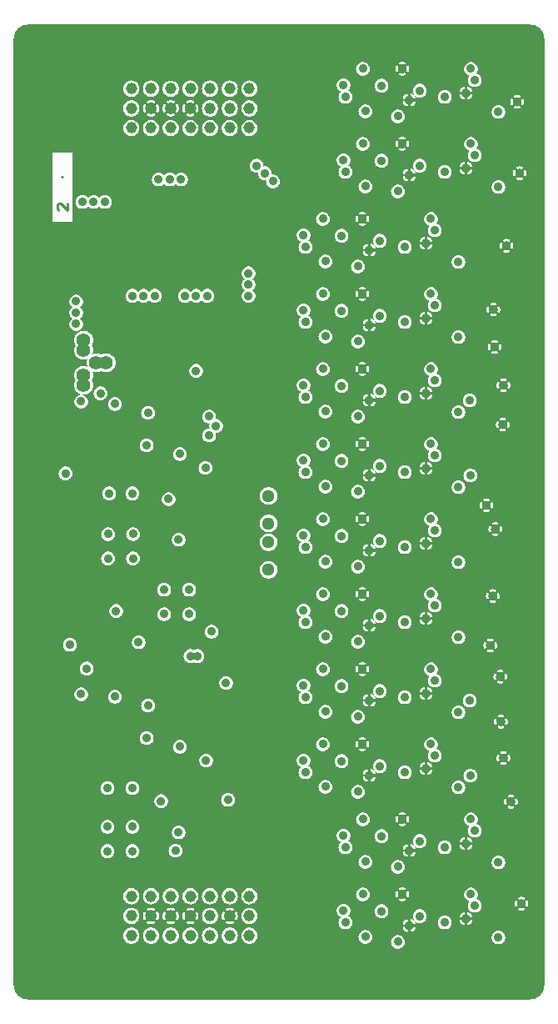
<source format=gbr>
G04 start of page 4 for group 2 idx 2 *
G04 Title: HETPREAMPS, ground *
G04 Creator: pcb 1.99z *
G04 CreationDate: Mi 04 Jun 2014 09:27:22 GMT UTC *
G04 For: stephan *
G04 Format: Gerber/RS-274X *
G04 PCB-Dimensions (mil): 2952.76 4724.41 *
G04 PCB-Coordinate-Origin: lower left *
%MOIN*%
%FSLAX25Y25*%
%LNGROUND*%
%ADD70C,0.0236*%
%ADD69C,0.0256*%
%ADD68C,0.0240*%
%ADD67C,0.0252*%
%ADD66C,0.0866*%
%ADD65C,0.0157*%
%ADD64C,0.0550*%
%ADD63C,0.0512*%
%ADD62C,0.0354*%
%ADD61C,0.0553*%
%ADD60C,0.1181*%
%ADD59C,0.0472*%
%ADD58C,0.1575*%
%ADD57C,0.0453*%
%ADD56C,0.0098*%
%ADD55C,0.0100*%
%ADD54C,0.0001*%
G54D54*G36*
X244751Y400452D02*X244765Y400346D01*
X244772Y400191D01*
X244765Y400036D01*
X244751Y399930D01*
Y400452D01*
G37*
G36*
X253937Y425197D02*Y47244D01*
X248031Y41339D01*
X246945D01*
Y78425D01*
X247011Y78439D01*
X247084Y78466D01*
X247151Y78504D01*
X247212Y78552D01*
X247265Y78609D01*
X247307Y78673D01*
X247338Y78744D01*
X247414Y78974D01*
X247466Y79210D01*
X247498Y79449D01*
X247509Y79691D01*
X247498Y79932D01*
X247466Y80172D01*
X247414Y80408D01*
X247341Y80638D01*
X247309Y80709D01*
X247266Y80774D01*
X247213Y80831D01*
X247152Y80880D01*
X247085Y80918D01*
X247012Y80945D01*
X246945Y80958D01*
Y431102D01*
X248031D01*
X253937Y425197D01*
G37*
G36*
X246945Y41339D02*X246195D01*
Y370425D01*
X246261Y370439D01*
X246334Y370466D01*
X246401Y370504D01*
X246462Y370552D01*
X246515Y370609D01*
X246557Y370673D01*
X246588Y370744D01*
X246664Y370974D01*
X246716Y371210D01*
X246748Y371449D01*
X246759Y371691D01*
X246748Y371932D01*
X246716Y372172D01*
X246664Y372408D01*
X246591Y372638D01*
X246559Y372709D01*
X246516Y372774D01*
X246463Y372831D01*
X246402Y372880D01*
X246335Y372918D01*
X246262Y372945D01*
X246195Y372958D01*
Y431102D01*
X246945D01*
Y80958D01*
X246936Y80960D01*
X246858Y80964D01*
X246781Y80955D01*
X246706Y80934D01*
X246635Y80901D01*
X246570Y80858D01*
X246513Y80806D01*
X246465Y80745D01*
X246427Y80677D01*
X246400Y80604D01*
X246384Y80528D01*
X246381Y80450D01*
X246390Y80373D01*
X246412Y80299D01*
X246461Y80151D01*
X246494Y80000D01*
X246515Y79846D01*
X246522Y79691D01*
X246515Y79536D01*
X246494Y79382D01*
X246461Y79230D01*
X246414Y79082D01*
X246392Y79008D01*
X246383Y78931D01*
X246386Y78854D01*
X246401Y78778D01*
X246428Y78705D01*
X246466Y78638D01*
X246515Y78577D01*
X246572Y78525D01*
X246636Y78482D01*
X246706Y78450D01*
X246781Y78429D01*
X246858Y78420D01*
X246935Y78423D01*
X246945Y78425D01*
Y41339D01*
G37*
G36*
X246195D02*X244751D01*
Y76932D01*
X244991Y76943D01*
X245231Y76975D01*
X245467Y77027D01*
X245697Y77100D01*
X245768Y77132D01*
X245833Y77175D01*
X245890Y77228D01*
X245939Y77289D01*
X245977Y77356D01*
X246004Y77429D01*
X246019Y77505D01*
X246023Y77583D01*
X246014Y77660D01*
X245993Y77735D01*
X245960Y77806D01*
X245917Y77870D01*
X245865Y77928D01*
X245804Y77976D01*
X245736Y78014D01*
X245663Y78041D01*
X245587Y78057D01*
X245509Y78060D01*
X245432Y78051D01*
X245358Y78029D01*
X245211Y77980D01*
X245059Y77946D01*
X244905Y77926D01*
X244751Y77919D01*
Y81463D01*
X244905Y81456D01*
X245059Y81435D01*
X245211Y81402D01*
X245359Y81355D01*
X245433Y81333D01*
X245510Y81324D01*
X245587Y81327D01*
X245663Y81342D01*
X245735Y81369D01*
X245803Y81407D01*
X245864Y81455D01*
X245916Y81512D01*
X245959Y81577D01*
X245991Y81647D01*
X246012Y81722D01*
X246021Y81799D01*
X246018Y81876D01*
X246002Y81952D01*
X245975Y82025D01*
X245937Y82092D01*
X245889Y82153D01*
X245832Y82206D01*
X245768Y82248D01*
X245697Y82279D01*
X245467Y82355D01*
X245231Y82407D01*
X244991Y82439D01*
X244751Y82449D01*
Y369038D01*
X244947Y369100D01*
X245018Y369132D01*
X245083Y369175D01*
X245140Y369228D01*
X245189Y369289D01*
X245227Y369356D01*
X245254Y369429D01*
X245269Y369505D01*
X245273Y369583D01*
X245264Y369660D01*
X245243Y369735D01*
X245210Y369806D01*
X245167Y369870D01*
X245115Y369928D01*
X245054Y369976D01*
X244986Y370014D01*
X244913Y370041D01*
X244837Y370057D01*
X244759Y370060D01*
X244751Y370059D01*
Y373325D01*
X244760Y373324D01*
X244837Y373327D01*
X244913Y373342D01*
X244985Y373369D01*
X245053Y373407D01*
X245114Y373455D01*
X245166Y373512D01*
X245209Y373577D01*
X245241Y373647D01*
X245262Y373722D01*
X245271Y373799D01*
X245268Y373876D01*
X245252Y373952D01*
X245225Y374025D01*
X245187Y374092D01*
X245139Y374153D01*
X245082Y374206D01*
X245018Y374248D01*
X244947Y374279D01*
X244751Y374344D01*
Y399095D01*
X244765Y399077D01*
X244822Y399025D01*
X244886Y398982D01*
X244956Y398950D01*
X245031Y398929D01*
X245108Y398920D01*
X245185Y398923D01*
X245261Y398939D01*
X245334Y398966D01*
X245401Y399004D01*
X245462Y399052D01*
X245515Y399109D01*
X245557Y399173D01*
X245588Y399244D01*
X245664Y399474D01*
X245716Y399710D01*
X245748Y399949D01*
X245759Y400191D01*
X245748Y400432D01*
X245716Y400672D01*
X245664Y400908D01*
X245591Y401138D01*
X245559Y401209D01*
X245516Y401274D01*
X245463Y401331D01*
X245402Y401380D01*
X245335Y401418D01*
X245262Y401445D01*
X245186Y401460D01*
X245108Y401464D01*
X245031Y401455D01*
X244956Y401434D01*
X244885Y401401D01*
X244820Y401358D01*
X244763Y401306D01*
X244751Y401290D01*
Y431102D01*
X246195D01*
Y372958D01*
X246186Y372960D01*
X246108Y372964D01*
X246031Y372955D01*
X245956Y372934D01*
X245885Y372901D01*
X245820Y372858D01*
X245763Y372806D01*
X245715Y372745D01*
X245677Y372677D01*
X245650Y372604D01*
X245634Y372528D01*
X245631Y372450D01*
X245640Y372373D01*
X245662Y372299D01*
X245711Y372151D01*
X245744Y372000D01*
X245765Y371846D01*
X245772Y371691D01*
X245765Y371536D01*
X245744Y371382D01*
X245711Y371230D01*
X245664Y371082D01*
X245642Y371008D01*
X245633Y370931D01*
X245636Y370854D01*
X245651Y370778D01*
X245678Y370705D01*
X245716Y370638D01*
X245765Y370577D01*
X245822Y370525D01*
X245886Y370482D01*
X245956Y370450D01*
X246031Y370429D01*
X246108Y370420D01*
X246185Y370423D01*
X246195Y370425D01*
Y41339D01*
G37*
G36*
X244751D02*X242695D01*
Y78424D01*
X242719Y78427D01*
X242794Y78448D01*
X242865Y78481D01*
X242930Y78524D01*
X242987Y78576D01*
X243035Y78637D01*
X243073Y78705D01*
X243100Y78778D01*
X243116Y78854D01*
X243119Y78931D01*
X243110Y79009D01*
X243088Y79083D01*
X243039Y79230D01*
X243005Y79382D01*
X242985Y79536D01*
X242978Y79691D01*
X242985Y79846D01*
X243005Y80000D01*
X243039Y80151D01*
X243086Y80299D01*
X243108Y80374D01*
X243117Y80451D01*
X243114Y80528D01*
X243099Y80604D01*
X243072Y80676D01*
X243034Y80744D01*
X242985Y80805D01*
X242928Y80857D01*
X242864Y80900D01*
X242793Y80932D01*
X242719Y80953D01*
X242695Y80956D01*
Y119175D01*
X242761Y119189D01*
X242834Y119216D01*
X242901Y119254D01*
X242962Y119302D01*
X243015Y119359D01*
X243057Y119423D01*
X243088Y119494D01*
X243164Y119724D01*
X243216Y119960D01*
X243248Y120199D01*
X243259Y120441D01*
X243248Y120682D01*
X243216Y120922D01*
X243164Y121158D01*
X243091Y121388D01*
X243059Y121459D01*
X243016Y121524D01*
X242963Y121581D01*
X242902Y121630D01*
X242835Y121668D01*
X242762Y121695D01*
X242695Y121708D01*
Y397451D01*
X242759Y397443D01*
X243000Y397432D01*
X243241Y397443D01*
X243481Y397475D01*
X243717Y397527D01*
X243947Y397600D01*
X244018Y397632D01*
X244083Y397675D01*
X244140Y397728D01*
X244189Y397789D01*
X244227Y397856D01*
X244254Y397929D01*
X244269Y398005D01*
X244273Y398083D01*
X244264Y398160D01*
X244243Y398235D01*
X244210Y398306D01*
X244167Y398370D01*
X244115Y398428D01*
X244054Y398476D01*
X243986Y398514D01*
X243913Y398541D01*
X243837Y398557D01*
X243759Y398560D01*
X243682Y398551D01*
X243608Y398529D01*
X243461Y398480D01*
X243309Y398446D01*
X243155Y398426D01*
X243000Y398419D01*
X242845Y398426D01*
X242695Y398446D01*
Y401936D01*
X242845Y401956D01*
X243000Y401963D01*
X243155Y401956D01*
X243309Y401935D01*
X243461Y401902D01*
X243609Y401855D01*
X243683Y401833D01*
X243760Y401824D01*
X243837Y401827D01*
X243913Y401842D01*
X243985Y401869D01*
X244053Y401907D01*
X244114Y401955D01*
X244166Y402012D01*
X244209Y402077D01*
X244241Y402147D01*
X244262Y402222D01*
X244271Y402299D01*
X244268Y402376D01*
X244252Y402452D01*
X244225Y402525D01*
X244187Y402592D01*
X244139Y402653D01*
X244082Y402706D01*
X244018Y402748D01*
X243947Y402779D01*
X243717Y402855D01*
X243481Y402907D01*
X243241Y402939D01*
X243000Y402950D01*
X242759Y402939D01*
X242695Y402930D01*
Y431102D01*
X244751D01*
Y401290D01*
X244715Y401245D01*
X244677Y401177D01*
X244650Y401104D01*
X244634Y401028D01*
X244631Y400950D01*
X244640Y400873D01*
X244662Y400799D01*
X244711Y400651D01*
X244744Y400500D01*
X244751Y400452D01*
Y399930D01*
X244744Y399882D01*
X244711Y399730D01*
X244664Y399582D01*
X244642Y399508D01*
X244633Y399431D01*
X244636Y399354D01*
X244651Y399278D01*
X244678Y399205D01*
X244716Y399138D01*
X244751Y399095D01*
Y374344D01*
X244717Y374355D01*
X244481Y374407D01*
X244241Y374439D01*
X244000Y374450D01*
X243759Y374439D01*
X243519Y374407D01*
X243283Y374355D01*
X243052Y374282D01*
X242982Y374250D01*
X242917Y374207D01*
X242860Y374154D01*
X242811Y374093D01*
X242773Y374026D01*
X242746Y373953D01*
X242731Y373877D01*
X242727Y373799D01*
X242736Y373722D01*
X242757Y373647D01*
X242790Y373576D01*
X242833Y373511D01*
X242885Y373454D01*
X242946Y373406D01*
X243014Y373368D01*
X243087Y373341D01*
X243163Y373325D01*
X243241Y373322D01*
X243318Y373331D01*
X243392Y373353D01*
X243539Y373402D01*
X243691Y373435D01*
X243845Y373456D01*
X244000Y373463D01*
X244155Y373456D01*
X244309Y373435D01*
X244461Y373402D01*
X244609Y373355D01*
X244683Y373333D01*
X244751Y373325D01*
Y370059D01*
X244682Y370051D01*
X244608Y370029D01*
X244461Y369980D01*
X244309Y369946D01*
X244155Y369926D01*
X244000Y369919D01*
X243845Y369926D01*
X243691Y369946D01*
X243539Y369980D01*
X243391Y370027D01*
X243317Y370049D01*
X243240Y370058D01*
X243163Y370055D01*
X243087Y370040D01*
X243015Y370013D01*
X242947Y369975D01*
X242886Y369926D01*
X242834Y369869D01*
X242791Y369805D01*
X242759Y369734D01*
X242738Y369660D01*
X242729Y369583D01*
X242732Y369505D01*
X242748Y369430D01*
X242775Y369357D01*
X242813Y369289D01*
X242861Y369229D01*
X242918Y369176D01*
X242982Y369134D01*
X243053Y369103D01*
X243283Y369027D01*
X243519Y368975D01*
X243759Y368943D01*
X244000Y368932D01*
X244241Y368943D01*
X244481Y368975D01*
X244717Y369027D01*
X244751Y369038D01*
Y82449D01*
X244750Y82450D01*
X244509Y82439D01*
X244269Y82407D01*
X244033Y82355D01*
X243802Y82282D01*
X243732Y82250D01*
X243667Y82207D01*
X243610Y82154D01*
X243561Y82093D01*
X243523Y82026D01*
X243496Y81953D01*
X243481Y81877D01*
X243477Y81799D01*
X243486Y81722D01*
X243507Y81647D01*
X243540Y81576D01*
X243583Y81511D01*
X243635Y81454D01*
X243696Y81406D01*
X243764Y81368D01*
X243837Y81341D01*
X243913Y81325D01*
X243991Y81322D01*
X244068Y81331D01*
X244142Y81353D01*
X244289Y81402D01*
X244441Y81435D01*
X244595Y81456D01*
X244750Y81463D01*
X244751Y81463D01*
Y77919D01*
X244750Y77919D01*
X244595Y77926D01*
X244441Y77946D01*
X244289Y77980D01*
X244141Y78027D01*
X244067Y78049D01*
X243990Y78058D01*
X243913Y78055D01*
X243837Y78040D01*
X243765Y78013D01*
X243697Y77975D01*
X243636Y77926D01*
X243584Y77869D01*
X243541Y77805D01*
X243509Y77734D01*
X243488Y77660D01*
X243479Y77583D01*
X243482Y77505D01*
X243498Y77430D01*
X243525Y77357D01*
X243563Y77289D01*
X243611Y77229D01*
X243668Y77176D01*
X243732Y77134D01*
X243803Y77103D01*
X244033Y77027D01*
X244269Y76975D01*
X244509Y76943D01*
X244750Y76932D01*
X244751Y76932D01*
Y41339D01*
G37*
G36*
X241805Y402053D02*X241833Y402011D01*
X241885Y401954D01*
X241946Y401906D01*
X242014Y401868D01*
X242087Y401841D01*
X242163Y401825D01*
X242241Y401822D01*
X242318Y401831D01*
X242392Y401853D01*
X242539Y401902D01*
X242691Y401935D01*
X242695Y401936D01*
Y398446D01*
X242691Y398446D01*
X242539Y398480D01*
X242391Y398527D01*
X242317Y398549D01*
X242240Y398558D01*
X242163Y398555D01*
X242087Y398540D01*
X242015Y398513D01*
X241947Y398475D01*
X241886Y398426D01*
X241834Y398369D01*
X241805Y398326D01*
Y402053D01*
G37*
G36*
Y431102D02*X242695D01*
Y402930D01*
X242519Y402907D01*
X242283Y402855D01*
X242052Y402782D01*
X241982Y402750D01*
X241917Y402707D01*
X241860Y402654D01*
X241811Y402593D01*
X241805Y402582D01*
Y431102D01*
G37*
G36*
X242695Y41339D02*X241805D01*
Y370423D01*
X241814Y370422D01*
X241892Y370418D01*
X241969Y370427D01*
X242044Y370448D01*
X242115Y370481D01*
X242180Y370524D01*
X242237Y370576D01*
X242285Y370637D01*
X242323Y370705D01*
X242350Y370778D01*
X242366Y370854D01*
X242369Y370931D01*
X242360Y371009D01*
X242338Y371083D01*
X242289Y371230D01*
X242255Y371382D01*
X242235Y371536D01*
X242228Y371691D01*
X242235Y371846D01*
X242255Y372000D01*
X242289Y372151D01*
X242336Y372299D01*
X242358Y372374D01*
X242367Y372451D01*
X242364Y372528D01*
X242349Y372604D01*
X242322Y372676D01*
X242284Y372744D01*
X242235Y372805D01*
X242178Y372857D01*
X242114Y372900D01*
X242043Y372932D01*
X241969Y372953D01*
X241892Y372962D01*
X241815Y372959D01*
X241805Y372957D01*
Y397803D01*
X241813Y397789D01*
X241861Y397729D01*
X241918Y397676D01*
X241982Y397634D01*
X242053Y397603D01*
X242283Y397527D01*
X242519Y397475D01*
X242695Y397451D01*
Y121708D01*
X242686Y121710D01*
X242608Y121714D01*
X242531Y121705D01*
X242456Y121684D01*
X242385Y121651D01*
X242320Y121608D01*
X242263Y121556D01*
X242215Y121495D01*
X242177Y121427D01*
X242150Y121354D01*
X242134Y121278D01*
X242131Y121200D01*
X242140Y121123D01*
X242162Y121049D01*
X242211Y120901D01*
X242244Y120750D01*
X242265Y120596D01*
X242272Y120441D01*
X242265Y120286D01*
X242244Y120132D01*
X242211Y119980D01*
X242164Y119832D01*
X242142Y119758D01*
X242133Y119681D01*
X242136Y119604D01*
X242151Y119528D01*
X242178Y119455D01*
X242216Y119388D01*
X242265Y119327D01*
X242322Y119275D01*
X242386Y119232D01*
X242456Y119200D01*
X242531Y119179D01*
X242608Y119170D01*
X242685Y119173D01*
X242695Y119175D01*
Y80956D01*
X242642Y80962D01*
X242565Y80959D01*
X242489Y80943D01*
X242416Y80916D01*
X242349Y80878D01*
X242288Y80830D01*
X242235Y80773D01*
X242193Y80708D01*
X242162Y80638D01*
X242086Y80408D01*
X242034Y80172D01*
X242002Y79932D01*
X241991Y79691D01*
X242002Y79449D01*
X242034Y79210D01*
X242086Y78974D01*
X242159Y78743D01*
X242191Y78673D01*
X242234Y78608D01*
X242287Y78551D01*
X242348Y78502D01*
X242415Y78464D01*
X242488Y78437D01*
X242564Y78422D01*
X242642Y78418D01*
X242695Y78424D01*
Y41339D01*
G37*
G36*
X241805D02*X240805D01*
Y117701D01*
X240981Y117725D01*
X241217Y117777D01*
X241447Y117850D01*
X241518Y117882D01*
X241583Y117925D01*
X241640Y117978D01*
X241689Y118039D01*
X241727Y118106D01*
X241754Y118179D01*
X241769Y118255D01*
X241773Y118333D01*
X241764Y118410D01*
X241743Y118485D01*
X241710Y118556D01*
X241667Y118620D01*
X241615Y118678D01*
X241554Y118726D01*
X241486Y118764D01*
X241413Y118791D01*
X241337Y118807D01*
X241259Y118810D01*
X241182Y118801D01*
X241108Y118779D01*
X240961Y118730D01*
X240809Y118696D01*
X240805Y118696D01*
Y122186D01*
X240809Y122185D01*
X240961Y122152D01*
X241109Y122105D01*
X241183Y122083D01*
X241260Y122074D01*
X241337Y122077D01*
X241413Y122092D01*
X241485Y122119D01*
X241553Y122157D01*
X241614Y122205D01*
X241666Y122262D01*
X241709Y122327D01*
X241741Y122397D01*
X241762Y122472D01*
X241771Y122549D01*
X241768Y122626D01*
X241752Y122702D01*
X241725Y122775D01*
X241687Y122842D01*
X241639Y122903D01*
X241582Y122956D01*
X241518Y122998D01*
X241447Y123029D01*
X241217Y123105D01*
X240981Y123157D01*
X240805Y123180D01*
Y341426D01*
X240858Y341420D01*
X240935Y341423D01*
X241011Y341439D01*
X241084Y341466D01*
X241151Y341504D01*
X241212Y341552D01*
X241265Y341609D01*
X241307Y341673D01*
X241338Y341744D01*
X241414Y341974D01*
X241466Y342210D01*
X241498Y342449D01*
X241509Y342691D01*
X241498Y342932D01*
X241466Y343172D01*
X241414Y343408D01*
X241341Y343638D01*
X241309Y343709D01*
X241266Y343774D01*
X241213Y343831D01*
X241152Y343880D01*
X241085Y343918D01*
X241012Y343945D01*
X240936Y343960D01*
X240858Y343964D01*
X240805Y343957D01*
Y398923D01*
X240814Y398922D01*
X240892Y398918D01*
X240969Y398927D01*
X241044Y398948D01*
X241115Y398981D01*
X241180Y399024D01*
X241237Y399076D01*
X241285Y399137D01*
X241323Y399205D01*
X241350Y399278D01*
X241366Y399354D01*
X241369Y399431D01*
X241360Y399509D01*
X241338Y399583D01*
X241289Y399730D01*
X241255Y399882D01*
X241235Y400036D01*
X241228Y400191D01*
X241235Y400346D01*
X241255Y400500D01*
X241289Y400651D01*
X241336Y400799D01*
X241358Y400874D01*
X241367Y400951D01*
X241364Y401028D01*
X241349Y401104D01*
X241322Y401176D01*
X241284Y401244D01*
X241235Y401305D01*
X241178Y401357D01*
X241114Y401400D01*
X241043Y401432D01*
X240969Y401453D01*
X240892Y401462D01*
X240815Y401459D01*
X240805Y401457D01*
Y431102D01*
X241805D01*
Y402582D01*
X241773Y402526D01*
X241746Y402453D01*
X241731Y402377D01*
X241727Y402299D01*
X241736Y402222D01*
X241757Y402147D01*
X241790Y402076D01*
X241805Y402053D01*
Y398326D01*
X241791Y398305D01*
X241759Y398234D01*
X241738Y398160D01*
X241729Y398083D01*
X241732Y398005D01*
X241748Y397930D01*
X241775Y397857D01*
X241805Y397803D01*
Y372957D01*
X241739Y372943D01*
X241666Y372916D01*
X241599Y372878D01*
X241538Y372830D01*
X241485Y372773D01*
X241443Y372708D01*
X241412Y372638D01*
X241336Y372408D01*
X241284Y372172D01*
X241252Y371932D01*
X241241Y371691D01*
X241252Y371449D01*
X241284Y371210D01*
X241336Y370974D01*
X241409Y370743D01*
X241441Y370673D01*
X241484Y370608D01*
X241537Y370551D01*
X241598Y370502D01*
X241665Y370464D01*
X241738Y370437D01*
X241805Y370423D01*
Y41339D01*
G37*
G36*
X240805Y123180D02*X240741Y123189D01*
X240500Y123199D01*
X240259Y123189D01*
X240019Y123157D01*
X239783Y123105D01*
X239695Y123077D01*
Y136675D01*
X239761Y136689D01*
X239834Y136716D01*
X239901Y136754D01*
X239962Y136802D01*
X240015Y136859D01*
X240057Y136923D01*
X240088Y136994D01*
X240164Y137224D01*
X240216Y137460D01*
X240248Y137699D01*
X240259Y137941D01*
X240248Y138182D01*
X240216Y138422D01*
X240164Y138658D01*
X240091Y138888D01*
X240059Y138959D01*
X240016Y139024D01*
X239963Y139081D01*
X239902Y139130D01*
X239835Y139168D01*
X239762Y139195D01*
X239695Y139208D01*
Y270038D01*
X239712Y270052D01*
X239765Y270109D01*
X239807Y270173D01*
X239838Y270244D01*
X239914Y270474D01*
X239966Y270710D01*
X239998Y270949D01*
X240009Y271191D01*
X239998Y271432D01*
X239966Y271672D01*
X239914Y271908D01*
X239841Y272138D01*
X239809Y272209D01*
X239766Y272274D01*
X239713Y272331D01*
X239695Y272346D01*
Y285675D01*
X239761Y285689D01*
X239834Y285716D01*
X239901Y285754D01*
X239962Y285802D01*
X240015Y285859D01*
X240057Y285923D01*
X240088Y285994D01*
X240164Y286224D01*
X240216Y286460D01*
X240248Y286699D01*
X240259Y286941D01*
X240248Y287182D01*
X240216Y287422D01*
X240164Y287658D01*
X240091Y287888D01*
X240059Y287959D01*
X240016Y288024D01*
X239963Y288081D01*
X239902Y288130D01*
X239835Y288168D01*
X239762Y288195D01*
X239695Y288208D01*
Y340099D01*
X239697Y340100D01*
X239768Y340132D01*
X239833Y340175D01*
X239890Y340228D01*
X239939Y340289D01*
X239977Y340356D01*
X240004Y340429D01*
X240019Y340505D01*
X240023Y340583D01*
X240014Y340660D01*
X239993Y340735D01*
X239960Y340806D01*
X239917Y340870D01*
X239865Y340928D01*
X239804Y340976D01*
X239736Y341014D01*
X239695Y341030D01*
Y344354D01*
X239735Y344369D01*
X239803Y344407D01*
X239864Y344455D01*
X239916Y344512D01*
X239959Y344577D01*
X239991Y344647D01*
X240012Y344722D01*
X240021Y344799D01*
X240018Y344876D01*
X240002Y344952D01*
X239975Y345025D01*
X239937Y345092D01*
X239889Y345153D01*
X239832Y345206D01*
X239768Y345248D01*
X239697Y345279D01*
X239695Y345280D01*
Y431102D01*
X240805D01*
Y401457D01*
X240739Y401443D01*
X240666Y401416D01*
X240599Y401378D01*
X240538Y401330D01*
X240485Y401273D01*
X240443Y401208D01*
X240412Y401138D01*
X240336Y400908D01*
X240284Y400672D01*
X240252Y400432D01*
X240241Y400191D01*
X240252Y399949D01*
X240284Y399710D01*
X240336Y399474D01*
X240409Y399243D01*
X240441Y399173D01*
X240484Y399108D01*
X240537Y399051D01*
X240598Y399002D01*
X240665Y398964D01*
X240738Y398937D01*
X240805Y398923D01*
Y343957D01*
X240781Y343955D01*
X240706Y343934D01*
X240635Y343901D01*
X240570Y343858D01*
X240513Y343806D01*
X240465Y343745D01*
X240427Y343677D01*
X240400Y343604D01*
X240384Y343528D01*
X240381Y343450D01*
X240390Y343373D01*
X240412Y343299D01*
X240461Y343151D01*
X240494Y343000D01*
X240515Y342846D01*
X240522Y342691D01*
X240515Y342536D01*
X240494Y342382D01*
X240461Y342230D01*
X240414Y342082D01*
X240392Y342008D01*
X240383Y341931D01*
X240386Y341854D01*
X240401Y341778D01*
X240428Y341705D01*
X240466Y341638D01*
X240515Y341577D01*
X240572Y341525D01*
X240636Y341482D01*
X240706Y341450D01*
X240781Y341429D01*
X240805Y341426D01*
Y123180D01*
G37*
G36*
Y118696D02*X240655Y118676D01*
X240500Y118669D01*
X240345Y118676D01*
X240191Y118696D01*
X240039Y118730D01*
X239891Y118777D01*
X239817Y118799D01*
X239740Y118808D01*
X239695Y118806D01*
Y122074D01*
X239741Y122072D01*
X239818Y122081D01*
X239892Y122103D01*
X240039Y122152D01*
X240191Y122185D01*
X240345Y122206D01*
X240500Y122213D01*
X240655Y122206D01*
X240805Y122186D01*
Y118696D01*
G37*
G36*
Y41339D02*X239695D01*
Y117806D01*
X239783Y117777D01*
X240019Y117725D01*
X240259Y117693D01*
X240500Y117682D01*
X240741Y117693D01*
X240805Y117701D01*
Y41339D01*
G37*
G36*
X239695Y345280D02*X239467Y345355D01*
X239231Y345407D01*
X238991Y345439D01*
X238750Y345450D01*
X238509Y345439D01*
X238269Y345407D01*
X238033Y345355D01*
X237802Y345282D01*
X237732Y345250D01*
X237667Y345207D01*
X237610Y345154D01*
X237561Y345093D01*
X237523Y345026D01*
X237501Y344966D01*
Y364290D01*
X237736Y364566D01*
X237963Y364936D01*
X238129Y365337D01*
X238230Y365758D01*
X238256Y366191D01*
X238230Y366623D01*
X238129Y367045D01*
X237963Y367446D01*
X237736Y367816D01*
X237501Y368092D01*
Y394290D01*
X237736Y394566D01*
X237963Y394936D01*
X238129Y395337D01*
X238230Y395758D01*
X238256Y396191D01*
X238230Y396623D01*
X238129Y397045D01*
X237963Y397446D01*
X237736Y397816D01*
X237501Y398092D01*
Y431102D01*
X239695D01*
Y345280D01*
G37*
G36*
Y341030D02*X239663Y341041D01*
X239587Y341057D01*
X239509Y341060D01*
X239432Y341051D01*
X239358Y341029D01*
X239211Y340980D01*
X239059Y340946D01*
X238905Y340926D01*
X238750Y340919D01*
X238595Y340926D01*
X238441Y340946D01*
X238289Y340980D01*
X238141Y341027D01*
X238067Y341049D01*
X237990Y341058D01*
X237913Y341055D01*
X237837Y341040D01*
X237765Y341013D01*
X237697Y340975D01*
X237636Y340926D01*
X237584Y340869D01*
X237541Y340805D01*
X237509Y340734D01*
X237501Y340706D01*
Y344670D01*
X237507Y344647D01*
X237540Y344576D01*
X237583Y344511D01*
X237635Y344454D01*
X237696Y344406D01*
X237764Y344368D01*
X237837Y344341D01*
X237913Y344325D01*
X237991Y344322D01*
X238068Y344331D01*
X238142Y344353D01*
X238289Y344402D01*
X238441Y344435D01*
X238595Y344456D01*
X238750Y344463D01*
X238905Y344456D01*
X239059Y344435D01*
X239211Y344402D01*
X239359Y344355D01*
X239433Y344333D01*
X239510Y344324D01*
X239587Y344327D01*
X239663Y344342D01*
X239695Y344354D01*
Y341030D01*
G37*
G36*
Y41339D02*X238305D01*
Y119173D01*
X238314Y119172D01*
X238392Y119168D01*
X238469Y119177D01*
X238544Y119198D01*
X238615Y119231D01*
X238680Y119274D01*
X238737Y119326D01*
X238785Y119387D01*
X238823Y119455D01*
X238850Y119528D01*
X238866Y119604D01*
X238869Y119681D01*
X238860Y119759D01*
X238838Y119833D01*
X238789Y119980D01*
X238755Y120132D01*
X238735Y120286D01*
X238728Y120441D01*
X238735Y120596D01*
X238755Y120750D01*
X238789Y120901D01*
X238836Y121049D01*
X238858Y121124D01*
X238867Y121201D01*
X238864Y121278D01*
X238849Y121354D01*
X238822Y121426D01*
X238784Y121494D01*
X238735Y121555D01*
X238678Y121607D01*
X238614Y121650D01*
X238543Y121682D01*
X238469Y121703D01*
X238392Y121712D01*
X238315Y121709D01*
X238305Y121707D01*
Y135305D01*
X238447Y135350D01*
X238518Y135382D01*
X238583Y135425D01*
X238640Y135478D01*
X238689Y135539D01*
X238727Y135606D01*
X238754Y135679D01*
X238769Y135755D01*
X238773Y135833D01*
X238764Y135910D01*
X238743Y135985D01*
X238710Y136056D01*
X238667Y136120D01*
X238615Y136178D01*
X238554Y136226D01*
X238486Y136264D01*
X238413Y136291D01*
X238337Y136307D01*
X238305Y136308D01*
Y139576D01*
X238337Y139577D01*
X238413Y139592D01*
X238485Y139619D01*
X238553Y139657D01*
X238614Y139705D01*
X238666Y139762D01*
X238709Y139827D01*
X238741Y139897D01*
X238762Y139972D01*
X238771Y140049D01*
X238768Y140126D01*
X238752Y140202D01*
X238725Y140275D01*
X238687Y140342D01*
X238639Y140403D01*
X238582Y140456D01*
X238518Y140498D01*
X238447Y140529D01*
X238305Y140576D01*
Y151290D01*
X238322Y151275D01*
X238386Y151232D01*
X238456Y151200D01*
X238531Y151179D01*
X238608Y151170D01*
X238685Y151173D01*
X238761Y151189D01*
X238834Y151216D01*
X238901Y151254D01*
X238962Y151302D01*
X239015Y151359D01*
X239057Y151423D01*
X239088Y151494D01*
X239164Y151724D01*
X239216Y151960D01*
X239248Y152199D01*
X239259Y152441D01*
X239248Y152682D01*
X239216Y152922D01*
X239164Y153158D01*
X239091Y153388D01*
X239059Y153459D01*
X239016Y153524D01*
X238963Y153581D01*
X238902Y153630D01*
X238835Y153668D01*
X238762Y153695D01*
X238686Y153710D01*
X238608Y153714D01*
X238531Y153705D01*
X238456Y153684D01*
X238385Y153651D01*
X238320Y153608D01*
X238305Y153594D01*
Y169176D01*
X238358Y169170D01*
X238435Y169173D01*
X238511Y169189D01*
X238584Y169216D01*
X238651Y169254D01*
X238712Y169302D01*
X238765Y169359D01*
X238807Y169423D01*
X238838Y169494D01*
X238914Y169724D01*
X238966Y169960D01*
X238998Y170199D01*
X239009Y170441D01*
X238998Y170682D01*
X238966Y170922D01*
X238914Y171158D01*
X238841Y171388D01*
X238809Y171459D01*
X238766Y171524D01*
X238713Y171581D01*
X238652Y171630D01*
X238585Y171668D01*
X238512Y171695D01*
X238436Y171710D01*
X238358Y171714D01*
X238305Y171707D01*
Y268656D01*
X238333Y268675D01*
X238390Y268728D01*
X238439Y268789D01*
X238477Y268856D01*
X238504Y268929D01*
X238519Y269005D01*
X238523Y269083D01*
X238514Y269160D01*
X238493Y269235D01*
X238460Y269306D01*
X238417Y269370D01*
X238365Y269428D01*
X238305Y269475D01*
Y272909D01*
X238364Y272955D01*
X238416Y273012D01*
X238459Y273077D01*
X238491Y273147D01*
X238512Y273222D01*
X238521Y273299D01*
X238518Y273376D01*
X238502Y273452D01*
X238475Y273525D01*
X238437Y273592D01*
X238389Y273653D01*
X238332Y273706D01*
X238305Y273723D01*
Y284305D01*
X238447Y284350D01*
X238518Y284382D01*
X238583Y284425D01*
X238640Y284478D01*
X238689Y284539D01*
X238727Y284606D01*
X238754Y284679D01*
X238769Y284755D01*
X238773Y284833D01*
X238764Y284910D01*
X238743Y284985D01*
X238710Y285056D01*
X238667Y285120D01*
X238615Y285178D01*
X238554Y285226D01*
X238486Y285264D01*
X238413Y285291D01*
X238337Y285307D01*
X238305Y285308D01*
Y288576D01*
X238337Y288577D01*
X238413Y288592D01*
X238485Y288619D01*
X238553Y288657D01*
X238614Y288705D01*
X238666Y288762D01*
X238709Y288827D01*
X238741Y288897D01*
X238762Y288972D01*
X238771Y289049D01*
X238768Y289126D01*
X238752Y289202D01*
X238725Y289275D01*
X238687Y289342D01*
X238639Y289403D01*
X238582Y289456D01*
X238518Y289498D01*
X238447Y289529D01*
X238305Y289576D01*
Y339970D01*
X238509Y339943D01*
X238750Y339932D01*
X238991Y339943D01*
X239231Y339975D01*
X239467Y340027D01*
X239695Y340099D01*
Y288208D01*
X239686Y288210D01*
X239608Y288214D01*
X239531Y288205D01*
X239456Y288184D01*
X239385Y288151D01*
X239320Y288108D01*
X239263Y288056D01*
X239215Y287995D01*
X239177Y287927D01*
X239150Y287854D01*
X239134Y287778D01*
X239131Y287700D01*
X239140Y287623D01*
X239162Y287549D01*
X239211Y287401D01*
X239244Y287250D01*
X239265Y287096D01*
X239272Y286941D01*
X239265Y286786D01*
X239244Y286632D01*
X239211Y286480D01*
X239164Y286332D01*
X239142Y286258D01*
X239133Y286181D01*
X239136Y286104D01*
X239151Y286028D01*
X239178Y285955D01*
X239216Y285888D01*
X239265Y285827D01*
X239322Y285775D01*
X239386Y285732D01*
X239456Y285700D01*
X239531Y285679D01*
X239608Y285670D01*
X239685Y285673D01*
X239695Y285675D01*
Y272346D01*
X239652Y272380D01*
X239585Y272418D01*
X239512Y272445D01*
X239436Y272460D01*
X239358Y272464D01*
X239281Y272455D01*
X239206Y272434D01*
X239135Y272401D01*
X239070Y272358D01*
X239013Y272306D01*
X238965Y272245D01*
X238927Y272177D01*
X238900Y272104D01*
X238884Y272028D01*
X238881Y271950D01*
X238890Y271873D01*
X238912Y271799D01*
X238961Y271651D01*
X238994Y271500D01*
X239015Y271346D01*
X239022Y271191D01*
X239015Y271036D01*
X238994Y270882D01*
X238961Y270730D01*
X238914Y270582D01*
X238892Y270508D01*
X238883Y270431D01*
X238886Y270354D01*
X238901Y270278D01*
X238928Y270205D01*
X238966Y270138D01*
X239015Y270077D01*
X239072Y270025D01*
X239136Y269982D01*
X239206Y269950D01*
X239281Y269929D01*
X239358Y269920D01*
X239435Y269923D01*
X239511Y269939D01*
X239584Y269966D01*
X239651Y270004D01*
X239695Y270038D01*
Y139208D01*
X239686Y139210D01*
X239608Y139214D01*
X239531Y139205D01*
X239456Y139184D01*
X239385Y139151D01*
X239320Y139108D01*
X239263Y139056D01*
X239215Y138995D01*
X239177Y138927D01*
X239150Y138854D01*
X239134Y138778D01*
X239131Y138700D01*
X239140Y138623D01*
X239162Y138549D01*
X239211Y138401D01*
X239244Y138250D01*
X239265Y138096D01*
X239272Y137941D01*
X239265Y137786D01*
X239244Y137632D01*
X239211Y137480D01*
X239164Y137332D01*
X239142Y137258D01*
X239133Y137181D01*
X239136Y137104D01*
X239151Y137028D01*
X239178Y136955D01*
X239216Y136888D01*
X239265Y136827D01*
X239322Y136775D01*
X239386Y136732D01*
X239456Y136700D01*
X239531Y136679D01*
X239608Y136670D01*
X239685Y136673D01*
X239695Y136675D01*
Y123077D01*
X239552Y123032D01*
X239482Y123000D01*
X239417Y122957D01*
X239360Y122904D01*
X239311Y122843D01*
X239273Y122776D01*
X239246Y122703D01*
X239231Y122627D01*
X239227Y122549D01*
X239236Y122472D01*
X239257Y122397D01*
X239290Y122326D01*
X239333Y122261D01*
X239385Y122204D01*
X239446Y122156D01*
X239514Y122118D01*
X239587Y122091D01*
X239663Y122075D01*
X239695Y122074D01*
Y118806D01*
X239663Y118805D01*
X239587Y118790D01*
X239515Y118763D01*
X239447Y118725D01*
X239386Y118676D01*
X239334Y118619D01*
X239291Y118555D01*
X239259Y118484D01*
X239238Y118410D01*
X239229Y118333D01*
X239232Y118255D01*
X239248Y118180D01*
X239275Y118107D01*
X239313Y118039D01*
X239361Y117979D01*
X239418Y117926D01*
X239482Y117884D01*
X239553Y117853D01*
X239695Y117806D01*
Y41339D01*
G37*
G36*
X238305Y289576D02*X238217Y289605D01*
X237981Y289657D01*
X237741Y289689D01*
X237501Y289699D01*
Y340421D01*
X237525Y340357D01*
X237563Y340289D01*
X237611Y340229D01*
X237668Y340176D01*
X237732Y340134D01*
X237803Y340103D01*
X238033Y340027D01*
X238269Y339975D01*
X238305Y339970D01*
Y289576D01*
G37*
G36*
Y285308D02*X238259Y285310D01*
X238182Y285301D01*
X238108Y285279D01*
X237961Y285230D01*
X237809Y285196D01*
X237655Y285176D01*
X237501Y285169D01*
Y288713D01*
X237655Y288706D01*
X237809Y288685D01*
X237961Y288652D01*
X238109Y288605D01*
X238183Y288583D01*
X238260Y288574D01*
X238305Y288576D01*
Y285308D01*
G37*
G36*
Y273723D02*X238268Y273748D01*
X238197Y273779D01*
X237967Y273855D01*
X237731Y273907D01*
X237501Y273938D01*
Y284182D01*
X237741Y284193D01*
X237981Y284225D01*
X238217Y284277D01*
X238305Y284305D01*
Y273723D01*
G37*
G36*
Y269475D02*X238304Y269476D01*
X238236Y269514D01*
X238163Y269541D01*
X238087Y269557D01*
X238009Y269560D01*
X237932Y269551D01*
X237858Y269529D01*
X237711Y269480D01*
X237559Y269446D01*
X237501Y269439D01*
Y272943D01*
X237559Y272935D01*
X237711Y272902D01*
X237859Y272855D01*
X237933Y272833D01*
X238010Y272824D01*
X238087Y272827D01*
X238163Y272842D01*
X238235Y272869D01*
X238303Y272907D01*
X238305Y272909D01*
Y269475D01*
G37*
G36*
Y140576D02*X238217Y140605D01*
X237981Y140657D01*
X237741Y140689D01*
X237501Y140699D01*
Y149874D01*
X237518Y149882D01*
X237583Y149925D01*
X237640Y149978D01*
X237689Y150039D01*
X237727Y150106D01*
X237754Y150179D01*
X237769Y150255D01*
X237773Y150333D01*
X237764Y150410D01*
X237743Y150485D01*
X237710Y150556D01*
X237667Y150620D01*
X237615Y150678D01*
X237554Y150726D01*
X237501Y150756D01*
Y154128D01*
X237553Y154157D01*
X237614Y154205D01*
X237666Y154262D01*
X237709Y154327D01*
X237741Y154397D01*
X237762Y154472D01*
X237771Y154549D01*
X237768Y154626D01*
X237752Y154702D01*
X237725Y154775D01*
X237687Y154842D01*
X237639Y154903D01*
X237582Y154956D01*
X237518Y154998D01*
X237501Y155006D01*
Y168171D01*
X237504Y168179D01*
X237519Y168255D01*
X237523Y168333D01*
X237514Y168410D01*
X237501Y168456D01*
Y172432D01*
X237512Y172472D01*
X237521Y172549D01*
X237518Y172626D01*
X237502Y172702D01*
X237501Y172706D01*
Y268444D01*
X237731Y268475D01*
X237967Y268527D01*
X238197Y268600D01*
X238268Y268632D01*
X238305Y268656D01*
Y171707D01*
X238281Y171705D01*
X238206Y171684D01*
X238135Y171651D01*
X238070Y171608D01*
X238013Y171556D01*
X237965Y171495D01*
X237927Y171427D01*
X237900Y171354D01*
X237884Y171278D01*
X237881Y171200D01*
X237890Y171123D01*
X237912Y171049D01*
X237961Y170901D01*
X237994Y170750D01*
X238015Y170596D01*
X238022Y170441D01*
X238015Y170286D01*
X237994Y170132D01*
X237961Y169980D01*
X237914Y169832D01*
X237892Y169758D01*
X237883Y169681D01*
X237886Y169604D01*
X237901Y169528D01*
X237928Y169455D01*
X237966Y169388D01*
X238015Y169327D01*
X238072Y169275D01*
X238136Y169232D01*
X238206Y169200D01*
X238281Y169179D01*
X238305Y169176D01*
Y153594D01*
X238263Y153556D01*
X238215Y153495D01*
X238177Y153427D01*
X238150Y153354D01*
X238134Y153278D01*
X238131Y153200D01*
X238140Y153123D01*
X238162Y153049D01*
X238211Y152901D01*
X238244Y152750D01*
X238265Y152596D01*
X238272Y152441D01*
X238265Y152286D01*
X238244Y152132D01*
X238211Y151980D01*
X238164Y151832D01*
X238142Y151758D01*
X238133Y151681D01*
X238136Y151604D01*
X238151Y151528D01*
X238178Y151455D01*
X238216Y151388D01*
X238265Y151327D01*
X238305Y151290D01*
Y140576D01*
G37*
G36*
Y136308D02*X238259Y136310D01*
X238182Y136301D01*
X238108Y136279D01*
X237961Y136230D01*
X237809Y136196D01*
X237655Y136176D01*
X237501Y136169D01*
Y139713D01*
X237655Y139706D01*
X237809Y139685D01*
X237961Y139652D01*
X238109Y139605D01*
X238183Y139583D01*
X238260Y139574D01*
X238305Y139576D01*
Y136308D01*
G37*
G36*
Y41339D02*X237501D01*
Y64290D01*
X237736Y64566D01*
X237963Y64936D01*
X238129Y65337D01*
X238230Y65758D01*
X238256Y66191D01*
X238230Y66623D01*
X238129Y67045D01*
X237963Y67446D01*
X237736Y67816D01*
X237501Y68092D01*
Y94290D01*
X237736Y94566D01*
X237963Y94936D01*
X238129Y95337D01*
X238230Y95758D01*
X238256Y96191D01*
X238230Y96623D01*
X238129Y97045D01*
X237963Y97446D01*
X237736Y97816D01*
X237501Y98092D01*
Y135182D01*
X237741Y135193D01*
X237981Y135225D01*
X238217Y135277D01*
X238305Y135305D01*
Y121707D01*
X238239Y121693D01*
X238166Y121666D01*
X238099Y121628D01*
X238038Y121580D01*
X237985Y121523D01*
X237943Y121458D01*
X237912Y121388D01*
X237836Y121158D01*
X237784Y120922D01*
X237752Y120682D01*
X237741Y120441D01*
X237752Y120199D01*
X237784Y119960D01*
X237836Y119724D01*
X237909Y119493D01*
X237941Y119423D01*
X237984Y119358D01*
X238037Y119301D01*
X238098Y119252D01*
X238165Y119214D01*
X238238Y119187D01*
X238305Y119173D01*
Y41339D01*
G37*
G36*
X235305Y93442D02*X235500Y93427D01*
X235932Y93461D01*
X236354Y93562D01*
X236755Y93728D01*
X237125Y93954D01*
X237455Y94236D01*
X237501Y94290D01*
Y68092D01*
X237455Y68146D01*
X237125Y68427D01*
X236755Y68654D01*
X236354Y68820D01*
X235932Y68921D01*
X235500Y68955D01*
X235305Y68940D01*
Y93442D01*
G37*
G36*
Y150053D02*X235313Y150039D01*
X235361Y149979D01*
X235418Y149926D01*
X235482Y149884D01*
X235553Y149853D01*
X235783Y149777D01*
X236019Y149725D01*
X236259Y149693D01*
X236500Y149682D01*
X236741Y149693D01*
X236981Y149725D01*
X237217Y149777D01*
X237447Y149850D01*
X237501Y149874D01*
Y140699D01*
X237500Y140700D01*
X237259Y140689D01*
X237019Y140657D01*
X236783Y140605D01*
X236552Y140532D01*
X236482Y140500D01*
X236417Y140457D01*
X236360Y140404D01*
X236311Y140343D01*
X236273Y140276D01*
X236246Y140203D01*
X236231Y140127D01*
X236227Y140049D01*
X236236Y139972D01*
X236257Y139897D01*
X236290Y139826D01*
X236333Y139761D01*
X236385Y139704D01*
X236446Y139656D01*
X236514Y139618D01*
X236587Y139591D01*
X236663Y139575D01*
X236741Y139572D01*
X236818Y139581D01*
X236892Y139603D01*
X237039Y139652D01*
X237191Y139685D01*
X237345Y139706D01*
X237500Y139713D01*
X237501Y139713D01*
Y136169D01*
X237500Y136169D01*
X237345Y136176D01*
X237191Y136196D01*
X237039Y136230D01*
X236891Y136277D01*
X236817Y136299D01*
X236740Y136308D01*
X236663Y136305D01*
X236587Y136290D01*
X236515Y136263D01*
X236447Y136225D01*
X236386Y136176D01*
X236334Y136119D01*
X236291Y136055D01*
X236259Y135984D01*
X236238Y135910D01*
X236229Y135833D01*
X236232Y135755D01*
X236248Y135680D01*
X236275Y135607D01*
X236313Y135539D01*
X236361Y135479D01*
X236418Y135426D01*
X236482Y135384D01*
X236553Y135353D01*
X236783Y135277D01*
X237019Y135225D01*
X237259Y135193D01*
X237500Y135182D01*
X237501Y135182D01*
Y98092D01*
X237455Y98146D01*
X237125Y98427D01*
X236755Y98654D01*
X236354Y98820D01*
X235932Y98921D01*
X235500Y98955D01*
X235305Y98940D01*
Y136673D01*
X235314Y136672D01*
X235392Y136668D01*
X235469Y136677D01*
X235544Y136698D01*
X235615Y136731D01*
X235680Y136774D01*
X235737Y136826D01*
X235785Y136887D01*
X235823Y136955D01*
X235850Y137028D01*
X235866Y137104D01*
X235869Y137181D01*
X235860Y137259D01*
X235838Y137333D01*
X235789Y137480D01*
X235755Y137632D01*
X235735Y137786D01*
X235728Y137941D01*
X235735Y138096D01*
X235755Y138250D01*
X235789Y138401D01*
X235836Y138549D01*
X235858Y138624D01*
X235867Y138701D01*
X235864Y138778D01*
X235849Y138854D01*
X235822Y138926D01*
X235784Y138994D01*
X235735Y139055D01*
X235678Y139107D01*
X235614Y139150D01*
X235543Y139182D01*
X235469Y139203D01*
X235392Y139212D01*
X235315Y139209D01*
X235305Y139207D01*
Y150053D01*
G37*
G36*
Y154303D02*X235333Y154261D01*
X235385Y154204D01*
X235446Y154156D01*
X235514Y154118D01*
X235587Y154091D01*
X235663Y154075D01*
X235741Y154072D01*
X235818Y154081D01*
X235892Y154103D01*
X236039Y154152D01*
X236191Y154185D01*
X236345Y154206D01*
X236500Y154213D01*
X236655Y154206D01*
X236809Y154185D01*
X236961Y154152D01*
X237109Y154105D01*
X237183Y154083D01*
X237260Y154074D01*
X237337Y154077D01*
X237413Y154092D01*
X237485Y154119D01*
X237501Y154128D01*
Y150756D01*
X237486Y150764D01*
X237413Y150791D01*
X237337Y150807D01*
X237259Y150810D01*
X237182Y150801D01*
X237108Y150779D01*
X236961Y150730D01*
X236809Y150696D01*
X236655Y150676D01*
X236500Y150669D01*
X236345Y150676D01*
X236191Y150696D01*
X236039Y150730D01*
X235891Y150777D01*
X235817Y150799D01*
X235740Y150808D01*
X235663Y150805D01*
X235587Y150790D01*
X235515Y150763D01*
X235447Y150725D01*
X235386Y150676D01*
X235334Y150619D01*
X235305Y150576D01*
Y154303D01*
G37*
G36*
Y167852D02*X235533Y167777D01*
X235769Y167725D01*
X236009Y167693D01*
X236250Y167682D01*
X236491Y167693D01*
X236731Y167725D01*
X236967Y167777D01*
X237197Y167850D01*
X237268Y167882D01*
X237333Y167925D01*
X237390Y167978D01*
X237439Y168039D01*
X237477Y168106D01*
X237501Y168171D01*
Y155006D01*
X237447Y155029D01*
X237217Y155105D01*
X236981Y155157D01*
X236741Y155189D01*
X236500Y155200D01*
X236259Y155189D01*
X236019Y155157D01*
X235783Y155105D01*
X235552Y155032D01*
X235482Y155000D01*
X235417Y154957D01*
X235360Y154904D01*
X235311Y154843D01*
X235305Y154832D01*
Y167852D01*
G37*
G36*
Y172102D02*X235337Y172091D01*
X235413Y172075D01*
X235491Y172072D01*
X235568Y172081D01*
X235642Y172103D01*
X235789Y172152D01*
X235941Y172185D01*
X236095Y172206D01*
X236250Y172213D01*
X236405Y172206D01*
X236559Y172185D01*
X236711Y172152D01*
X236859Y172105D01*
X236933Y172083D01*
X237010Y172074D01*
X237087Y172077D01*
X237163Y172092D01*
X237235Y172119D01*
X237303Y172157D01*
X237364Y172205D01*
X237416Y172262D01*
X237459Y172327D01*
X237491Y172397D01*
X237501Y172432D01*
Y168456D01*
X237493Y168485D01*
X237460Y168556D01*
X237417Y168620D01*
X237365Y168678D01*
X237304Y168726D01*
X237236Y168764D01*
X237163Y168791D01*
X237087Y168807D01*
X237009Y168810D01*
X236932Y168801D01*
X236858Y168779D01*
X236711Y168730D01*
X236559Y168696D01*
X236405Y168676D01*
X236250Y168669D01*
X236095Y168676D01*
X235941Y168696D01*
X235789Y168730D01*
X235641Y168777D01*
X235567Y168799D01*
X235490Y168808D01*
X235413Y168805D01*
X235337Y168790D01*
X235305Y168778D01*
Y172102D01*
G37*
G36*
X236445Y268556D02*X236533Y268527D01*
X236769Y268475D01*
X237009Y268443D01*
X237250Y268432D01*
X237491Y268443D01*
X237501Y268444D01*
Y172706D01*
X237475Y172775D01*
X237437Y172842D01*
X237389Y172903D01*
X237332Y172956D01*
X237268Y172998D01*
X237197Y173029D01*
X236967Y173105D01*
X236731Y173157D01*
X236491Y173189D01*
X236445Y173191D01*
Y228175D01*
X236511Y228189D01*
X236584Y228216D01*
X236651Y228254D01*
X236712Y228302D01*
X236765Y228359D01*
X236807Y228423D01*
X236838Y228494D01*
X236914Y228724D01*
X236966Y228960D01*
X236998Y229199D01*
X237009Y229441D01*
X236998Y229682D01*
X236966Y229922D01*
X236914Y230158D01*
X236841Y230388D01*
X236809Y230459D01*
X236766Y230524D01*
X236713Y230581D01*
X236652Y230630D01*
X236585Y230668D01*
X236512Y230695D01*
X236445Y230708D01*
Y268556D01*
G37*
G36*
Y272824D02*X236491Y272822D01*
X236568Y272831D01*
X236642Y272853D01*
X236789Y272902D01*
X236941Y272935D01*
X237095Y272956D01*
X237250Y272963D01*
X237405Y272956D01*
X237501Y272943D01*
Y269439D01*
X237405Y269426D01*
X237250Y269419D01*
X237095Y269426D01*
X236941Y269446D01*
X236789Y269480D01*
X236641Y269527D01*
X236567Y269549D01*
X236490Y269558D01*
X236445Y269556D01*
Y272824D01*
G37*
G36*
Y284409D02*X236482Y284384D01*
X236553Y284353D01*
X236783Y284277D01*
X237019Y284225D01*
X237259Y284193D01*
X237500Y284182D01*
X237501Y284182D01*
Y273938D01*
X237491Y273939D01*
X237250Y273950D01*
X237009Y273939D01*
X236769Y273907D01*
X236533Y273855D01*
X236445Y273827D01*
Y284409D01*
G37*
G36*
Y288657D02*X236446Y288656D01*
X236514Y288618D01*
X236587Y288591D01*
X236663Y288575D01*
X236741Y288572D01*
X236818Y288581D01*
X236892Y288603D01*
X237039Y288652D01*
X237191Y288685D01*
X237345Y288706D01*
X237500Y288713D01*
X237501Y288713D01*
Y285169D01*
X237500Y285169D01*
X237345Y285176D01*
X237191Y285196D01*
X237039Y285230D01*
X236891Y285277D01*
X236817Y285299D01*
X236740Y285308D01*
X236663Y285305D01*
X236587Y285290D01*
X236515Y285263D01*
X236447Y285225D01*
X236445Y285223D01*
Y288657D01*
G37*
G36*
Y363599D02*X236755Y363728D01*
X237125Y363954D01*
X237455Y364236D01*
X237501Y364290D01*
Y344966D01*
X237496Y344953D01*
X237481Y344877D01*
X237477Y344799D01*
X237486Y344722D01*
X237501Y344670D01*
Y340706D01*
X237488Y340660D01*
X237479Y340583D01*
X237482Y340505D01*
X237498Y340430D01*
X237501Y340421D01*
Y289699D01*
X237500Y289700D01*
X237259Y289689D01*
X237019Y289657D01*
X236783Y289605D01*
X236552Y289532D01*
X236482Y289500D01*
X236445Y289475D01*
Y301038D01*
X236462Y301052D01*
X236515Y301109D01*
X236557Y301173D01*
X236588Y301244D01*
X236664Y301474D01*
X236716Y301710D01*
X236748Y301949D01*
X236759Y302191D01*
X236748Y302432D01*
X236716Y302672D01*
X236664Y302908D01*
X236591Y303138D01*
X236559Y303209D01*
X236516Y303274D01*
X236463Y303331D01*
X236445Y303346D01*
Y341453D01*
X236488Y341437D01*
X236564Y341422D01*
X236642Y341418D01*
X236719Y341427D01*
X236794Y341448D01*
X236865Y341481D01*
X236930Y341524D01*
X236987Y341576D01*
X237035Y341637D01*
X237073Y341705D01*
X237100Y341778D01*
X237116Y341854D01*
X237119Y341931D01*
X237110Y342009D01*
X237088Y342083D01*
X237039Y342230D01*
X237005Y342382D01*
X236985Y342536D01*
X236978Y342691D01*
X236985Y342846D01*
X237005Y343000D01*
X237039Y343151D01*
X237086Y343299D01*
X237108Y343374D01*
X237117Y343451D01*
X237114Y343528D01*
X237099Y343604D01*
X237072Y343676D01*
X237034Y343744D01*
X236985Y343805D01*
X236928Y343857D01*
X236864Y343900D01*
X236793Y343932D01*
X236719Y343953D01*
X236642Y343962D01*
X236565Y343959D01*
X236489Y343943D01*
X236445Y343927D01*
Y363599D01*
G37*
G36*
X235305Y363442D02*X235500Y363427D01*
X235932Y363461D01*
X236354Y363562D01*
X236445Y363599D01*
Y343927D01*
X236416Y343916D01*
X236349Y343878D01*
X236288Y343830D01*
X236235Y343773D01*
X236193Y343708D01*
X236162Y343638D01*
X236086Y343408D01*
X236034Y343172D01*
X236002Y342932D01*
X235991Y342691D01*
X236002Y342449D01*
X236034Y342210D01*
X236086Y341974D01*
X236159Y341743D01*
X236191Y341673D01*
X236234Y341608D01*
X236287Y341551D01*
X236348Y341502D01*
X236415Y341464D01*
X236445Y341453D01*
Y303346D01*
X236402Y303380D01*
X236335Y303418D01*
X236262Y303445D01*
X236186Y303460D01*
X236108Y303464D01*
X236031Y303455D01*
X235956Y303434D01*
X235885Y303401D01*
X235820Y303358D01*
X235763Y303306D01*
X235715Y303245D01*
X235677Y303177D01*
X235650Y303104D01*
X235634Y303028D01*
X235631Y302950D01*
X235640Y302873D01*
X235662Y302799D01*
X235711Y302651D01*
X235744Y302500D01*
X235765Y302346D01*
X235772Y302191D01*
X235765Y302036D01*
X235744Y301882D01*
X235711Y301730D01*
X235664Y301582D01*
X235642Y301508D01*
X235633Y301431D01*
X235636Y301354D01*
X235651Y301278D01*
X235678Y301205D01*
X235716Y301138D01*
X235765Y301077D01*
X235822Y301025D01*
X235886Y300982D01*
X235956Y300950D01*
X236031Y300929D01*
X236108Y300920D01*
X236185Y300923D01*
X236261Y300939D01*
X236334Y300966D01*
X236401Y301004D01*
X236445Y301038D01*
Y289475D01*
X236417Y289457D01*
X236360Y289404D01*
X236311Y289343D01*
X236273Y289276D01*
X236246Y289203D01*
X236231Y289127D01*
X236227Y289049D01*
X236236Y288972D01*
X236257Y288897D01*
X236290Y288826D01*
X236333Y288761D01*
X236385Y288704D01*
X236445Y288657D01*
Y285223D01*
X236386Y285176D01*
X236334Y285119D01*
X236291Y285055D01*
X236259Y284984D01*
X236238Y284910D01*
X236229Y284833D01*
X236232Y284755D01*
X236248Y284680D01*
X236275Y284607D01*
X236313Y284539D01*
X236361Y284479D01*
X236418Y284426D01*
X236445Y284409D01*
Y273827D01*
X236302Y273782D01*
X236232Y273750D01*
X236167Y273707D01*
X236110Y273654D01*
X236061Y273593D01*
X236023Y273526D01*
X235996Y273453D01*
X235981Y273377D01*
X235977Y273299D01*
X235986Y273222D01*
X236007Y273147D01*
X236040Y273076D01*
X236083Y273011D01*
X236135Y272954D01*
X236196Y272906D01*
X236264Y272868D01*
X236337Y272841D01*
X236413Y272825D01*
X236445Y272824D01*
Y269556D01*
X236413Y269555D01*
X236337Y269540D01*
X236265Y269513D01*
X236197Y269475D01*
X236136Y269426D01*
X236084Y269369D01*
X236041Y269305D01*
X236009Y269234D01*
X235988Y269160D01*
X235979Y269083D01*
X235982Y269005D01*
X235998Y268930D01*
X236025Y268857D01*
X236063Y268789D01*
X236111Y268729D01*
X236168Y268676D01*
X236232Y268634D01*
X236303Y268603D01*
X236445Y268556D01*
Y230708D01*
X236436Y230710D01*
X236358Y230714D01*
X236281Y230705D01*
X236206Y230684D01*
X236135Y230651D01*
X236070Y230608D01*
X236013Y230556D01*
X235965Y230495D01*
X235927Y230427D01*
X235900Y230354D01*
X235884Y230278D01*
X235881Y230200D01*
X235890Y230123D01*
X235912Y230049D01*
X235961Y229901D01*
X235994Y229750D01*
X236015Y229596D01*
X236022Y229441D01*
X236015Y229286D01*
X235994Y229132D01*
X235961Y228980D01*
X235914Y228832D01*
X235892Y228758D01*
X235883Y228681D01*
X235886Y228604D01*
X235901Y228528D01*
X235928Y228455D01*
X235966Y228388D01*
X236015Y228327D01*
X236072Y228275D01*
X236136Y228232D01*
X236206Y228200D01*
X236281Y228179D01*
X236358Y228170D01*
X236435Y228173D01*
X236445Y228175D01*
Y173191D01*
X236250Y173200D01*
X236009Y173189D01*
X235769Y173157D01*
X235533Y173105D01*
X235305Y173033D01*
Y201426D01*
X235358Y201420D01*
X235435Y201423D01*
X235511Y201439D01*
X235584Y201466D01*
X235651Y201504D01*
X235712Y201552D01*
X235765Y201609D01*
X235807Y201673D01*
X235838Y201744D01*
X235914Y201974D01*
X235966Y202210D01*
X235998Y202449D01*
X236009Y202691D01*
X235998Y202932D01*
X235966Y203172D01*
X235914Y203408D01*
X235841Y203638D01*
X235809Y203709D01*
X235766Y203774D01*
X235713Y203831D01*
X235652Y203880D01*
X235585Y203918D01*
X235512Y203945D01*
X235436Y203960D01*
X235358Y203964D01*
X235305Y203957D01*
Y226906D01*
X235333Y226925D01*
X235390Y226978D01*
X235439Y227039D01*
X235477Y227106D01*
X235504Y227179D01*
X235519Y227255D01*
X235523Y227333D01*
X235514Y227410D01*
X235493Y227485D01*
X235460Y227556D01*
X235417Y227620D01*
X235365Y227678D01*
X235305Y227725D01*
Y231159D01*
X235364Y231205D01*
X235416Y231262D01*
X235459Y231327D01*
X235491Y231397D01*
X235512Y231472D01*
X235521Y231549D01*
X235518Y231626D01*
X235502Y231702D01*
X235475Y231775D01*
X235437Y231842D01*
X235389Y231903D01*
X235332Y231956D01*
X235305Y231973D01*
Y269953D01*
X235365Y269981D01*
X235430Y270024D01*
X235487Y270076D01*
X235535Y270137D01*
X235573Y270205D01*
X235600Y270278D01*
X235616Y270354D01*
X235619Y270431D01*
X235610Y270509D01*
X235588Y270583D01*
X235539Y270730D01*
X235505Y270882D01*
X235485Y271036D01*
X235478Y271191D01*
X235485Y271346D01*
X235505Y271500D01*
X235539Y271651D01*
X235586Y271799D01*
X235608Y271874D01*
X235617Y271951D01*
X235614Y272028D01*
X235599Y272104D01*
X235572Y272176D01*
X235534Y272244D01*
X235485Y272305D01*
X235428Y272357D01*
X235364Y272400D01*
X235305Y272427D01*
Y285673D01*
X235314Y285672D01*
X235392Y285668D01*
X235469Y285677D01*
X235544Y285698D01*
X235615Y285731D01*
X235680Y285774D01*
X235737Y285826D01*
X235785Y285887D01*
X235823Y285955D01*
X235850Y286028D01*
X235866Y286104D01*
X235869Y286181D01*
X235860Y286259D01*
X235838Y286333D01*
X235789Y286480D01*
X235755Y286632D01*
X235735Y286786D01*
X235728Y286941D01*
X235735Y287096D01*
X235755Y287250D01*
X235789Y287401D01*
X235836Y287549D01*
X235858Y287624D01*
X235867Y287701D01*
X235864Y287778D01*
X235849Y287854D01*
X235822Y287926D01*
X235784Y287994D01*
X235735Y288055D01*
X235678Y288107D01*
X235614Y288150D01*
X235543Y288182D01*
X235469Y288203D01*
X235392Y288212D01*
X235315Y288209D01*
X235305Y288207D01*
Y316040D01*
X235322Y316025D01*
X235386Y315982D01*
X235456Y315950D01*
X235531Y315929D01*
X235608Y315920D01*
X235685Y315923D01*
X235761Y315939D01*
X235834Y315966D01*
X235901Y316004D01*
X235962Y316052D01*
X236015Y316109D01*
X236057Y316173D01*
X236088Y316244D01*
X236164Y316474D01*
X236216Y316710D01*
X236248Y316949D01*
X236259Y317191D01*
X236248Y317432D01*
X236216Y317672D01*
X236164Y317908D01*
X236091Y318138D01*
X236059Y318209D01*
X236016Y318274D01*
X235963Y318331D01*
X235902Y318380D01*
X235835Y318418D01*
X235762Y318445D01*
X235686Y318460D01*
X235608Y318464D01*
X235531Y318455D01*
X235456Y318434D01*
X235385Y318401D01*
X235320Y318358D01*
X235305Y318344D01*
Y363442D01*
G37*
G36*
Y393442D02*X235500Y393427D01*
X235932Y393461D01*
X236354Y393562D01*
X236755Y393728D01*
X237125Y393954D01*
X237455Y394236D01*
X237501Y394290D01*
Y368092D01*
X237455Y368146D01*
X237125Y368427D01*
X236755Y368654D01*
X236354Y368820D01*
X235932Y368921D01*
X235500Y368955D01*
X235305Y368940D01*
Y393442D01*
G37*
G36*
Y431102D02*X237501D01*
Y398092D01*
X237455Y398146D01*
X237125Y398427D01*
X236755Y398654D01*
X236354Y398820D01*
X235932Y398921D01*
X235500Y398955D01*
X235305Y398940D01*
Y431102D01*
G37*
G36*
X237501Y41339D02*X235305D01*
Y63442D01*
X235500Y63427D01*
X235932Y63461D01*
X236354Y63562D01*
X236755Y63728D01*
X237125Y63954D01*
X237455Y64236D01*
X237501Y64290D01*
Y41339D01*
G37*
G36*
X232945Y95158D02*X233037Y94936D01*
X233264Y94566D01*
X233545Y94236D01*
X233875Y93954D01*
X234245Y93728D01*
X234646Y93562D01*
X235068Y93461D01*
X235305Y93442D01*
Y68940D01*
X235068Y68921D01*
X234646Y68820D01*
X234245Y68654D01*
X233875Y68427D01*
X233545Y68146D01*
X233264Y67816D01*
X233037Y67446D01*
X232945Y67224D01*
Y95158D01*
G37*
G36*
X234445Y226691D02*X234491Y226693D01*
X234731Y226725D01*
X234967Y226777D01*
X235197Y226850D01*
X235268Y226882D01*
X235305Y226906D01*
Y203957D01*
X235281Y203955D01*
X235206Y203934D01*
X235135Y203901D01*
X235070Y203858D01*
X235013Y203806D01*
X234965Y203745D01*
X234927Y203677D01*
X234900Y203604D01*
X234884Y203528D01*
X234881Y203450D01*
X234890Y203373D01*
X234912Y203299D01*
X234961Y203151D01*
X234994Y203000D01*
X235015Y202846D01*
X235022Y202691D01*
X235015Y202536D01*
X234994Y202382D01*
X234961Y202230D01*
X234914Y202082D01*
X234892Y202008D01*
X234883Y201931D01*
X234886Y201854D01*
X234901Y201778D01*
X234928Y201705D01*
X234966Y201638D01*
X235015Y201577D01*
X235072Y201525D01*
X235136Y201482D01*
X235206Y201450D01*
X235281Y201429D01*
X235305Y201426D01*
Y173033D01*
X235302Y173032D01*
X235232Y173000D01*
X235167Y172957D01*
X235110Y172904D01*
X235061Y172843D01*
X235023Y172776D01*
X234996Y172703D01*
X234981Y172627D01*
X234977Y172549D01*
X234986Y172472D01*
X235007Y172397D01*
X235040Y172326D01*
X235083Y172261D01*
X235135Y172204D01*
X235196Y172156D01*
X235264Y172118D01*
X235305Y172102D01*
Y168778D01*
X235265Y168763D01*
X235197Y168725D01*
X235136Y168676D01*
X235084Y168619D01*
X235041Y168555D01*
X235009Y168484D01*
X234988Y168410D01*
X234979Y168333D01*
X234982Y168255D01*
X234998Y168180D01*
X235025Y168107D01*
X235063Y168039D01*
X235111Y167979D01*
X235168Y167926D01*
X235232Y167884D01*
X235303Y167853D01*
X235305Y167852D01*
Y154832D01*
X235273Y154776D01*
X235246Y154703D01*
X235231Y154627D01*
X235227Y154549D01*
X235236Y154472D01*
X235257Y154397D01*
X235290Y154326D01*
X235305Y154303D01*
Y150576D01*
X235291Y150555D01*
X235259Y150484D01*
X235238Y150410D01*
X235229Y150333D01*
X235232Y150255D01*
X235248Y150180D01*
X235275Y150107D01*
X235305Y150053D01*
Y139207D01*
X235239Y139193D01*
X235166Y139166D01*
X235099Y139128D01*
X235038Y139080D01*
X234985Y139023D01*
X234943Y138958D01*
X234912Y138888D01*
X234836Y138658D01*
X234784Y138422D01*
X234752Y138182D01*
X234741Y137941D01*
X234752Y137699D01*
X234784Y137460D01*
X234836Y137224D01*
X234909Y136993D01*
X234941Y136923D01*
X234984Y136858D01*
X235037Y136801D01*
X235098Y136752D01*
X235165Y136714D01*
X235238Y136687D01*
X235305Y136673D01*
Y98940D01*
X235068Y98921D01*
X234646Y98820D01*
X234445Y98737D01*
Y151174D01*
X234469Y151177D01*
X234544Y151198D01*
X234615Y151231D01*
X234680Y151274D01*
X234737Y151326D01*
X234785Y151387D01*
X234823Y151455D01*
X234850Y151528D01*
X234866Y151604D01*
X234869Y151681D01*
X234860Y151759D01*
X234838Y151833D01*
X234789Y151980D01*
X234755Y152132D01*
X234735Y152286D01*
X234728Y152441D01*
X234735Y152596D01*
X234755Y152750D01*
X234789Y152901D01*
X234836Y153049D01*
X234858Y153124D01*
X234867Y153201D01*
X234864Y153278D01*
X234849Y153354D01*
X234822Y153426D01*
X234784Y153494D01*
X234735Y153555D01*
X234678Y153607D01*
X234614Y153650D01*
X234543Y153682D01*
X234469Y153703D01*
X234445Y153706D01*
Y169288D01*
X234487Y169326D01*
X234535Y169387D01*
X234573Y169455D01*
X234600Y169528D01*
X234616Y169604D01*
X234619Y169681D01*
X234610Y169759D01*
X234588Y169833D01*
X234539Y169980D01*
X234505Y170132D01*
X234485Y170286D01*
X234478Y170441D01*
X234485Y170596D01*
X234505Y170750D01*
X234539Y170901D01*
X234586Y171049D01*
X234608Y171124D01*
X234617Y171201D01*
X234614Y171278D01*
X234599Y171354D01*
X234572Y171426D01*
X234534Y171494D01*
X234485Y171555D01*
X234445Y171592D01*
Y181675D01*
X234511Y181689D01*
X234584Y181716D01*
X234651Y181754D01*
X234712Y181802D01*
X234765Y181859D01*
X234807Y181923D01*
X234838Y181994D01*
X234914Y182224D01*
X234966Y182460D01*
X234998Y182699D01*
X235009Y182941D01*
X234998Y183182D01*
X234966Y183422D01*
X234914Y183658D01*
X234841Y183888D01*
X234809Y183959D01*
X234766Y184024D01*
X234713Y184081D01*
X234652Y184130D01*
X234585Y184168D01*
X234512Y184195D01*
X234445Y184208D01*
Y200299D01*
X234477Y200356D01*
X234504Y200429D01*
X234519Y200505D01*
X234523Y200583D01*
X234514Y200660D01*
X234493Y200735D01*
X234460Y200806D01*
X234445Y200829D01*
Y204556D01*
X234459Y204577D01*
X234491Y204647D01*
X234512Y204722D01*
X234521Y204799D01*
X234518Y204876D01*
X234502Y204952D01*
X234475Y205025D01*
X234445Y205079D01*
Y226691D01*
G37*
G36*
Y231201D02*X234559Y231185D01*
X234711Y231152D01*
X234859Y231105D01*
X234933Y231083D01*
X235010Y231074D01*
X235087Y231077D01*
X235163Y231092D01*
X235235Y231119D01*
X235303Y231157D01*
X235305Y231159D01*
Y227725D01*
X235304Y227726D01*
X235236Y227764D01*
X235163Y227791D01*
X235087Y227807D01*
X235009Y227810D01*
X234932Y227801D01*
X234858Y227779D01*
X234711Y227730D01*
X234559Y227696D01*
X234445Y227681D01*
Y231201D01*
G37*
G36*
Y363645D02*X234646Y363562D01*
X235068Y363461D01*
X235305Y363442D01*
Y318344D01*
X235263Y318306D01*
X235215Y318245D01*
X235177Y318177D01*
X235150Y318104D01*
X235134Y318028D01*
X235131Y317950D01*
X235140Y317873D01*
X235162Y317799D01*
X235211Y317651D01*
X235244Y317500D01*
X235265Y317346D01*
X235272Y317191D01*
X235265Y317036D01*
X235244Y316882D01*
X235211Y316730D01*
X235164Y316582D01*
X235142Y316508D01*
X235133Y316431D01*
X235136Y316354D01*
X235151Y316278D01*
X235178Y316205D01*
X235216Y316138D01*
X235265Y316077D01*
X235305Y316040D01*
Y288207D01*
X235239Y288193D01*
X235166Y288166D01*
X235099Y288128D01*
X235038Y288080D01*
X234985Y288023D01*
X234943Y287958D01*
X234912Y287888D01*
X234836Y287658D01*
X234784Y287422D01*
X234752Y287182D01*
X234741Y286941D01*
X234752Y286699D01*
X234784Y286460D01*
X234836Y286224D01*
X234909Y285993D01*
X234941Y285923D01*
X234984Y285858D01*
X235037Y285801D01*
X235098Y285752D01*
X235165Y285714D01*
X235238Y285687D01*
X235305Y285673D01*
Y272427D01*
X235293Y272432D01*
X235219Y272453D01*
X235142Y272462D01*
X235065Y272459D01*
X234989Y272443D01*
X234916Y272416D01*
X234849Y272378D01*
X234788Y272330D01*
X234735Y272273D01*
X234693Y272208D01*
X234662Y272138D01*
X234586Y271908D01*
X234534Y271672D01*
X234502Y271432D01*
X234491Y271191D01*
X234502Y270949D01*
X234534Y270710D01*
X234586Y270474D01*
X234659Y270243D01*
X234691Y270173D01*
X234734Y270108D01*
X234787Y270051D01*
X234848Y270002D01*
X234915Y269964D01*
X234988Y269937D01*
X235064Y269922D01*
X235142Y269918D01*
X235219Y269927D01*
X235294Y269948D01*
X235305Y269953D01*
Y231973D01*
X235268Y231998D01*
X235197Y232029D01*
X234967Y232105D01*
X234731Y232157D01*
X234491Y232189D01*
X234445Y232191D01*
Y299470D01*
X234481Y299475D01*
X234717Y299527D01*
X234947Y299600D01*
X235018Y299632D01*
X235083Y299675D01*
X235140Y299728D01*
X235189Y299789D01*
X235227Y299856D01*
X235254Y299929D01*
X235269Y300005D01*
X235273Y300083D01*
X235264Y300160D01*
X235243Y300235D01*
X235210Y300306D01*
X235167Y300370D01*
X235115Y300428D01*
X235054Y300476D01*
X234986Y300514D01*
X234913Y300541D01*
X234837Y300557D01*
X234759Y300560D01*
X234682Y300551D01*
X234608Y300529D01*
X234461Y300480D01*
X234445Y300477D01*
Y303905D01*
X234461Y303902D01*
X234609Y303855D01*
X234683Y303833D01*
X234760Y303824D01*
X234837Y303827D01*
X234913Y303842D01*
X234985Y303869D01*
X235053Y303907D01*
X235114Y303955D01*
X235166Y304012D01*
X235209Y304077D01*
X235241Y304147D01*
X235262Y304222D01*
X235271Y304299D01*
X235268Y304376D01*
X235252Y304452D01*
X235225Y304525D01*
X235187Y304592D01*
X235139Y304653D01*
X235082Y304706D01*
X235018Y304748D01*
X234947Y304779D01*
X234717Y304855D01*
X234481Y304907D01*
X234445Y304912D01*
Y314599D01*
X234447Y314600D01*
X234518Y314632D01*
X234583Y314675D01*
X234640Y314728D01*
X234689Y314789D01*
X234727Y314856D01*
X234754Y314929D01*
X234769Y315005D01*
X234773Y315083D01*
X234764Y315160D01*
X234743Y315235D01*
X234710Y315306D01*
X234667Y315370D01*
X234615Y315428D01*
X234554Y315476D01*
X234486Y315514D01*
X234445Y315530D01*
Y318854D01*
X234485Y318869D01*
X234553Y318907D01*
X234614Y318955D01*
X234666Y319012D01*
X234709Y319077D01*
X234741Y319147D01*
X234762Y319222D01*
X234771Y319299D01*
X234768Y319376D01*
X234752Y319452D01*
X234725Y319525D01*
X234687Y319592D01*
X234639Y319653D01*
X234582Y319706D01*
X234518Y319748D01*
X234447Y319779D01*
X234445Y319780D01*
Y363645D01*
G37*
G36*
Y315530D02*X234413Y315541D01*
X234337Y315557D01*
X234259Y315560D01*
X234182Y315551D01*
X234108Y315529D01*
X233961Y315480D01*
X233809Y315446D01*
X233655Y315426D01*
X233500Y315419D01*
X233345Y315426D01*
X233191Y315446D01*
X233039Y315480D01*
X232945Y315510D01*
Y318871D01*
X233039Y318902D01*
X233191Y318935D01*
X233345Y318956D01*
X233500Y318963D01*
X233655Y318956D01*
X233809Y318935D01*
X233961Y318902D01*
X234109Y318855D01*
X234183Y318833D01*
X234260Y318824D01*
X234337Y318827D01*
X234413Y318842D01*
X234445Y318854D01*
Y315530D01*
G37*
G36*
Y304912D02*X234241Y304939D01*
X234000Y304950D01*
X233759Y304939D01*
X233519Y304907D01*
X233283Y304855D01*
X233052Y304782D01*
X232982Y304750D01*
X232945Y304725D01*
Y314491D01*
X233019Y314475D01*
X233259Y314443D01*
X233500Y314432D01*
X233741Y314443D01*
X233981Y314475D01*
X234217Y314527D01*
X234445Y314599D01*
Y304912D01*
G37*
G36*
Y300477D02*X234309Y300446D01*
X234155Y300426D01*
X234000Y300419D01*
X233845Y300426D01*
X233691Y300446D01*
X233539Y300480D01*
X233391Y300527D01*
X233317Y300549D01*
X233240Y300558D01*
X233163Y300555D01*
X233087Y300540D01*
X233015Y300513D01*
X232947Y300475D01*
X232945Y300473D01*
Y303907D01*
X232946Y303906D01*
X233014Y303868D01*
X233087Y303841D01*
X233163Y303825D01*
X233241Y303822D01*
X233318Y303831D01*
X233392Y303853D01*
X233539Y303902D01*
X233691Y303935D01*
X233845Y303956D01*
X234000Y303963D01*
X234155Y303956D01*
X234309Y303935D01*
X234445Y303905D01*
Y300477D01*
G37*
G36*
Y200829D02*X234417Y200870D01*
X234365Y200928D01*
X234304Y200976D01*
X234236Y201014D01*
X234163Y201041D01*
X234087Y201057D01*
X234009Y201060D01*
X233932Y201051D01*
X233858Y201029D01*
X233711Y200980D01*
X233559Y200946D01*
X233405Y200926D01*
X233250Y200919D01*
X233095Y200926D01*
X232945Y200946D01*
Y204436D01*
X233095Y204456D01*
X233250Y204463D01*
X233405Y204456D01*
X233559Y204435D01*
X233711Y204402D01*
X233859Y204355D01*
X233933Y204333D01*
X234010Y204324D01*
X234087Y204327D01*
X234163Y204342D01*
X234235Y204369D01*
X234303Y204407D01*
X234364Y204455D01*
X234416Y204512D01*
X234445Y204556D01*
Y200829D01*
G37*
G36*
Y98737D02*X234245Y98654D01*
X233875Y98427D01*
X233545Y98146D01*
X233264Y97816D01*
X233037Y97446D01*
X232945Y97224D01*
Y180272D01*
X232967Y180277D01*
X233197Y180350D01*
X233268Y180382D01*
X233333Y180425D01*
X233390Y180478D01*
X233439Y180539D01*
X233477Y180606D01*
X233504Y180679D01*
X233519Y180755D01*
X233523Y180833D01*
X233514Y180910D01*
X233493Y180985D01*
X233460Y181056D01*
X233417Y181120D01*
X233365Y181178D01*
X233304Y181226D01*
X233236Y181264D01*
X233163Y181291D01*
X233087Y181307D01*
X233009Y181310D01*
X232945Y181302D01*
Y184581D01*
X233010Y184574D01*
X233087Y184577D01*
X233163Y184592D01*
X233235Y184619D01*
X233303Y184657D01*
X233364Y184705D01*
X233416Y184762D01*
X233459Y184827D01*
X233491Y184897D01*
X233512Y184972D01*
X233521Y185049D01*
X233518Y185126D01*
X233502Y185202D01*
X233475Y185275D01*
X233437Y185342D01*
X233389Y185403D01*
X233332Y185456D01*
X233268Y185498D01*
X233197Y185529D01*
X232967Y185605D01*
X232945Y185610D01*
Y199951D01*
X233009Y199943D01*
X233250Y199932D01*
X233491Y199943D01*
X233731Y199975D01*
X233967Y200027D01*
X234197Y200100D01*
X234268Y200132D01*
X234333Y200175D01*
X234390Y200228D01*
X234439Y200289D01*
X234445Y200299D01*
Y184208D01*
X234436Y184210D01*
X234358Y184214D01*
X234281Y184205D01*
X234206Y184184D01*
X234135Y184151D01*
X234070Y184108D01*
X234013Y184056D01*
X233965Y183995D01*
X233927Y183927D01*
X233900Y183854D01*
X233884Y183778D01*
X233881Y183700D01*
X233890Y183623D01*
X233912Y183549D01*
X233961Y183401D01*
X233994Y183250D01*
X234015Y183096D01*
X234022Y182941D01*
X234015Y182786D01*
X233994Y182632D01*
X233961Y182480D01*
X233914Y182332D01*
X233892Y182258D01*
X233883Y182181D01*
X233886Y182104D01*
X233901Y182028D01*
X233928Y181955D01*
X233966Y181888D01*
X234015Y181827D01*
X234072Y181775D01*
X234136Y181732D01*
X234206Y181700D01*
X234281Y181679D01*
X234358Y181670D01*
X234435Y181673D01*
X234445Y181675D01*
Y171592D01*
X234428Y171607D01*
X234364Y171650D01*
X234293Y171682D01*
X234219Y171703D01*
X234142Y171712D01*
X234065Y171709D01*
X233989Y171693D01*
X233916Y171666D01*
X233849Y171628D01*
X233788Y171580D01*
X233735Y171523D01*
X233693Y171458D01*
X233662Y171388D01*
X233586Y171158D01*
X233534Y170922D01*
X233502Y170682D01*
X233491Y170441D01*
X233502Y170199D01*
X233534Y169960D01*
X233586Y169724D01*
X233659Y169493D01*
X233691Y169423D01*
X233734Y169358D01*
X233787Y169301D01*
X233848Y169252D01*
X233915Y169214D01*
X233988Y169187D01*
X234064Y169172D01*
X234142Y169168D01*
X234219Y169177D01*
X234294Y169198D01*
X234365Y169231D01*
X234430Y169274D01*
X234445Y169288D01*
Y153706D01*
X234392Y153712D01*
X234315Y153709D01*
X234239Y153693D01*
X234166Y153666D01*
X234099Y153628D01*
X234038Y153580D01*
X233985Y153523D01*
X233943Y153458D01*
X233912Y153388D01*
X233836Y153158D01*
X233784Y152922D01*
X233752Y152682D01*
X233741Y152441D01*
X233752Y152199D01*
X233784Y151960D01*
X233836Y151724D01*
X233909Y151493D01*
X233941Y151423D01*
X233984Y151358D01*
X234037Y151301D01*
X234098Y151252D01*
X234165Y151214D01*
X234238Y151187D01*
X234314Y151172D01*
X234392Y151168D01*
X234445Y151174D01*
Y98737D01*
G37*
G36*
Y232191D02*X234250Y232200D01*
X234009Y232189D01*
X233769Y232157D01*
X233533Y232105D01*
X233302Y232032D01*
X233232Y232000D01*
X233167Y231957D01*
X233110Y231904D01*
X233061Y231843D01*
X233023Y231776D01*
X232996Y231703D01*
X232981Y231627D01*
X232977Y231549D01*
X232986Y231472D01*
X233007Y231397D01*
X233040Y231326D01*
X233083Y231261D01*
X233135Y231204D01*
X233196Y231156D01*
X233264Y231118D01*
X233337Y231091D01*
X233413Y231075D01*
X233491Y231072D01*
X233568Y231081D01*
X233642Y231103D01*
X233789Y231152D01*
X233941Y231185D01*
X234095Y231206D01*
X234250Y231213D01*
X234405Y231206D01*
X234445Y231201D01*
Y227681D01*
X234405Y227676D01*
X234250Y227669D01*
X234095Y227676D01*
X233941Y227696D01*
X233789Y227730D01*
X233641Y227777D01*
X233567Y227799D01*
X233490Y227808D01*
X233413Y227805D01*
X233337Y227790D01*
X233265Y227763D01*
X233197Y227725D01*
X233136Y227676D01*
X233084Y227619D01*
X233041Y227555D01*
X233009Y227484D01*
X232988Y227410D01*
X232979Y227333D01*
X232982Y227255D01*
X232998Y227180D01*
X233025Y227107D01*
X233063Y227039D01*
X233111Y226979D01*
X233168Y226926D01*
X233232Y226884D01*
X233303Y226853D01*
X233533Y226777D01*
X233769Y226725D01*
X234009Y226693D01*
X234250Y226682D01*
X234445Y226691D01*
Y205079D01*
X234437Y205092D01*
X234389Y205153D01*
X234332Y205206D01*
X234268Y205248D01*
X234197Y205279D01*
X233967Y205355D01*
X233731Y205407D01*
X233491Y205439D01*
X233250Y205450D01*
X233009Y205439D01*
X232945Y205430D01*
Y237675D01*
X233011Y237689D01*
X233084Y237716D01*
X233151Y237754D01*
X233212Y237802D01*
X233265Y237859D01*
X233307Y237923D01*
X233338Y237994D01*
X233414Y238224D01*
X233466Y238460D01*
X233498Y238699D01*
X233509Y238941D01*
X233498Y239182D01*
X233466Y239422D01*
X233414Y239658D01*
X233341Y239888D01*
X233309Y239959D01*
X233266Y240024D01*
X233213Y240081D01*
X233152Y240130D01*
X233085Y240168D01*
X233012Y240195D01*
X232945Y240208D01*
Y299659D01*
X232982Y299634D01*
X233053Y299603D01*
X233283Y299527D01*
X233519Y299475D01*
X233759Y299443D01*
X234000Y299432D01*
X234241Y299443D01*
X234445Y299470D01*
Y232191D01*
G37*
G36*
X232945Y365158D02*X233037Y364936D01*
X233264Y364566D01*
X233545Y364236D01*
X233875Y363954D01*
X234245Y363728D01*
X234445Y363645D01*
Y319780D01*
X234217Y319855D01*
X233981Y319907D01*
X233741Y319939D01*
X233500Y319950D01*
X233259Y319939D01*
X233019Y319907D01*
X232945Y319891D01*
Y365158D01*
G37*
G36*
Y395158D02*X233037Y394936D01*
X233264Y394566D01*
X233545Y394236D01*
X233875Y393954D01*
X234245Y393728D01*
X234646Y393562D01*
X235068Y393461D01*
X235305Y393442D01*
Y368940D01*
X235068Y368921D01*
X234646Y368820D01*
X234245Y368654D01*
X233875Y368427D01*
X233545Y368146D01*
X233264Y367816D01*
X233037Y367446D01*
X232945Y367224D01*
Y395158D01*
G37*
G36*
Y431102D02*X235305D01*
Y398940D01*
X235068Y398921D01*
X234646Y398820D01*
X234245Y398654D01*
X233875Y398427D01*
X233545Y398146D01*
X233264Y397816D01*
X233037Y397446D01*
X232945Y397224D01*
Y431102D01*
G37*
G36*
X235305Y41339D02*X232945D01*
Y65158D01*
X233037Y64936D01*
X233264Y64566D01*
X233545Y64236D01*
X233875Y63954D01*
X234245Y63728D01*
X234646Y63562D01*
X235068Y63461D01*
X235305Y63442D01*
Y41339D01*
G37*
G36*
X232055Y184701D02*X232095Y184706D01*
X232250Y184713D01*
X232405Y184706D01*
X232559Y184685D01*
X232711Y184652D01*
X232859Y184605D01*
X232933Y184583D01*
X232945Y184581D01*
Y181302D01*
X232932Y181301D01*
X232858Y181279D01*
X232711Y181230D01*
X232559Y181196D01*
X232405Y181176D01*
X232250Y181169D01*
X232095Y181176D01*
X232055Y181181D01*
Y184701D01*
G37*
G36*
Y200303D02*X232063Y200289D01*
X232111Y200229D01*
X232168Y200176D01*
X232232Y200134D01*
X232303Y200103D01*
X232533Y200027D01*
X232769Y199975D01*
X232945Y199951D01*
Y185610D01*
X232731Y185657D01*
X232491Y185689D01*
X232250Y185700D01*
X232055Y185691D01*
Y200303D01*
G37*
G36*
Y204553D02*X232083Y204511D01*
X232135Y204454D01*
X232196Y204406D01*
X232264Y204368D01*
X232337Y204341D01*
X232413Y204325D01*
X232491Y204322D01*
X232568Y204331D01*
X232642Y204353D01*
X232789Y204402D01*
X232941Y204435D01*
X232945Y204436D01*
Y200946D01*
X232941Y200946D01*
X232789Y200980D01*
X232641Y201027D01*
X232567Y201049D01*
X232490Y201058D01*
X232413Y201055D01*
X232337Y201040D01*
X232265Y201013D01*
X232197Y200975D01*
X232136Y200926D01*
X232084Y200869D01*
X232055Y200826D01*
Y204553D01*
G37*
G36*
Y431102D02*X232945D01*
Y397224D01*
X232871Y397045D01*
X232770Y396623D01*
X232736Y396191D01*
X232770Y395758D01*
X232871Y395337D01*
X232945Y395158D01*
Y367224D01*
X232871Y367045D01*
X232770Y366623D01*
X232736Y366191D01*
X232770Y365758D01*
X232871Y365337D01*
X232945Y365158D01*
Y319891D01*
X232783Y319855D01*
X232552Y319782D01*
X232482Y319750D01*
X232417Y319707D01*
X232360Y319654D01*
X232311Y319593D01*
X232273Y319526D01*
X232246Y319453D01*
X232231Y319377D01*
X232227Y319299D01*
X232236Y319222D01*
X232257Y319147D01*
X232290Y319076D01*
X232333Y319011D01*
X232385Y318954D01*
X232446Y318906D01*
X232514Y318868D01*
X232587Y318841D01*
X232663Y318825D01*
X232741Y318822D01*
X232818Y318831D01*
X232892Y318853D01*
X232945Y318871D01*
Y315510D01*
X232891Y315527D01*
X232817Y315549D01*
X232740Y315558D01*
X232663Y315555D01*
X232587Y315540D01*
X232515Y315513D01*
X232447Y315475D01*
X232386Y315426D01*
X232334Y315369D01*
X232291Y315305D01*
X232259Y315234D01*
X232238Y315160D01*
X232229Y315083D01*
X232232Y315005D01*
X232248Y314930D01*
X232275Y314857D01*
X232313Y314789D01*
X232361Y314729D01*
X232418Y314676D01*
X232482Y314634D01*
X232553Y314603D01*
X232783Y314527D01*
X232945Y314491D01*
Y304725D01*
X232917Y304707D01*
X232860Y304654D01*
X232811Y304593D01*
X232773Y304526D01*
X232746Y304453D01*
X232731Y304377D01*
X232727Y304299D01*
X232736Y304222D01*
X232757Y304147D01*
X232790Y304076D01*
X232833Y304011D01*
X232885Y303954D01*
X232945Y303907D01*
Y300473D01*
X232886Y300426D01*
X232834Y300369D01*
X232791Y300305D01*
X232759Y300234D01*
X232738Y300160D01*
X232729Y300083D01*
X232732Y300005D01*
X232748Y299930D01*
X232775Y299857D01*
X232813Y299789D01*
X232861Y299729D01*
X232918Y299676D01*
X232945Y299659D01*
Y240208D01*
X232936Y240210D01*
X232858Y240214D01*
X232781Y240205D01*
X232706Y240184D01*
X232635Y240151D01*
X232570Y240108D01*
X232513Y240056D01*
X232465Y239995D01*
X232427Y239927D01*
X232400Y239854D01*
X232384Y239778D01*
X232381Y239700D01*
X232390Y239623D01*
X232412Y239549D01*
X232461Y239401D01*
X232494Y239250D01*
X232515Y239096D01*
X232522Y238941D01*
X232515Y238786D01*
X232494Y238632D01*
X232461Y238480D01*
X232414Y238332D01*
X232392Y238258D01*
X232383Y238181D01*
X232386Y238104D01*
X232401Y238028D01*
X232428Y237955D01*
X232466Y237888D01*
X232515Y237827D01*
X232572Y237775D01*
X232636Y237732D01*
X232706Y237700D01*
X232781Y237679D01*
X232858Y237670D01*
X232935Y237673D01*
X232945Y237675D01*
Y205430D01*
X232769Y205407D01*
X232533Y205355D01*
X232302Y205282D01*
X232232Y205250D01*
X232167Y205207D01*
X232110Y205154D01*
X232061Y205093D01*
X232055Y205082D01*
Y228173D01*
X232064Y228172D01*
X232142Y228168D01*
X232219Y228177D01*
X232294Y228198D01*
X232365Y228231D01*
X232430Y228274D01*
X232487Y228326D01*
X232535Y228387D01*
X232573Y228455D01*
X232600Y228528D01*
X232616Y228604D01*
X232619Y228681D01*
X232610Y228759D01*
X232588Y228833D01*
X232539Y228980D01*
X232505Y229132D01*
X232485Y229286D01*
X232478Y229441D01*
X232485Y229596D01*
X232505Y229750D01*
X232539Y229901D01*
X232586Y230049D01*
X232608Y230124D01*
X232617Y230201D01*
X232614Y230278D01*
X232599Y230354D01*
X232572Y230426D01*
X232534Y230494D01*
X232485Y230555D01*
X232428Y230607D01*
X232364Y230650D01*
X232293Y230682D01*
X232219Y230703D01*
X232142Y230712D01*
X232065Y230709D01*
X232055Y230707D01*
Y300953D01*
X232115Y300981D01*
X232180Y301024D01*
X232237Y301076D01*
X232285Y301137D01*
X232323Y301205D01*
X232350Y301278D01*
X232366Y301354D01*
X232369Y301431D01*
X232360Y301509D01*
X232338Y301583D01*
X232289Y301730D01*
X232255Y301882D01*
X232235Y302036D01*
X232228Y302191D01*
X232235Y302346D01*
X232255Y302500D01*
X232289Y302651D01*
X232336Y302799D01*
X232358Y302874D01*
X232367Y302951D01*
X232364Y303028D01*
X232349Y303104D01*
X232322Y303176D01*
X232284Y303244D01*
X232235Y303305D01*
X232178Y303357D01*
X232114Y303400D01*
X232055Y303427D01*
Y431102D01*
G37*
G36*
X232945Y41339D02*X232055D01*
Y180191D01*
X232250Y180182D01*
X232491Y180193D01*
X232731Y180225D01*
X232945Y180272D01*
Y97224D01*
X232871Y97045D01*
X232770Y96623D01*
X232736Y96191D01*
X232770Y95758D01*
X232871Y95337D01*
X232945Y95158D01*
Y67224D01*
X232871Y67045D01*
X232770Y66623D01*
X232736Y66191D01*
X232770Y65758D01*
X232871Y65337D01*
X232945Y65158D01*
Y41339D01*
G37*
G36*
X232055D02*X230751D01*
Y201590D01*
X230787Y201551D01*
X230848Y201502D01*
X230915Y201464D01*
X230988Y201437D01*
X231064Y201422D01*
X231142Y201418D01*
X231219Y201427D01*
X231294Y201448D01*
X231365Y201481D01*
X231430Y201524D01*
X231487Y201576D01*
X231535Y201637D01*
X231573Y201705D01*
X231600Y201778D01*
X231616Y201854D01*
X231619Y201931D01*
X231610Y202009D01*
X231588Y202083D01*
X231539Y202230D01*
X231505Y202382D01*
X231485Y202536D01*
X231478Y202691D01*
X231485Y202846D01*
X231505Y203000D01*
X231539Y203151D01*
X231586Y203299D01*
X231608Y203374D01*
X231617Y203451D01*
X231614Y203528D01*
X231599Y203604D01*
X231572Y203676D01*
X231534Y203744D01*
X231485Y203805D01*
X231428Y203857D01*
X231364Y203900D01*
X231293Y203932D01*
X231219Y203953D01*
X231142Y203962D01*
X231065Y203959D01*
X230989Y203943D01*
X230916Y203916D01*
X230849Y203878D01*
X230788Y203830D01*
X230751Y203790D01*
Y236182D01*
X230991Y236193D01*
X231231Y236225D01*
X231467Y236277D01*
X231697Y236350D01*
X231768Y236382D01*
X231833Y236425D01*
X231890Y236478D01*
X231939Y236539D01*
X231977Y236606D01*
X232004Y236679D01*
X232019Y236755D01*
X232023Y236833D01*
X232014Y236910D01*
X231993Y236985D01*
X231960Y237056D01*
X231917Y237120D01*
X231865Y237178D01*
X231804Y237226D01*
X231736Y237264D01*
X231663Y237291D01*
X231587Y237307D01*
X231509Y237310D01*
X231432Y237301D01*
X231358Y237279D01*
X231211Y237230D01*
X231059Y237196D01*
X230905Y237176D01*
X230751Y237169D01*
Y240713D01*
X230905Y240706D01*
X231059Y240685D01*
X231211Y240652D01*
X231359Y240605D01*
X231433Y240583D01*
X231510Y240574D01*
X231587Y240577D01*
X231663Y240592D01*
X231735Y240619D01*
X231803Y240657D01*
X231864Y240705D01*
X231916Y240762D01*
X231959Y240827D01*
X231991Y240897D01*
X232012Y240972D01*
X232021Y241049D01*
X232018Y241126D01*
X232002Y241202D01*
X231975Y241275D01*
X231937Y241342D01*
X231889Y241403D01*
X231832Y241456D01*
X231768Y241498D01*
X231697Y241529D01*
X231467Y241605D01*
X231231Y241657D01*
X230991Y241689D01*
X230751Y241699D01*
Y316976D01*
X230752Y316949D01*
X230784Y316710D01*
X230836Y316474D01*
X230909Y316243D01*
X230941Y316173D01*
X230984Y316108D01*
X231037Y316051D01*
X231098Y316002D01*
X231165Y315964D01*
X231238Y315937D01*
X231314Y315922D01*
X231392Y315918D01*
X231469Y315927D01*
X231544Y315948D01*
X231615Y315981D01*
X231680Y316024D01*
X231737Y316076D01*
X231785Y316137D01*
X231823Y316205D01*
X231850Y316278D01*
X231866Y316354D01*
X231869Y316431D01*
X231860Y316509D01*
X231838Y316583D01*
X231789Y316730D01*
X231755Y316882D01*
X231735Y317036D01*
X231728Y317191D01*
X231735Y317346D01*
X231755Y317500D01*
X231789Y317651D01*
X231836Y317799D01*
X231858Y317874D01*
X231867Y317951D01*
X231864Y318028D01*
X231849Y318104D01*
X231822Y318176D01*
X231784Y318244D01*
X231735Y318305D01*
X231678Y318357D01*
X231614Y318400D01*
X231543Y318432D01*
X231469Y318453D01*
X231392Y318462D01*
X231315Y318459D01*
X231239Y318443D01*
X231166Y318416D01*
X231099Y318378D01*
X231038Y318330D01*
X230985Y318273D01*
X230943Y318208D01*
X230912Y318138D01*
X230836Y317908D01*
X230784Y317672D01*
X230752Y317432D01*
X230751Y317405D01*
Y431102D01*
X232055D01*
Y303427D01*
X232043Y303432D01*
X231969Y303453D01*
X231892Y303462D01*
X231815Y303459D01*
X231739Y303443D01*
X231666Y303416D01*
X231599Y303378D01*
X231538Y303330D01*
X231485Y303273D01*
X231443Y303208D01*
X231412Y303138D01*
X231336Y302908D01*
X231284Y302672D01*
X231252Y302432D01*
X231241Y302191D01*
X231252Y301949D01*
X231284Y301710D01*
X231336Y301474D01*
X231409Y301243D01*
X231441Y301173D01*
X231484Y301108D01*
X231537Y301051D01*
X231598Y301002D01*
X231665Y300964D01*
X231738Y300937D01*
X231814Y300922D01*
X231892Y300918D01*
X231969Y300927D01*
X232044Y300948D01*
X232055Y300953D01*
Y230707D01*
X231989Y230693D01*
X231916Y230666D01*
X231849Y230628D01*
X231788Y230580D01*
X231735Y230523D01*
X231693Y230458D01*
X231662Y230388D01*
X231586Y230158D01*
X231534Y229922D01*
X231502Y229682D01*
X231491Y229441D01*
X231502Y229199D01*
X231534Y228960D01*
X231586Y228724D01*
X231659Y228493D01*
X231691Y228423D01*
X231734Y228358D01*
X231787Y228301D01*
X231848Y228252D01*
X231915Y228214D01*
X231988Y228187D01*
X232055Y228173D01*
Y205082D01*
X232023Y205026D01*
X231996Y204953D01*
X231981Y204877D01*
X231977Y204799D01*
X231986Y204722D01*
X232007Y204647D01*
X232040Y204576D01*
X232055Y204553D01*
Y200826D01*
X232041Y200805D01*
X232009Y200734D01*
X231988Y200660D01*
X231979Y200583D01*
X231982Y200505D01*
X231998Y200430D01*
X232025Y200357D01*
X232055Y200303D01*
Y185691D01*
X232009Y185689D01*
X231769Y185657D01*
X231533Y185605D01*
X231302Y185532D01*
X231232Y185500D01*
X231167Y185457D01*
X231110Y185404D01*
X231061Y185343D01*
X231023Y185276D01*
X230996Y185203D01*
X230981Y185127D01*
X230977Y185049D01*
X230986Y184972D01*
X231007Y184897D01*
X231040Y184826D01*
X231083Y184761D01*
X231135Y184704D01*
X231196Y184656D01*
X231264Y184618D01*
X231337Y184591D01*
X231413Y184575D01*
X231491Y184572D01*
X231568Y184581D01*
X231642Y184603D01*
X231789Y184652D01*
X231941Y184685D01*
X232055Y184701D01*
Y181181D01*
X231941Y181196D01*
X231789Y181230D01*
X231641Y181277D01*
X231567Y181299D01*
X231490Y181308D01*
X231413Y181305D01*
X231337Y181290D01*
X231265Y181263D01*
X231197Y181225D01*
X231136Y181176D01*
X231084Y181119D01*
X231041Y181055D01*
X231009Y180984D01*
X230988Y180910D01*
X230979Y180833D01*
X230982Y180755D01*
X230998Y180680D01*
X231025Y180607D01*
X231063Y180539D01*
X231111Y180479D01*
X231168Y180426D01*
X231232Y180384D01*
X231303Y180353D01*
X231533Y180277D01*
X231769Y180225D01*
X232009Y180193D01*
X232055Y180191D01*
Y41339D01*
G37*
G36*
X230055Y240579D02*X230068Y240581D01*
X230142Y240603D01*
X230289Y240652D01*
X230441Y240685D01*
X230595Y240706D01*
X230750Y240713D01*
X230751Y240713D01*
Y237169D01*
X230750Y237169D01*
X230595Y237176D01*
X230441Y237196D01*
X230289Y237230D01*
X230141Y237277D01*
X230067Y237299D01*
X230055Y237301D01*
Y240579D01*
G37*
G36*
Y431102D02*X230751D01*
Y317405D01*
X230741Y317191D01*
X230751Y316976D01*
Y241699D01*
X230750Y241700D01*
X230509Y241689D01*
X230269Y241657D01*
X230055Y241610D01*
Y431102D01*
G37*
G36*
X230751Y41339D02*X230055D01*
Y181673D01*
X230064Y181672D01*
X230142Y181668D01*
X230219Y181677D01*
X230294Y181698D01*
X230365Y181731D01*
X230430Y181774D01*
X230487Y181826D01*
X230535Y181887D01*
X230573Y181955D01*
X230600Y182028D01*
X230616Y182104D01*
X230619Y182181D01*
X230610Y182259D01*
X230588Y182333D01*
X230539Y182480D01*
X230505Y182632D01*
X230485Y182786D01*
X230478Y182941D01*
X230485Y183096D01*
X230505Y183250D01*
X230539Y183401D01*
X230586Y183549D01*
X230608Y183624D01*
X230617Y183701D01*
X230614Y183778D01*
X230599Y183854D01*
X230572Y183926D01*
X230534Y183994D01*
X230485Y184055D01*
X230428Y184107D01*
X230364Y184150D01*
X230293Y184182D01*
X230219Y184203D01*
X230142Y184212D01*
X230065Y184209D01*
X230055Y184207D01*
Y236272D01*
X230269Y236225D01*
X230509Y236193D01*
X230750Y236182D01*
X230751Y236182D01*
Y203790D01*
X230735Y203773D01*
X230693Y203708D01*
X230662Y203638D01*
X230586Y203408D01*
X230534Y203172D01*
X230502Y202932D01*
X230491Y202691D01*
X230502Y202449D01*
X230534Y202210D01*
X230586Y201974D01*
X230659Y201743D01*
X230691Y201673D01*
X230734Y201608D01*
X230751Y201590D01*
Y41339D01*
G37*
G36*
X230055D02*X228555D01*
Y77908D01*
X228629Y78087D01*
X228730Y78508D01*
X228756Y78941D01*
X228730Y79373D01*
X228629Y79795D01*
X228555Y79974D01*
Y107908D01*
X228629Y108087D01*
X228730Y108508D01*
X228756Y108941D01*
X228730Y109373D01*
X228629Y109795D01*
X228555Y109974D01*
Y237673D01*
X228564Y237672D01*
X228642Y237668D01*
X228719Y237677D01*
X228794Y237698D01*
X228865Y237731D01*
X228930Y237774D01*
X228987Y237826D01*
X229035Y237887D01*
X229073Y237955D01*
X229100Y238028D01*
X229116Y238104D01*
X229119Y238181D01*
X229110Y238259D01*
X229088Y238333D01*
X229039Y238480D01*
X229005Y238632D01*
X228985Y238786D01*
X228978Y238941D01*
X228985Y239096D01*
X229005Y239250D01*
X229039Y239401D01*
X229086Y239549D01*
X229108Y239624D01*
X229117Y239701D01*
X229114Y239778D01*
X229099Y239854D01*
X229072Y239926D01*
X229034Y239994D01*
X228985Y240055D01*
X228928Y240107D01*
X228864Y240150D01*
X228793Y240182D01*
X228719Y240203D01*
X228642Y240212D01*
X228565Y240209D01*
X228555Y240207D01*
Y377908D01*
X228629Y378087D01*
X228730Y378508D01*
X228756Y378941D01*
X228730Y379373D01*
X228629Y379795D01*
X228555Y379974D01*
Y407908D01*
X228629Y408087D01*
X228730Y408508D01*
X228756Y408941D01*
X228730Y409373D01*
X228629Y409795D01*
X228555Y409974D01*
Y431102D01*
X230055D01*
Y241610D01*
X230033Y241605D01*
X229802Y241532D01*
X229732Y241500D01*
X229667Y241457D01*
X229610Y241404D01*
X229561Y241343D01*
X229523Y241276D01*
X229496Y241203D01*
X229481Y241127D01*
X229477Y241049D01*
X229486Y240972D01*
X229507Y240897D01*
X229540Y240826D01*
X229583Y240761D01*
X229635Y240704D01*
X229696Y240656D01*
X229764Y240618D01*
X229837Y240591D01*
X229913Y240575D01*
X229991Y240572D01*
X230055Y240579D01*
Y237301D01*
X229990Y237308D01*
X229913Y237305D01*
X229837Y237290D01*
X229765Y237263D01*
X229697Y237225D01*
X229636Y237176D01*
X229584Y237119D01*
X229541Y237055D01*
X229509Y236984D01*
X229488Y236910D01*
X229479Y236833D01*
X229482Y236755D01*
X229498Y236680D01*
X229525Y236607D01*
X229563Y236539D01*
X229611Y236479D01*
X229668Y236426D01*
X229732Y236384D01*
X229803Y236353D01*
X230033Y236277D01*
X230055Y236272D01*
Y184207D01*
X229989Y184193D01*
X229916Y184166D01*
X229849Y184128D01*
X229788Y184080D01*
X229735Y184023D01*
X229693Y183958D01*
X229662Y183888D01*
X229586Y183658D01*
X229534Y183422D01*
X229502Y183182D01*
X229491Y182941D01*
X229502Y182699D01*
X229534Y182460D01*
X229586Y182224D01*
X229659Y181993D01*
X229691Y181923D01*
X229734Y181858D01*
X229787Y181801D01*
X229848Y181752D01*
X229915Y181714D01*
X229988Y181687D01*
X230055Y181673D01*
Y41339D01*
G37*
G36*
X228555Y409974D02*X228463Y410196D01*
X228236Y410566D01*
X227955Y410896D01*
X227625Y411177D01*
X227255Y411404D01*
X226854Y411570D01*
X226582Y411635D01*
X226736Y411816D01*
X226963Y412186D01*
X227129Y412587D01*
X227230Y413008D01*
X227256Y413441D01*
X227230Y413873D01*
X227129Y414295D01*
X226963Y414696D01*
X226736Y415066D01*
X226455Y415396D01*
X226125Y415677D01*
X225755Y415904D01*
X225354Y416070D01*
X224932Y416171D01*
X224500Y416205D01*
X224068Y416171D01*
X224004Y416156D01*
Y431102D01*
X228555D01*
Y409974D01*
G37*
G36*
Y379974D02*X228463Y380196D01*
X228236Y380566D01*
X227955Y380896D01*
X227625Y381177D01*
X227255Y381404D01*
X226854Y381570D01*
X226582Y381635D01*
X226736Y381816D01*
X226963Y382186D01*
X227129Y382587D01*
X227230Y383008D01*
X227256Y383441D01*
X227230Y383873D01*
X227129Y384295D01*
X226963Y384696D01*
X226736Y385066D01*
X226455Y385396D01*
X226125Y385677D01*
X225755Y385904D01*
X225354Y386070D01*
X224932Y386171D01*
X224500Y386205D01*
X224068Y386171D01*
X224004Y386156D01*
Y401382D01*
X224080Y401430D01*
X224272Y401577D01*
X224451Y401740D01*
X224614Y401919D01*
X224761Y402110D01*
X224891Y402314D01*
X225002Y402529D01*
X225030Y402602D01*
X225045Y402678D01*
X225048Y402755D01*
X225039Y402833D01*
X225018Y402908D01*
X224986Y402978D01*
X224943Y403043D01*
X224890Y403100D01*
X224830Y403149D01*
X224762Y403187D01*
X224689Y403214D01*
X224613Y403229D01*
X224535Y403232D01*
X224458Y403224D01*
X224383Y403203D01*
X224312Y403170D01*
X224248Y403127D01*
X224190Y403075D01*
X224142Y403014D01*
X224105Y402945D01*
X224035Y402807D01*
X224004Y402758D01*
Y404624D01*
X224035Y404575D01*
X224107Y404437D01*
X224143Y404369D01*
X224192Y404308D01*
X224249Y404256D01*
X224313Y404213D01*
X224384Y404181D01*
X224458Y404160D01*
X224535Y404151D01*
X224613Y404154D01*
X224688Y404170D01*
X224761Y404197D01*
X224829Y404235D01*
X224889Y404283D01*
X224942Y404340D01*
X224985Y404404D01*
X225017Y404475D01*
X225038Y404550D01*
X225046Y404626D01*
X225043Y404704D01*
X225028Y404780D01*
X224999Y404852D01*
X224891Y405067D01*
X224761Y405271D01*
X224614Y405463D01*
X224451Y405642D01*
X224272Y405805D01*
X224080Y405952D01*
X224004Y406000D01*
Y407034D01*
X224045Y406986D01*
X224375Y406704D01*
X224745Y406478D01*
X225146Y406312D01*
X225568Y406211D01*
X226000Y406177D01*
X226432Y406211D01*
X226854Y406312D01*
X227255Y406478D01*
X227625Y406704D01*
X227955Y406986D01*
X228236Y407316D01*
X228463Y407686D01*
X228555Y407908D01*
Y379974D01*
G37*
G36*
Y109974D02*X228463Y110196D01*
X228236Y110566D01*
X227955Y110896D01*
X227625Y111177D01*
X227255Y111404D01*
X226854Y111570D01*
X226582Y111635D01*
X226736Y111816D01*
X226963Y112186D01*
X227129Y112587D01*
X227230Y113008D01*
X227256Y113441D01*
X227230Y113873D01*
X227129Y114295D01*
X226963Y114696D01*
X226736Y115066D01*
X226455Y115396D01*
X226125Y115677D01*
X225755Y115904D01*
X225354Y116070D01*
X224932Y116171D01*
X224500Y116205D01*
X224068Y116171D01*
X224004Y116156D01*
Y128196D01*
X224250Y128177D01*
X224682Y128211D01*
X225104Y128312D01*
X225505Y128478D01*
X225875Y128704D01*
X226205Y128986D01*
X226486Y129316D01*
X226713Y129686D01*
X226879Y130087D01*
X226980Y130508D01*
X227006Y130941D01*
X226980Y131373D01*
X226879Y131795D01*
X226713Y132196D01*
X226486Y132566D01*
X226205Y132896D01*
X225875Y133177D01*
X225505Y133404D01*
X225104Y133570D01*
X224682Y133671D01*
X224250Y133705D01*
X224004Y133686D01*
Y158177D01*
X224432Y158211D01*
X224854Y158312D01*
X225255Y158478D01*
X225625Y158704D01*
X225955Y158986D01*
X226236Y159316D01*
X226463Y159686D01*
X226629Y160087D01*
X226730Y160508D01*
X226756Y160941D01*
X226730Y161373D01*
X226629Y161795D01*
X226463Y162196D01*
X226236Y162566D01*
X225955Y162896D01*
X225625Y163177D01*
X225255Y163404D01*
X224854Y163570D01*
X224432Y163671D01*
X224004Y163705D01*
Y248196D01*
X224250Y248177D01*
X224682Y248211D01*
X225104Y248312D01*
X225505Y248478D01*
X225875Y248704D01*
X226205Y248986D01*
X226486Y249316D01*
X226713Y249686D01*
X226879Y250087D01*
X226980Y250508D01*
X227006Y250941D01*
X226980Y251373D01*
X226879Y251795D01*
X226713Y252196D01*
X226486Y252566D01*
X226205Y252896D01*
X225875Y253177D01*
X225505Y253404D01*
X225104Y253570D01*
X224682Y253671D01*
X224250Y253705D01*
X224004Y253686D01*
Y278177D01*
X224432Y278211D01*
X224854Y278312D01*
X225255Y278478D01*
X225625Y278704D01*
X225955Y278986D01*
X226236Y279316D01*
X226463Y279686D01*
X226629Y280087D01*
X226730Y280508D01*
X226756Y280941D01*
X226730Y281373D01*
X226629Y281795D01*
X226463Y282196D01*
X226236Y282566D01*
X225955Y282896D01*
X225625Y283177D01*
X225255Y283404D01*
X224854Y283570D01*
X224432Y283671D01*
X224004Y283705D01*
Y371382D01*
X224080Y371430D01*
X224272Y371577D01*
X224451Y371740D01*
X224614Y371919D01*
X224761Y372110D01*
X224891Y372314D01*
X225002Y372529D01*
X225030Y372602D01*
X225045Y372678D01*
X225048Y372755D01*
X225039Y372833D01*
X225018Y372908D01*
X224986Y372978D01*
X224943Y373043D01*
X224890Y373100D01*
X224830Y373149D01*
X224762Y373187D01*
X224689Y373214D01*
X224613Y373229D01*
X224535Y373232D01*
X224458Y373224D01*
X224383Y373203D01*
X224312Y373170D01*
X224248Y373127D01*
X224190Y373075D01*
X224142Y373014D01*
X224105Y372945D01*
X224035Y372807D01*
X224004Y372758D01*
Y374624D01*
X224035Y374575D01*
X224107Y374437D01*
X224143Y374369D01*
X224192Y374308D01*
X224249Y374256D01*
X224313Y374213D01*
X224384Y374181D01*
X224458Y374160D01*
X224535Y374151D01*
X224613Y374154D01*
X224688Y374170D01*
X224761Y374197D01*
X224829Y374235D01*
X224889Y374283D01*
X224942Y374340D01*
X224985Y374404D01*
X225017Y374475D01*
X225038Y374550D01*
X225046Y374626D01*
X225043Y374704D01*
X225028Y374780D01*
X224999Y374852D01*
X224891Y375067D01*
X224761Y375271D01*
X224614Y375463D01*
X224451Y375642D01*
X224272Y375805D01*
X224080Y375952D01*
X224004Y376000D01*
Y377034D01*
X224045Y376986D01*
X224375Y376704D01*
X224745Y376478D01*
X225146Y376312D01*
X225568Y376211D01*
X226000Y376177D01*
X226432Y376211D01*
X226854Y376312D01*
X227255Y376478D01*
X227625Y376704D01*
X227955Y376986D01*
X228236Y377316D01*
X228463Y377686D01*
X228555Y377908D01*
Y240207D01*
X228489Y240193D01*
X228416Y240166D01*
X228349Y240128D01*
X228288Y240080D01*
X228235Y240023D01*
X228193Y239958D01*
X228162Y239888D01*
X228086Y239658D01*
X228034Y239422D01*
X228002Y239182D01*
X227991Y238941D01*
X228002Y238699D01*
X228034Y238460D01*
X228086Y238224D01*
X228159Y237993D01*
X228191Y237923D01*
X228234Y237858D01*
X228287Y237801D01*
X228348Y237752D01*
X228415Y237714D01*
X228488Y237687D01*
X228555Y237673D01*
Y109974D01*
G37*
G36*
Y79974D02*X228463Y80196D01*
X228236Y80566D01*
X227955Y80896D01*
X227625Y81177D01*
X227255Y81404D01*
X226854Y81570D01*
X226582Y81635D01*
X226736Y81816D01*
X226963Y82186D01*
X227129Y82587D01*
X227230Y83008D01*
X227256Y83441D01*
X227230Y83873D01*
X227129Y84295D01*
X226963Y84696D01*
X226736Y85066D01*
X226455Y85396D01*
X226125Y85677D01*
X225755Y85904D01*
X225354Y86070D01*
X224932Y86171D01*
X224500Y86205D01*
X224068Y86171D01*
X224004Y86156D01*
Y101382D01*
X224080Y101430D01*
X224272Y101577D01*
X224451Y101740D01*
X224614Y101919D01*
X224761Y102110D01*
X224891Y102314D01*
X225002Y102529D01*
X225030Y102602D01*
X225045Y102678D01*
X225048Y102755D01*
X225039Y102833D01*
X225018Y102908D01*
X224986Y102978D01*
X224943Y103043D01*
X224890Y103100D01*
X224830Y103149D01*
X224762Y103187D01*
X224689Y103214D01*
X224613Y103229D01*
X224535Y103232D01*
X224458Y103224D01*
X224383Y103203D01*
X224312Y103170D01*
X224248Y103127D01*
X224190Y103075D01*
X224142Y103014D01*
X224105Y102945D01*
X224035Y102807D01*
X224004Y102758D01*
Y104624D01*
X224035Y104575D01*
X224107Y104437D01*
X224143Y104369D01*
X224192Y104308D01*
X224249Y104256D01*
X224313Y104213D01*
X224384Y104181D01*
X224458Y104160D01*
X224535Y104151D01*
X224613Y104154D01*
X224688Y104170D01*
X224761Y104197D01*
X224829Y104235D01*
X224889Y104283D01*
X224942Y104340D01*
X224985Y104404D01*
X225017Y104475D01*
X225038Y104550D01*
X225046Y104626D01*
X225043Y104704D01*
X225028Y104780D01*
X224999Y104852D01*
X224891Y105067D01*
X224761Y105271D01*
X224614Y105463D01*
X224451Y105642D01*
X224272Y105805D01*
X224080Y105952D01*
X224004Y106000D01*
Y107034D01*
X224045Y106986D01*
X224375Y106704D01*
X224745Y106478D01*
X225146Y106312D01*
X225568Y106211D01*
X226000Y106177D01*
X226432Y106211D01*
X226854Y106312D01*
X227255Y106478D01*
X227625Y106704D01*
X227955Y106986D01*
X228236Y107316D01*
X228463Y107686D01*
X228555Y107908D01*
Y79974D01*
G37*
G36*
Y41339D02*X224004D01*
Y71382D01*
X224080Y71430D01*
X224272Y71577D01*
X224451Y71740D01*
X224614Y71919D01*
X224761Y72110D01*
X224891Y72314D01*
X225002Y72529D01*
X225030Y72602D01*
X225045Y72678D01*
X225048Y72755D01*
X225039Y72833D01*
X225018Y72908D01*
X224986Y72978D01*
X224943Y73043D01*
X224890Y73100D01*
X224830Y73149D01*
X224762Y73187D01*
X224689Y73214D01*
X224613Y73229D01*
X224535Y73232D01*
X224458Y73224D01*
X224383Y73203D01*
X224312Y73170D01*
X224248Y73127D01*
X224190Y73075D01*
X224142Y73014D01*
X224105Y72945D01*
X224035Y72807D01*
X224004Y72758D01*
Y74624D01*
X224035Y74575D01*
X224107Y74437D01*
X224143Y74369D01*
X224192Y74308D01*
X224249Y74256D01*
X224313Y74213D01*
X224384Y74181D01*
X224458Y74160D01*
X224535Y74151D01*
X224613Y74154D01*
X224688Y74170D01*
X224761Y74197D01*
X224829Y74235D01*
X224889Y74283D01*
X224942Y74340D01*
X224985Y74404D01*
X225017Y74475D01*
X225038Y74550D01*
X225046Y74626D01*
X225043Y74704D01*
X225028Y74780D01*
X224999Y74852D01*
X224891Y75067D01*
X224761Y75271D01*
X224614Y75463D01*
X224451Y75642D01*
X224272Y75805D01*
X224080Y75952D01*
X224004Y76000D01*
Y77034D01*
X224045Y76986D01*
X224375Y76704D01*
X224745Y76478D01*
X225146Y76312D01*
X225568Y76211D01*
X226000Y76177D01*
X226432Y76211D01*
X226854Y76312D01*
X227255Y76478D01*
X227625Y76704D01*
X227955Y76986D01*
X228236Y77316D01*
X228463Y77686D01*
X228555Y77908D01*
Y41339D01*
G37*
G36*
X224004D02*X220996D01*
Y71382D01*
X221124Y71300D01*
X221338Y71189D01*
X221411Y71161D01*
X221487Y71146D01*
X221565Y71143D01*
X221642Y71152D01*
X221717Y71173D01*
X221787Y71205D01*
X221852Y71248D01*
X221909Y71301D01*
X221958Y71361D01*
X221996Y71429D01*
X222023Y71502D01*
X222038Y71578D01*
X222041Y71656D01*
X222033Y71733D01*
X222012Y71808D01*
X221979Y71879D01*
X221936Y71943D01*
X221884Y72001D01*
X221823Y72049D01*
X221754Y72086D01*
X221616Y72156D01*
X221485Y72239D01*
X221362Y72333D01*
X221247Y72438D01*
X221142Y72553D01*
X221048Y72676D01*
X220996Y72758D01*
Y74624D01*
X221048Y74706D01*
X221142Y74829D01*
X221247Y74944D01*
X221362Y75049D01*
X221485Y75143D01*
X221616Y75226D01*
X221754Y75298D01*
X221822Y75334D01*
X221883Y75383D01*
X221935Y75440D01*
X221978Y75504D01*
X222010Y75575D01*
X222031Y75649D01*
X222040Y75726D01*
X222037Y75804D01*
X222021Y75879D01*
X221994Y75952D01*
X221956Y76020D01*
X221908Y76080D01*
X221851Y76133D01*
X221786Y76175D01*
X221716Y76208D01*
X221641Y76229D01*
X221564Y76237D01*
X221487Y76234D01*
X221411Y76219D01*
X221339Y76190D01*
X221124Y76082D01*
X220996Y76000D01*
Y101382D01*
X221124Y101300D01*
X221338Y101189D01*
X221411Y101161D01*
X221487Y101146D01*
X221565Y101143D01*
X221642Y101152D01*
X221717Y101173D01*
X221787Y101205D01*
X221852Y101248D01*
X221909Y101301D01*
X221958Y101361D01*
X221996Y101429D01*
X222023Y101502D01*
X222038Y101578D01*
X222041Y101656D01*
X222033Y101733D01*
X222012Y101808D01*
X221979Y101879D01*
X221936Y101943D01*
X221884Y102001D01*
X221823Y102049D01*
X221754Y102086D01*
X221616Y102156D01*
X221485Y102239D01*
X221362Y102333D01*
X221247Y102438D01*
X221142Y102553D01*
X221048Y102676D01*
X220996Y102758D01*
Y104624D01*
X221048Y104706D01*
X221142Y104829D01*
X221247Y104944D01*
X221362Y105049D01*
X221485Y105143D01*
X221616Y105226D01*
X221754Y105298D01*
X221822Y105334D01*
X221883Y105383D01*
X221935Y105440D01*
X221978Y105504D01*
X222010Y105575D01*
X222031Y105649D01*
X222040Y105726D01*
X222037Y105804D01*
X222021Y105879D01*
X221994Y105952D01*
X221956Y106020D01*
X221908Y106080D01*
X221851Y106133D01*
X221786Y106175D01*
X221716Y106208D01*
X221641Y106229D01*
X221564Y106237D01*
X221487Y106234D01*
X221411Y106219D01*
X221339Y106190D01*
X221124Y106082D01*
X220996Y106000D01*
Y123875D01*
X221125Y123954D01*
X221455Y124236D01*
X221736Y124566D01*
X221963Y124936D01*
X222129Y125337D01*
X222230Y125758D01*
X222256Y126191D01*
X222230Y126623D01*
X222129Y127045D01*
X221963Y127446D01*
X221736Y127816D01*
X221455Y128146D01*
X221125Y128427D01*
X220996Y128506D01*
Y153875D01*
X221125Y153954D01*
X221455Y154236D01*
X221736Y154566D01*
X221963Y154936D01*
X222129Y155337D01*
X222230Y155758D01*
X222256Y156191D01*
X222230Y156623D01*
X222129Y157045D01*
X221963Y157446D01*
X221736Y157816D01*
X221455Y158146D01*
X221125Y158427D01*
X220996Y158506D01*
Y183875D01*
X221125Y183954D01*
X221455Y184236D01*
X221736Y184566D01*
X221963Y184936D01*
X222129Y185337D01*
X222230Y185758D01*
X222256Y186191D01*
X222230Y186623D01*
X222129Y187045D01*
X221963Y187446D01*
X221736Y187816D01*
X221455Y188146D01*
X221125Y188427D01*
X220996Y188506D01*
Y213875D01*
X221125Y213954D01*
X221455Y214236D01*
X221736Y214566D01*
X221963Y214936D01*
X222129Y215337D01*
X222230Y215758D01*
X222256Y216191D01*
X222230Y216623D01*
X222129Y217045D01*
X221963Y217446D01*
X221736Y217816D01*
X221455Y218146D01*
X221125Y218427D01*
X220996Y218506D01*
Y243875D01*
X221125Y243954D01*
X221455Y244236D01*
X221736Y244566D01*
X221963Y244936D01*
X222129Y245337D01*
X222230Y245758D01*
X222256Y246191D01*
X222230Y246623D01*
X222129Y247045D01*
X221963Y247446D01*
X221736Y247816D01*
X221455Y248146D01*
X221125Y248427D01*
X220996Y248506D01*
Y273875D01*
X221125Y273954D01*
X221455Y274236D01*
X221736Y274566D01*
X221963Y274936D01*
X222129Y275337D01*
X222230Y275758D01*
X222256Y276191D01*
X222230Y276623D01*
X222129Y277045D01*
X221963Y277446D01*
X221736Y277816D01*
X221455Y278146D01*
X221125Y278427D01*
X220996Y278506D01*
Y303875D01*
X221125Y303954D01*
X221455Y304236D01*
X221736Y304566D01*
X221963Y304936D01*
X222129Y305337D01*
X222230Y305758D01*
X222256Y306191D01*
X222230Y306623D01*
X222129Y307045D01*
X221963Y307446D01*
X221736Y307816D01*
X221455Y308146D01*
X221125Y308427D01*
X220996Y308506D01*
Y333875D01*
X221125Y333954D01*
X221455Y334236D01*
X221736Y334566D01*
X221963Y334936D01*
X222129Y335337D01*
X222230Y335758D01*
X222256Y336191D01*
X222230Y336623D01*
X222129Y337045D01*
X221963Y337446D01*
X221736Y337816D01*
X221455Y338146D01*
X221125Y338427D01*
X220996Y338506D01*
Y371382D01*
X221124Y371300D01*
X221338Y371189D01*
X221411Y371161D01*
X221487Y371146D01*
X221565Y371143D01*
X221642Y371152D01*
X221717Y371173D01*
X221787Y371205D01*
X221852Y371248D01*
X221909Y371301D01*
X221958Y371361D01*
X221996Y371429D01*
X222023Y371502D01*
X222038Y371578D01*
X222041Y371656D01*
X222033Y371733D01*
X222012Y371808D01*
X221979Y371879D01*
X221936Y371943D01*
X221884Y372001D01*
X221823Y372049D01*
X221754Y372086D01*
X221616Y372156D01*
X221485Y372239D01*
X221362Y372333D01*
X221247Y372438D01*
X221142Y372553D01*
X221048Y372676D01*
X220996Y372758D01*
Y374624D01*
X221048Y374706D01*
X221142Y374829D01*
X221247Y374944D01*
X221362Y375049D01*
X221485Y375143D01*
X221616Y375226D01*
X221754Y375298D01*
X221822Y375334D01*
X221883Y375383D01*
X221935Y375440D01*
X221978Y375504D01*
X222010Y375575D01*
X222031Y375649D01*
X222040Y375726D01*
X222037Y375804D01*
X222021Y375879D01*
X221994Y375952D01*
X221956Y376020D01*
X221908Y376080D01*
X221851Y376133D01*
X221786Y376175D01*
X221716Y376208D01*
X221641Y376229D01*
X221564Y376237D01*
X221487Y376234D01*
X221411Y376219D01*
X221339Y376190D01*
X221124Y376082D01*
X220996Y376000D01*
Y401382D01*
X221124Y401300D01*
X221338Y401189D01*
X221411Y401161D01*
X221487Y401146D01*
X221565Y401143D01*
X221642Y401152D01*
X221717Y401173D01*
X221787Y401205D01*
X221852Y401248D01*
X221909Y401301D01*
X221958Y401361D01*
X221996Y401429D01*
X222023Y401502D01*
X222038Y401578D01*
X222041Y401656D01*
X222033Y401733D01*
X222012Y401808D01*
X221979Y401879D01*
X221936Y401943D01*
X221884Y402001D01*
X221823Y402049D01*
X221754Y402086D01*
X221616Y402156D01*
X221485Y402239D01*
X221362Y402333D01*
X221247Y402438D01*
X221142Y402553D01*
X221048Y402676D01*
X220996Y402758D01*
Y404624D01*
X221048Y404706D01*
X221142Y404829D01*
X221247Y404944D01*
X221362Y405049D01*
X221485Y405143D01*
X221616Y405226D01*
X221754Y405298D01*
X221822Y405334D01*
X221883Y405383D01*
X221935Y405440D01*
X221978Y405504D01*
X222010Y405575D01*
X222031Y405649D01*
X222040Y405726D01*
X222037Y405804D01*
X222021Y405879D01*
X221994Y405952D01*
X221956Y406020D01*
X221908Y406080D01*
X221851Y406133D01*
X221786Y406175D01*
X221716Y406208D01*
X221641Y406229D01*
X221564Y406237D01*
X221487Y406234D01*
X221411Y406219D01*
X221339Y406190D01*
X221124Y406082D01*
X220996Y406000D01*
Y431102D01*
X224004D01*
Y416156D01*
X223646Y416070D01*
X223245Y415904D01*
X222875Y415677D01*
X222545Y415396D01*
X222264Y415066D01*
X222037Y414696D01*
X221871Y414295D01*
X221770Y413873D01*
X221736Y413441D01*
X221770Y413008D01*
X221871Y412587D01*
X222037Y412186D01*
X222264Y411816D01*
X222545Y411486D01*
X222875Y411204D01*
X223245Y410978D01*
X223646Y410812D01*
X223918Y410747D01*
X223764Y410566D01*
X223537Y410196D01*
X223371Y409795D01*
X223270Y409373D01*
X223236Y408941D01*
X223270Y408508D01*
X223371Y408087D01*
X223537Y407686D01*
X223764Y407316D01*
X224004Y407034D01*
Y406000D01*
X223876Y406082D01*
X223662Y406193D01*
X223589Y406220D01*
X223513Y406236D01*
X223435Y406239D01*
X223358Y406230D01*
X223283Y406209D01*
X223213Y406177D01*
X223148Y406134D01*
X223091Y406081D01*
X223042Y406020D01*
X223004Y405953D01*
X222977Y405880D01*
X222962Y405804D01*
X222959Y405726D01*
X222967Y405649D01*
X222988Y405574D01*
X223021Y405503D01*
X223064Y405439D01*
X223116Y405381D01*
X223177Y405333D01*
X223246Y405296D01*
X223384Y405226D01*
X223515Y405143D01*
X223638Y405049D01*
X223753Y404944D01*
X223858Y404829D01*
X223952Y404706D01*
X224004Y404624D01*
Y402758D01*
X223952Y402676D01*
X223858Y402553D01*
X223753Y402438D01*
X223638Y402333D01*
X223515Y402239D01*
X223384Y402156D01*
X223246Y402084D01*
X223178Y402047D01*
X223117Y401999D01*
X223065Y401942D01*
X223022Y401878D01*
X222990Y401807D01*
X222969Y401733D01*
X222960Y401656D01*
X222963Y401578D01*
X222979Y401502D01*
X223006Y401430D01*
X223044Y401362D01*
X223092Y401302D01*
X223149Y401249D01*
X223214Y401206D01*
X223284Y401174D01*
X223359Y401153D01*
X223436Y401144D01*
X223513Y401148D01*
X223589Y401163D01*
X223661Y401191D01*
X223876Y401300D01*
X224004Y401382D01*
Y386156D01*
X223646Y386070D01*
X223245Y385904D01*
X222875Y385677D01*
X222545Y385396D01*
X222264Y385066D01*
X222037Y384696D01*
X221871Y384295D01*
X221770Y383873D01*
X221736Y383441D01*
X221770Y383008D01*
X221871Y382587D01*
X222037Y382186D01*
X222264Y381816D01*
X222545Y381486D01*
X222875Y381204D01*
X223245Y380978D01*
X223646Y380812D01*
X223918Y380747D01*
X223764Y380566D01*
X223537Y380196D01*
X223371Y379795D01*
X223270Y379373D01*
X223236Y378941D01*
X223270Y378508D01*
X223371Y378087D01*
X223537Y377686D01*
X223764Y377316D01*
X224004Y377034D01*
Y376000D01*
X223876Y376082D01*
X223662Y376193D01*
X223589Y376220D01*
X223513Y376236D01*
X223435Y376239D01*
X223358Y376230D01*
X223283Y376209D01*
X223213Y376177D01*
X223148Y376134D01*
X223091Y376081D01*
X223042Y376020D01*
X223004Y375953D01*
X222977Y375880D01*
X222962Y375804D01*
X222959Y375726D01*
X222967Y375649D01*
X222988Y375574D01*
X223021Y375503D01*
X223064Y375439D01*
X223116Y375381D01*
X223177Y375333D01*
X223246Y375296D01*
X223384Y375226D01*
X223515Y375143D01*
X223638Y375049D01*
X223753Y374944D01*
X223858Y374829D01*
X223952Y374706D01*
X224004Y374624D01*
Y372758D01*
X223952Y372676D01*
X223858Y372553D01*
X223753Y372438D01*
X223638Y372333D01*
X223515Y372239D01*
X223384Y372156D01*
X223246Y372084D01*
X223178Y372047D01*
X223117Y371999D01*
X223065Y371942D01*
X223022Y371878D01*
X222990Y371807D01*
X222969Y371733D01*
X222960Y371656D01*
X222963Y371578D01*
X222979Y371502D01*
X223006Y371430D01*
X223044Y371362D01*
X223092Y371302D01*
X223149Y371249D01*
X223214Y371206D01*
X223284Y371174D01*
X223359Y371153D01*
X223436Y371144D01*
X223513Y371148D01*
X223589Y371163D01*
X223661Y371191D01*
X223876Y371300D01*
X224004Y371382D01*
Y283705D01*
X224000Y283705D01*
X223568Y283671D01*
X223146Y283570D01*
X222745Y283404D01*
X222375Y283177D01*
X222045Y282896D01*
X221764Y282566D01*
X221537Y282196D01*
X221371Y281795D01*
X221270Y281373D01*
X221236Y280941D01*
X221270Y280508D01*
X221371Y280087D01*
X221537Y279686D01*
X221764Y279316D01*
X222045Y278986D01*
X222375Y278704D01*
X222745Y278478D01*
X223146Y278312D01*
X223568Y278211D01*
X224000Y278177D01*
X224004Y278177D01*
Y253686D01*
X223818Y253671D01*
X223396Y253570D01*
X222995Y253404D01*
X222625Y253177D01*
X222295Y252896D01*
X222014Y252566D01*
X221787Y252196D01*
X221621Y251795D01*
X221520Y251373D01*
X221486Y250941D01*
X221520Y250508D01*
X221621Y250087D01*
X221787Y249686D01*
X222014Y249316D01*
X222295Y248986D01*
X222625Y248704D01*
X222995Y248478D01*
X223396Y248312D01*
X223818Y248211D01*
X224004Y248196D01*
Y163705D01*
X224000Y163705D01*
X223568Y163671D01*
X223146Y163570D01*
X222745Y163404D01*
X222375Y163177D01*
X222045Y162896D01*
X221764Y162566D01*
X221537Y162196D01*
X221371Y161795D01*
X221270Y161373D01*
X221236Y160941D01*
X221270Y160508D01*
X221371Y160087D01*
X221537Y159686D01*
X221764Y159316D01*
X222045Y158986D01*
X222375Y158704D01*
X222745Y158478D01*
X223146Y158312D01*
X223568Y158211D01*
X224000Y158177D01*
X224004Y158177D01*
Y133686D01*
X223818Y133671D01*
X223396Y133570D01*
X222995Y133404D01*
X222625Y133177D01*
X222295Y132896D01*
X222014Y132566D01*
X221787Y132196D01*
X221621Y131795D01*
X221520Y131373D01*
X221486Y130941D01*
X221520Y130508D01*
X221621Y130087D01*
X221787Y129686D01*
X222014Y129316D01*
X222295Y128986D01*
X222625Y128704D01*
X222995Y128478D01*
X223396Y128312D01*
X223818Y128211D01*
X224004Y128196D01*
Y116156D01*
X223646Y116070D01*
X223245Y115904D01*
X222875Y115677D01*
X222545Y115396D01*
X222264Y115066D01*
X222037Y114696D01*
X221871Y114295D01*
X221770Y113873D01*
X221736Y113441D01*
X221770Y113008D01*
X221871Y112587D01*
X222037Y112186D01*
X222264Y111816D01*
X222545Y111486D01*
X222875Y111204D01*
X223245Y110978D01*
X223646Y110812D01*
X223918Y110747D01*
X223764Y110566D01*
X223537Y110196D01*
X223371Y109795D01*
X223270Y109373D01*
X223236Y108941D01*
X223270Y108508D01*
X223371Y108087D01*
X223537Y107686D01*
X223764Y107316D01*
X224004Y107034D01*
Y106000D01*
X223876Y106082D01*
X223662Y106193D01*
X223589Y106220D01*
X223513Y106236D01*
X223435Y106239D01*
X223358Y106230D01*
X223283Y106209D01*
X223213Y106177D01*
X223148Y106134D01*
X223091Y106081D01*
X223042Y106020D01*
X223004Y105953D01*
X222977Y105880D01*
X222962Y105804D01*
X222959Y105726D01*
X222967Y105649D01*
X222988Y105574D01*
X223021Y105503D01*
X223064Y105439D01*
X223116Y105381D01*
X223177Y105333D01*
X223246Y105296D01*
X223384Y105226D01*
X223515Y105143D01*
X223638Y105049D01*
X223753Y104944D01*
X223858Y104829D01*
X223952Y104706D01*
X224004Y104624D01*
Y102758D01*
X223952Y102676D01*
X223858Y102553D01*
X223753Y102438D01*
X223638Y102333D01*
X223515Y102239D01*
X223384Y102156D01*
X223246Y102084D01*
X223178Y102047D01*
X223117Y101999D01*
X223065Y101942D01*
X223022Y101878D01*
X222990Y101807D01*
X222969Y101733D01*
X222960Y101656D01*
X222963Y101578D01*
X222979Y101502D01*
X223006Y101430D01*
X223044Y101362D01*
X223092Y101302D01*
X223149Y101249D01*
X223214Y101206D01*
X223284Y101174D01*
X223359Y101153D01*
X223436Y101144D01*
X223513Y101148D01*
X223589Y101163D01*
X223661Y101191D01*
X223876Y101300D01*
X224004Y101382D01*
Y86156D01*
X223646Y86070D01*
X223245Y85904D01*
X222875Y85677D01*
X222545Y85396D01*
X222264Y85066D01*
X222037Y84696D01*
X221871Y84295D01*
X221770Y83873D01*
X221736Y83441D01*
X221770Y83008D01*
X221871Y82587D01*
X222037Y82186D01*
X222264Y81816D01*
X222545Y81486D01*
X222875Y81204D01*
X223245Y80978D01*
X223646Y80812D01*
X223918Y80747D01*
X223764Y80566D01*
X223537Y80196D01*
X223371Y79795D01*
X223270Y79373D01*
X223236Y78941D01*
X223270Y78508D01*
X223371Y78087D01*
X223537Y77686D01*
X223764Y77316D01*
X224004Y77034D01*
Y76000D01*
X223876Y76082D01*
X223662Y76193D01*
X223589Y76220D01*
X223513Y76236D01*
X223435Y76239D01*
X223358Y76230D01*
X223283Y76209D01*
X223213Y76177D01*
X223148Y76134D01*
X223091Y76081D01*
X223042Y76020D01*
X223004Y75953D01*
X222977Y75880D01*
X222962Y75804D01*
X222959Y75726D01*
X222967Y75649D01*
X222988Y75574D01*
X223021Y75503D01*
X223064Y75439D01*
X223116Y75381D01*
X223177Y75333D01*
X223246Y75296D01*
X223384Y75226D01*
X223515Y75143D01*
X223638Y75049D01*
X223753Y74944D01*
X223858Y74829D01*
X223952Y74706D01*
X224004Y74624D01*
Y72758D01*
X223952Y72676D01*
X223858Y72553D01*
X223753Y72438D01*
X223638Y72333D01*
X223515Y72239D01*
X223384Y72156D01*
X223246Y72084D01*
X223178Y72047D01*
X223117Y71999D01*
X223065Y71942D01*
X223022Y71878D01*
X222990Y71807D01*
X222969Y71733D01*
X222960Y71656D01*
X222963Y71578D01*
X222979Y71502D01*
X223006Y71430D01*
X223044Y71362D01*
X223092Y71302D01*
X223149Y71249D01*
X223214Y71206D01*
X223284Y71174D01*
X223359Y71153D01*
X223436Y71144D01*
X223513Y71148D01*
X223589Y71163D01*
X223661Y71191D01*
X223876Y71300D01*
X224004Y71382D01*
Y41339D01*
G37*
G36*
X220996Y338506D02*X220755Y338654D01*
X220354Y338820D01*
X219932Y338921D01*
X219500Y338955D01*
X219496Y338955D01*
Y431102D01*
X220996D01*
Y406000D01*
X220920Y405952D01*
X220728Y405805D01*
X220549Y405642D01*
X220386Y405463D01*
X220239Y405271D01*
X220109Y405067D01*
X219998Y404853D01*
X219970Y404780D01*
X219955Y404704D01*
X219952Y404626D01*
X219961Y404549D01*
X219982Y404474D01*
X220014Y404404D01*
X220057Y404339D01*
X220110Y404282D01*
X220170Y404233D01*
X220238Y404195D01*
X220311Y404168D01*
X220387Y404153D01*
X220465Y404149D01*
X220542Y404158D01*
X220617Y404179D01*
X220688Y404212D01*
X220752Y404255D01*
X220810Y404307D01*
X220858Y404368D01*
X220895Y404436D01*
X220965Y404575D01*
X220996Y404624D01*
Y402758D01*
X220965Y402807D01*
X220893Y402945D01*
X220857Y403013D01*
X220808Y403074D01*
X220751Y403126D01*
X220687Y403169D01*
X220616Y403201D01*
X220542Y403222D01*
X220465Y403231D01*
X220387Y403227D01*
X220312Y403212D01*
X220239Y403185D01*
X220171Y403147D01*
X220111Y403099D01*
X220058Y403042D01*
X220015Y402977D01*
X219983Y402907D01*
X219962Y402832D01*
X219954Y402755D01*
X219957Y402678D01*
X219972Y402602D01*
X220000Y402530D01*
X220109Y402314D01*
X220239Y402110D01*
X220386Y401919D01*
X220549Y401740D01*
X220728Y401577D01*
X220920Y401430D01*
X220996Y401382D01*
Y376000D01*
X220920Y375952D01*
X220728Y375805D01*
X220549Y375642D01*
X220386Y375463D01*
X220239Y375271D01*
X220109Y375067D01*
X219998Y374853D01*
X219970Y374780D01*
X219955Y374704D01*
X219952Y374626D01*
X219961Y374549D01*
X219982Y374474D01*
X220014Y374404D01*
X220057Y374339D01*
X220110Y374282D01*
X220170Y374233D01*
X220238Y374195D01*
X220311Y374168D01*
X220387Y374153D01*
X220465Y374149D01*
X220542Y374158D01*
X220617Y374179D01*
X220688Y374212D01*
X220752Y374255D01*
X220810Y374307D01*
X220858Y374368D01*
X220895Y374436D01*
X220965Y374575D01*
X220996Y374624D01*
Y372758D01*
X220965Y372807D01*
X220893Y372945D01*
X220857Y373013D01*
X220808Y373074D01*
X220751Y373126D01*
X220687Y373169D01*
X220616Y373201D01*
X220542Y373222D01*
X220465Y373231D01*
X220387Y373227D01*
X220312Y373212D01*
X220239Y373185D01*
X220171Y373147D01*
X220111Y373099D01*
X220058Y373042D01*
X220015Y372977D01*
X219983Y372907D01*
X219962Y372832D01*
X219954Y372755D01*
X219957Y372678D01*
X219972Y372602D01*
X220000Y372530D01*
X220109Y372314D01*
X220239Y372110D01*
X220386Y371919D01*
X220549Y371740D01*
X220728Y371577D01*
X220920Y371430D01*
X220996Y371382D01*
Y338506D01*
G37*
G36*
Y308506D02*X220755Y308654D01*
X220354Y308820D01*
X219932Y308921D01*
X219500Y308955D01*
X219496Y308955D01*
Y333427D01*
X219500Y333427D01*
X219932Y333461D01*
X220354Y333562D01*
X220755Y333728D01*
X220996Y333875D01*
Y308506D01*
G37*
G36*
Y278506D02*X220755Y278654D01*
X220354Y278820D01*
X219932Y278921D01*
X219500Y278955D01*
X219496Y278955D01*
Y303427D01*
X219500Y303427D01*
X219932Y303461D01*
X220354Y303562D01*
X220755Y303728D01*
X220996Y303875D01*
Y278506D01*
G37*
G36*
Y248506D02*X220755Y248654D01*
X220354Y248820D01*
X219932Y248921D01*
X219500Y248955D01*
X219496Y248955D01*
Y273427D01*
X219500Y273427D01*
X219932Y273461D01*
X220354Y273562D01*
X220755Y273728D01*
X220996Y273875D01*
Y248506D01*
G37*
G36*
Y218506D02*X220755Y218654D01*
X220354Y218820D01*
X219932Y218921D01*
X219500Y218955D01*
X219496Y218955D01*
Y243427D01*
X219500Y243427D01*
X219932Y243461D01*
X220354Y243562D01*
X220755Y243728D01*
X220996Y243875D01*
Y218506D01*
G37*
G36*
Y188506D02*X220755Y188654D01*
X220354Y188820D01*
X219932Y188921D01*
X219500Y188955D01*
X219496Y188955D01*
Y213427D01*
X219500Y213427D01*
X219932Y213461D01*
X220354Y213562D01*
X220755Y213728D01*
X220996Y213875D01*
Y188506D01*
G37*
G36*
Y158506D02*X220755Y158654D01*
X220354Y158820D01*
X219932Y158921D01*
X219500Y158955D01*
X219496Y158955D01*
Y183427D01*
X219500Y183427D01*
X219932Y183461D01*
X220354Y183562D01*
X220755Y183728D01*
X220996Y183875D01*
Y158506D01*
G37*
G36*
Y128506D02*X220755Y128654D01*
X220354Y128820D01*
X219932Y128921D01*
X219500Y128955D01*
X219496Y128955D01*
Y153427D01*
X219500Y153427D01*
X219932Y153461D01*
X220354Y153562D01*
X220755Y153728D01*
X220996Y153875D01*
Y128506D01*
G37*
G36*
Y41339D02*X219496D01*
Y123427D01*
X219500Y123427D01*
X219932Y123461D01*
X220354Y123562D01*
X220755Y123728D01*
X220996Y123875D01*
Y106000D01*
X220920Y105952D01*
X220728Y105805D01*
X220549Y105642D01*
X220386Y105463D01*
X220239Y105271D01*
X220109Y105067D01*
X219998Y104853D01*
X219970Y104780D01*
X219955Y104704D01*
X219952Y104626D01*
X219961Y104549D01*
X219982Y104474D01*
X220014Y104404D01*
X220057Y104339D01*
X220110Y104282D01*
X220170Y104233D01*
X220238Y104195D01*
X220311Y104168D01*
X220387Y104153D01*
X220465Y104149D01*
X220542Y104158D01*
X220617Y104179D01*
X220688Y104212D01*
X220752Y104255D01*
X220810Y104307D01*
X220858Y104368D01*
X220895Y104436D01*
X220965Y104575D01*
X220996Y104624D01*
Y102758D01*
X220965Y102807D01*
X220893Y102945D01*
X220857Y103013D01*
X220808Y103074D01*
X220751Y103126D01*
X220687Y103169D01*
X220616Y103201D01*
X220542Y103222D01*
X220465Y103231D01*
X220387Y103227D01*
X220312Y103212D01*
X220239Y103185D01*
X220171Y103147D01*
X220111Y103099D01*
X220058Y103042D01*
X220015Y102977D01*
X219983Y102907D01*
X219962Y102832D01*
X219954Y102755D01*
X219957Y102678D01*
X219972Y102602D01*
X220000Y102530D01*
X220109Y102314D01*
X220239Y102110D01*
X220386Y101919D01*
X220549Y101740D01*
X220728Y101577D01*
X220920Y101430D01*
X220996Y101382D01*
Y76000D01*
X220920Y75952D01*
X220728Y75805D01*
X220549Y75642D01*
X220386Y75463D01*
X220239Y75271D01*
X220109Y75067D01*
X219998Y74853D01*
X219970Y74780D01*
X219955Y74704D01*
X219952Y74626D01*
X219961Y74549D01*
X219982Y74474D01*
X220014Y74404D01*
X220057Y74339D01*
X220110Y74282D01*
X220170Y74233D01*
X220238Y74195D01*
X220311Y74168D01*
X220387Y74153D01*
X220465Y74149D01*
X220542Y74158D01*
X220617Y74179D01*
X220688Y74212D01*
X220752Y74255D01*
X220810Y74307D01*
X220858Y74368D01*
X220895Y74436D01*
X220965Y74575D01*
X220996Y74624D01*
Y72758D01*
X220965Y72807D01*
X220893Y72945D01*
X220857Y73013D01*
X220808Y73074D01*
X220751Y73126D01*
X220687Y73169D01*
X220616Y73201D01*
X220542Y73222D01*
X220465Y73231D01*
X220387Y73227D01*
X220312Y73212D01*
X220239Y73185D01*
X220171Y73147D01*
X220111Y73099D01*
X220058Y73042D01*
X220015Y72977D01*
X219983Y72907D01*
X219962Y72832D01*
X219954Y72755D01*
X219957Y72678D01*
X219972Y72602D01*
X220000Y72530D01*
X220109Y72314D01*
X220239Y72110D01*
X220386Y71919D01*
X220549Y71740D01*
X220728Y71577D01*
X220920Y71430D01*
X220996Y71382D01*
Y41339D01*
G37*
G36*
X219496D02*X213996D01*
Y69427D01*
X214000Y69427D01*
X214432Y69461D01*
X214854Y69562D01*
X215255Y69728D01*
X215625Y69954D01*
X215955Y70236D01*
X216236Y70566D01*
X216463Y70936D01*
X216629Y71337D01*
X216730Y71758D01*
X216756Y72191D01*
X216730Y72623D01*
X216629Y73045D01*
X216463Y73446D01*
X216236Y73816D01*
X215955Y74146D01*
X215625Y74427D01*
X215255Y74654D01*
X214854Y74820D01*
X214432Y74921D01*
X214000Y74955D01*
X213996Y74955D01*
Y99427D01*
X214000Y99427D01*
X214432Y99461D01*
X214854Y99562D01*
X215255Y99728D01*
X215625Y99954D01*
X215955Y100236D01*
X216236Y100566D01*
X216463Y100936D01*
X216629Y101337D01*
X216730Y101758D01*
X216756Y102191D01*
X216730Y102623D01*
X216629Y103045D01*
X216463Y103446D01*
X216236Y103816D01*
X215955Y104146D01*
X215625Y104427D01*
X215255Y104654D01*
X214854Y104820D01*
X214432Y104921D01*
X214000Y104955D01*
X213996Y104955D01*
Y369427D01*
X214000Y369427D01*
X214432Y369461D01*
X214854Y369562D01*
X215255Y369728D01*
X215625Y369954D01*
X215955Y370236D01*
X216236Y370566D01*
X216463Y370936D01*
X216629Y371337D01*
X216730Y371758D01*
X216756Y372191D01*
X216730Y372623D01*
X216629Y373045D01*
X216463Y373446D01*
X216236Y373816D01*
X215955Y374146D01*
X215625Y374427D01*
X215255Y374654D01*
X214854Y374820D01*
X214432Y374921D01*
X214000Y374955D01*
X213996Y374955D01*
Y399427D01*
X214000Y399427D01*
X214432Y399461D01*
X214854Y399562D01*
X215255Y399728D01*
X215625Y399954D01*
X215955Y400236D01*
X216236Y400566D01*
X216463Y400936D01*
X216629Y401337D01*
X216730Y401758D01*
X216756Y402191D01*
X216730Y402623D01*
X216629Y403045D01*
X216463Y403446D01*
X216236Y403816D01*
X215955Y404146D01*
X215625Y404427D01*
X215255Y404654D01*
X214854Y404820D01*
X214432Y404921D01*
X214000Y404955D01*
X213996Y404955D01*
Y431102D01*
X219496D01*
Y338955D01*
X219068Y338921D01*
X218646Y338820D01*
X218245Y338654D01*
X217875Y338427D01*
X217545Y338146D01*
X217264Y337816D01*
X217037Y337446D01*
X216871Y337045D01*
X216770Y336623D01*
X216736Y336191D01*
X216770Y335758D01*
X216871Y335337D01*
X217037Y334936D01*
X217264Y334566D01*
X217545Y334236D01*
X217875Y333954D01*
X218245Y333728D01*
X218646Y333562D01*
X219068Y333461D01*
X219496Y333427D01*
Y308955D01*
X219068Y308921D01*
X218646Y308820D01*
X218245Y308654D01*
X217875Y308427D01*
X217545Y308146D01*
X217264Y307816D01*
X217037Y307446D01*
X216871Y307045D01*
X216770Y306623D01*
X216736Y306191D01*
X216770Y305758D01*
X216871Y305337D01*
X217037Y304936D01*
X217264Y304566D01*
X217545Y304236D01*
X217875Y303954D01*
X218245Y303728D01*
X218646Y303562D01*
X219068Y303461D01*
X219496Y303427D01*
Y278955D01*
X219068Y278921D01*
X218646Y278820D01*
X218245Y278654D01*
X217875Y278427D01*
X217545Y278146D01*
X217264Y277816D01*
X217037Y277446D01*
X216871Y277045D01*
X216770Y276623D01*
X216736Y276191D01*
X216770Y275758D01*
X216871Y275337D01*
X217037Y274936D01*
X217264Y274566D01*
X217545Y274236D01*
X217875Y273954D01*
X218245Y273728D01*
X218646Y273562D01*
X219068Y273461D01*
X219496Y273427D01*
Y248955D01*
X219068Y248921D01*
X218646Y248820D01*
X218245Y248654D01*
X217875Y248427D01*
X217545Y248146D01*
X217264Y247816D01*
X217037Y247446D01*
X216871Y247045D01*
X216770Y246623D01*
X216736Y246191D01*
X216770Y245758D01*
X216871Y245337D01*
X217037Y244936D01*
X217264Y244566D01*
X217545Y244236D01*
X217875Y243954D01*
X218245Y243728D01*
X218646Y243562D01*
X219068Y243461D01*
X219496Y243427D01*
Y218955D01*
X219068Y218921D01*
X218646Y218820D01*
X218245Y218654D01*
X217875Y218427D01*
X217545Y218146D01*
X217264Y217816D01*
X217037Y217446D01*
X216871Y217045D01*
X216770Y216623D01*
X216736Y216191D01*
X216770Y215758D01*
X216871Y215337D01*
X217037Y214936D01*
X217264Y214566D01*
X217545Y214236D01*
X217875Y213954D01*
X218245Y213728D01*
X218646Y213562D01*
X219068Y213461D01*
X219496Y213427D01*
Y188955D01*
X219068Y188921D01*
X218646Y188820D01*
X218245Y188654D01*
X217875Y188427D01*
X217545Y188146D01*
X217264Y187816D01*
X217037Y187446D01*
X216871Y187045D01*
X216770Y186623D01*
X216736Y186191D01*
X216770Y185758D01*
X216871Y185337D01*
X217037Y184936D01*
X217264Y184566D01*
X217545Y184236D01*
X217875Y183954D01*
X218245Y183728D01*
X218646Y183562D01*
X219068Y183461D01*
X219496Y183427D01*
Y158955D01*
X219068Y158921D01*
X218646Y158820D01*
X218245Y158654D01*
X217875Y158427D01*
X217545Y158146D01*
X217264Y157816D01*
X217037Y157446D01*
X216871Y157045D01*
X216770Y156623D01*
X216736Y156191D01*
X216770Y155758D01*
X216871Y155337D01*
X217037Y154936D01*
X217264Y154566D01*
X217545Y154236D01*
X217875Y153954D01*
X218245Y153728D01*
X218646Y153562D01*
X219068Y153461D01*
X219496Y153427D01*
Y128955D01*
X219068Y128921D01*
X218646Y128820D01*
X218245Y128654D01*
X217875Y128427D01*
X217545Y128146D01*
X217264Y127816D01*
X217037Y127446D01*
X216871Y127045D01*
X216770Y126623D01*
X216736Y126191D01*
X216770Y125758D01*
X216871Y125337D01*
X217037Y124936D01*
X217264Y124566D01*
X217545Y124236D01*
X217875Y123954D01*
X218245Y123728D01*
X218646Y123562D01*
X219068Y123461D01*
X219496Y123427D01*
Y41339D01*
G37*
G36*
X213996D02*X209246D01*
Y136288D01*
X209568Y136211D01*
X210000Y136177D01*
X210432Y136211D01*
X210854Y136312D01*
X211255Y136478D01*
X211625Y136704D01*
X211955Y136986D01*
X212236Y137316D01*
X212463Y137686D01*
X212629Y138087D01*
X212730Y138508D01*
X212756Y138941D01*
X212730Y139373D01*
X212629Y139795D01*
X212463Y140196D01*
X212236Y140566D01*
X211955Y140896D01*
X211625Y141177D01*
X211255Y141404D01*
X210854Y141570D01*
X210582Y141635D01*
X210736Y141816D01*
X210963Y142186D01*
X211129Y142587D01*
X211230Y143008D01*
X211256Y143441D01*
X211230Y143873D01*
X211129Y144295D01*
X210963Y144696D01*
X210736Y145066D01*
X210455Y145396D01*
X210125Y145677D01*
X209755Y145904D01*
X209354Y146070D01*
X209246Y146096D01*
Y166288D01*
X209568Y166211D01*
X210000Y166177D01*
X210432Y166211D01*
X210854Y166312D01*
X211255Y166478D01*
X211625Y166704D01*
X211955Y166986D01*
X212236Y167316D01*
X212463Y167686D01*
X212629Y168087D01*
X212730Y168508D01*
X212756Y168941D01*
X212730Y169373D01*
X212629Y169795D01*
X212463Y170196D01*
X212236Y170566D01*
X211955Y170896D01*
X211625Y171177D01*
X211255Y171404D01*
X210854Y171570D01*
X210582Y171635D01*
X210736Y171816D01*
X210963Y172186D01*
X211129Y172587D01*
X211230Y173008D01*
X211256Y173441D01*
X211230Y173873D01*
X211129Y174295D01*
X210963Y174696D01*
X210736Y175066D01*
X210455Y175396D01*
X210125Y175677D01*
X209755Y175904D01*
X209354Y176070D01*
X209246Y176096D01*
Y196288D01*
X209568Y196211D01*
X210000Y196177D01*
X210432Y196211D01*
X210854Y196312D01*
X211255Y196478D01*
X211625Y196704D01*
X211955Y196986D01*
X212236Y197316D01*
X212463Y197686D01*
X212629Y198087D01*
X212730Y198508D01*
X212756Y198941D01*
X212730Y199373D01*
X212629Y199795D01*
X212463Y200196D01*
X212236Y200566D01*
X211955Y200896D01*
X211625Y201177D01*
X211255Y201404D01*
X210854Y201570D01*
X210582Y201635D01*
X210736Y201816D01*
X210963Y202186D01*
X211129Y202587D01*
X211230Y203008D01*
X211256Y203441D01*
X211230Y203873D01*
X211129Y204295D01*
X210963Y204696D01*
X210736Y205066D01*
X210455Y205396D01*
X210125Y205677D01*
X209755Y205904D01*
X209354Y206070D01*
X209246Y206096D01*
Y226288D01*
X209568Y226211D01*
X210000Y226177D01*
X210432Y226211D01*
X210854Y226312D01*
X211255Y226478D01*
X211625Y226704D01*
X211955Y226986D01*
X212236Y227316D01*
X212463Y227686D01*
X212629Y228087D01*
X212730Y228508D01*
X212756Y228941D01*
X212730Y229373D01*
X212629Y229795D01*
X212463Y230196D01*
X212236Y230566D01*
X211955Y230896D01*
X211625Y231177D01*
X211255Y231404D01*
X210854Y231570D01*
X210582Y231635D01*
X210736Y231816D01*
X210963Y232186D01*
X211129Y232587D01*
X211230Y233008D01*
X211256Y233441D01*
X211230Y233873D01*
X211129Y234295D01*
X210963Y234696D01*
X210736Y235066D01*
X210455Y235396D01*
X210125Y235677D01*
X209755Y235904D01*
X209354Y236070D01*
X209246Y236096D01*
Y256288D01*
X209568Y256211D01*
X210000Y256177D01*
X210432Y256211D01*
X210854Y256312D01*
X211255Y256478D01*
X211625Y256704D01*
X211955Y256986D01*
X212236Y257316D01*
X212463Y257686D01*
X212629Y258087D01*
X212730Y258508D01*
X212756Y258941D01*
X212730Y259373D01*
X212629Y259795D01*
X212463Y260196D01*
X212236Y260566D01*
X211955Y260896D01*
X211625Y261177D01*
X211255Y261404D01*
X210854Y261570D01*
X210582Y261635D01*
X210736Y261816D01*
X210963Y262186D01*
X211129Y262587D01*
X211230Y263008D01*
X211256Y263441D01*
X211230Y263873D01*
X211129Y264295D01*
X210963Y264696D01*
X210736Y265066D01*
X210455Y265396D01*
X210125Y265677D01*
X209755Y265904D01*
X209354Y266070D01*
X209246Y266096D01*
Y286288D01*
X209568Y286211D01*
X210000Y286177D01*
X210432Y286211D01*
X210854Y286312D01*
X211255Y286478D01*
X211625Y286704D01*
X211955Y286986D01*
X212236Y287316D01*
X212463Y287686D01*
X212629Y288087D01*
X212730Y288508D01*
X212756Y288941D01*
X212730Y289373D01*
X212629Y289795D01*
X212463Y290196D01*
X212236Y290566D01*
X211955Y290896D01*
X211625Y291177D01*
X211255Y291404D01*
X210854Y291570D01*
X210582Y291635D01*
X210736Y291816D01*
X210963Y292186D01*
X211129Y292587D01*
X211230Y293008D01*
X211256Y293441D01*
X211230Y293873D01*
X211129Y294295D01*
X210963Y294696D01*
X210736Y295066D01*
X210455Y295396D01*
X210125Y295677D01*
X209755Y295904D01*
X209354Y296070D01*
X209246Y296096D01*
Y316288D01*
X209568Y316211D01*
X210000Y316177D01*
X210432Y316211D01*
X210854Y316312D01*
X211255Y316478D01*
X211625Y316704D01*
X211955Y316986D01*
X212236Y317316D01*
X212463Y317686D01*
X212629Y318087D01*
X212730Y318508D01*
X212756Y318941D01*
X212730Y319373D01*
X212629Y319795D01*
X212463Y320196D01*
X212236Y320566D01*
X211955Y320896D01*
X211625Y321177D01*
X211255Y321404D01*
X210854Y321570D01*
X210582Y321635D01*
X210736Y321816D01*
X210963Y322186D01*
X211129Y322587D01*
X211230Y323008D01*
X211256Y323441D01*
X211230Y323873D01*
X211129Y324295D01*
X210963Y324696D01*
X210736Y325066D01*
X210455Y325396D01*
X210125Y325677D01*
X209755Y325904D01*
X209354Y326070D01*
X209246Y326096D01*
Y346288D01*
X209568Y346211D01*
X210000Y346177D01*
X210432Y346211D01*
X210854Y346312D01*
X211255Y346478D01*
X211625Y346704D01*
X211955Y346986D01*
X212236Y347316D01*
X212463Y347686D01*
X212629Y348087D01*
X212730Y348508D01*
X212756Y348941D01*
X212730Y349373D01*
X212629Y349795D01*
X212463Y350196D01*
X212236Y350566D01*
X211955Y350896D01*
X211625Y351177D01*
X211255Y351404D01*
X210854Y351570D01*
X210582Y351635D01*
X210736Y351816D01*
X210963Y352186D01*
X211129Y352587D01*
X211230Y353008D01*
X211256Y353441D01*
X211230Y353873D01*
X211129Y354295D01*
X210963Y354696D01*
X210736Y355066D01*
X210455Y355396D01*
X210125Y355677D01*
X209755Y355904D01*
X209354Y356070D01*
X209246Y356096D01*
Y431102D01*
X213996D01*
Y404955D01*
X213568Y404921D01*
X213146Y404820D01*
X212745Y404654D01*
X212375Y404427D01*
X212045Y404146D01*
X211764Y403816D01*
X211537Y403446D01*
X211371Y403045D01*
X211270Y402623D01*
X211236Y402191D01*
X211270Y401758D01*
X211371Y401337D01*
X211537Y400936D01*
X211764Y400566D01*
X212045Y400236D01*
X212375Y399954D01*
X212745Y399728D01*
X213146Y399562D01*
X213568Y399461D01*
X213996Y399427D01*
Y374955D01*
X213568Y374921D01*
X213146Y374820D01*
X212745Y374654D01*
X212375Y374427D01*
X212045Y374146D01*
X211764Y373816D01*
X211537Y373446D01*
X211371Y373045D01*
X211270Y372623D01*
X211236Y372191D01*
X211270Y371758D01*
X211371Y371337D01*
X211537Y370936D01*
X211764Y370566D01*
X212045Y370236D01*
X212375Y369954D01*
X212745Y369728D01*
X213146Y369562D01*
X213568Y369461D01*
X213996Y369427D01*
Y104955D01*
X213568Y104921D01*
X213146Y104820D01*
X212745Y104654D01*
X212375Y104427D01*
X212045Y104146D01*
X211764Y103816D01*
X211537Y103446D01*
X211371Y103045D01*
X211270Y102623D01*
X211236Y102191D01*
X211270Y101758D01*
X211371Y101337D01*
X211537Y100936D01*
X211764Y100566D01*
X212045Y100236D01*
X212375Y99954D01*
X212745Y99728D01*
X213146Y99562D01*
X213568Y99461D01*
X213996Y99427D01*
Y74955D01*
X213568Y74921D01*
X213146Y74820D01*
X212745Y74654D01*
X212375Y74427D01*
X212045Y74146D01*
X211764Y73816D01*
X211537Y73446D01*
X211371Y73045D01*
X211270Y72623D01*
X211236Y72191D01*
X211270Y71758D01*
X211371Y71337D01*
X211537Y70936D01*
X211764Y70566D01*
X212045Y70236D01*
X212375Y69954D01*
X212745Y69728D01*
X213146Y69562D01*
X213568Y69461D01*
X213996Y69427D01*
Y41339D01*
G37*
G36*
X208004Y167034D02*X208045Y166986D01*
X208375Y166704D01*
X208745Y166478D01*
X209146Y166312D01*
X209246Y166288D01*
Y146096D01*
X208932Y146171D01*
X208500Y146205D01*
X208068Y146171D01*
X208004Y146156D01*
Y161382D01*
X208080Y161430D01*
X208272Y161577D01*
X208451Y161740D01*
X208614Y161919D01*
X208761Y162110D01*
X208891Y162314D01*
X209002Y162529D01*
X209030Y162602D01*
X209045Y162678D01*
X209048Y162755D01*
X209039Y162833D01*
X209018Y162908D01*
X208986Y162978D01*
X208943Y163043D01*
X208890Y163100D01*
X208830Y163149D01*
X208762Y163187D01*
X208689Y163214D01*
X208613Y163229D01*
X208535Y163232D01*
X208458Y163224D01*
X208383Y163203D01*
X208312Y163170D01*
X208248Y163127D01*
X208190Y163075D01*
X208142Y163014D01*
X208105Y162945D01*
X208035Y162807D01*
X208004Y162758D01*
Y164624D01*
X208035Y164575D01*
X208107Y164437D01*
X208143Y164369D01*
X208192Y164308D01*
X208249Y164256D01*
X208313Y164213D01*
X208384Y164181D01*
X208458Y164160D01*
X208535Y164151D01*
X208613Y164154D01*
X208688Y164170D01*
X208761Y164197D01*
X208829Y164235D01*
X208889Y164283D01*
X208942Y164340D01*
X208985Y164404D01*
X209017Y164475D01*
X209038Y164550D01*
X209046Y164626D01*
X209043Y164704D01*
X209028Y164780D01*
X208999Y164852D01*
X208891Y165067D01*
X208761Y165271D01*
X208614Y165463D01*
X208451Y165642D01*
X208272Y165805D01*
X208080Y165952D01*
X208004Y166000D01*
Y167034D01*
G37*
G36*
Y197034D02*X208045Y196986D01*
X208375Y196704D01*
X208745Y196478D01*
X209146Y196312D01*
X209246Y196288D01*
Y176096D01*
X208932Y176171D01*
X208500Y176205D01*
X208068Y176171D01*
X208004Y176156D01*
Y191382D01*
X208080Y191430D01*
X208272Y191577D01*
X208451Y191740D01*
X208614Y191919D01*
X208761Y192110D01*
X208891Y192314D01*
X209002Y192529D01*
X209030Y192602D01*
X209045Y192678D01*
X209048Y192755D01*
X209039Y192833D01*
X209018Y192908D01*
X208986Y192978D01*
X208943Y193043D01*
X208890Y193100D01*
X208830Y193149D01*
X208762Y193187D01*
X208689Y193214D01*
X208613Y193229D01*
X208535Y193232D01*
X208458Y193224D01*
X208383Y193203D01*
X208312Y193170D01*
X208248Y193127D01*
X208190Y193075D01*
X208142Y193014D01*
X208105Y192945D01*
X208035Y192807D01*
X208004Y192758D01*
Y194624D01*
X208035Y194575D01*
X208107Y194437D01*
X208143Y194369D01*
X208192Y194308D01*
X208249Y194256D01*
X208313Y194213D01*
X208384Y194181D01*
X208458Y194160D01*
X208535Y194151D01*
X208613Y194154D01*
X208688Y194170D01*
X208761Y194197D01*
X208829Y194235D01*
X208889Y194283D01*
X208942Y194340D01*
X208985Y194404D01*
X209017Y194475D01*
X209038Y194550D01*
X209046Y194626D01*
X209043Y194704D01*
X209028Y194780D01*
X208999Y194852D01*
X208891Y195067D01*
X208761Y195271D01*
X208614Y195463D01*
X208451Y195642D01*
X208272Y195805D01*
X208080Y195952D01*
X208004Y196000D01*
Y197034D01*
G37*
G36*
Y227034D02*X208045Y226986D01*
X208375Y226704D01*
X208745Y226478D01*
X209146Y226312D01*
X209246Y226288D01*
Y206096D01*
X208932Y206171D01*
X208500Y206205D01*
X208068Y206171D01*
X208004Y206156D01*
Y221382D01*
X208080Y221430D01*
X208272Y221577D01*
X208451Y221740D01*
X208614Y221919D01*
X208761Y222110D01*
X208891Y222314D01*
X209002Y222529D01*
X209030Y222602D01*
X209045Y222678D01*
X209048Y222755D01*
X209039Y222833D01*
X209018Y222908D01*
X208986Y222978D01*
X208943Y223043D01*
X208890Y223100D01*
X208830Y223149D01*
X208762Y223187D01*
X208689Y223214D01*
X208613Y223229D01*
X208535Y223232D01*
X208458Y223224D01*
X208383Y223203D01*
X208312Y223170D01*
X208248Y223127D01*
X208190Y223075D01*
X208142Y223014D01*
X208105Y222945D01*
X208035Y222807D01*
X208004Y222758D01*
Y224624D01*
X208035Y224575D01*
X208107Y224437D01*
X208143Y224369D01*
X208192Y224308D01*
X208249Y224256D01*
X208313Y224213D01*
X208384Y224181D01*
X208458Y224160D01*
X208535Y224151D01*
X208613Y224154D01*
X208688Y224170D01*
X208761Y224197D01*
X208829Y224235D01*
X208889Y224283D01*
X208942Y224340D01*
X208985Y224404D01*
X209017Y224475D01*
X209038Y224550D01*
X209046Y224626D01*
X209043Y224704D01*
X209028Y224780D01*
X208999Y224852D01*
X208891Y225067D01*
X208761Y225271D01*
X208614Y225463D01*
X208451Y225642D01*
X208272Y225805D01*
X208080Y225952D01*
X208004Y226000D01*
Y227034D01*
G37*
G36*
Y257034D02*X208045Y256986D01*
X208375Y256704D01*
X208745Y256478D01*
X209146Y256312D01*
X209246Y256288D01*
Y236096D01*
X208932Y236171D01*
X208500Y236205D01*
X208068Y236171D01*
X208004Y236156D01*
Y251382D01*
X208080Y251430D01*
X208272Y251577D01*
X208451Y251740D01*
X208614Y251919D01*
X208761Y252110D01*
X208891Y252314D01*
X209002Y252529D01*
X209030Y252602D01*
X209045Y252678D01*
X209048Y252755D01*
X209039Y252833D01*
X209018Y252908D01*
X208986Y252978D01*
X208943Y253043D01*
X208890Y253100D01*
X208830Y253149D01*
X208762Y253187D01*
X208689Y253214D01*
X208613Y253229D01*
X208535Y253232D01*
X208458Y253224D01*
X208383Y253203D01*
X208312Y253170D01*
X208248Y253127D01*
X208190Y253075D01*
X208142Y253014D01*
X208105Y252945D01*
X208035Y252807D01*
X208004Y252758D01*
Y254624D01*
X208035Y254575D01*
X208107Y254437D01*
X208143Y254369D01*
X208192Y254308D01*
X208249Y254256D01*
X208313Y254213D01*
X208384Y254181D01*
X208458Y254160D01*
X208535Y254151D01*
X208613Y254154D01*
X208688Y254170D01*
X208761Y254197D01*
X208829Y254235D01*
X208889Y254283D01*
X208942Y254340D01*
X208985Y254404D01*
X209017Y254475D01*
X209038Y254550D01*
X209046Y254626D01*
X209043Y254704D01*
X209028Y254780D01*
X208999Y254852D01*
X208891Y255067D01*
X208761Y255271D01*
X208614Y255463D01*
X208451Y255642D01*
X208272Y255805D01*
X208080Y255952D01*
X208004Y256000D01*
Y257034D01*
G37*
G36*
Y287034D02*X208045Y286986D01*
X208375Y286704D01*
X208745Y286478D01*
X209146Y286312D01*
X209246Y286288D01*
Y266096D01*
X208932Y266171D01*
X208500Y266205D01*
X208068Y266171D01*
X208004Y266156D01*
Y281382D01*
X208080Y281430D01*
X208272Y281577D01*
X208451Y281740D01*
X208614Y281919D01*
X208761Y282110D01*
X208891Y282314D01*
X209002Y282529D01*
X209030Y282602D01*
X209045Y282678D01*
X209048Y282755D01*
X209039Y282833D01*
X209018Y282908D01*
X208986Y282978D01*
X208943Y283043D01*
X208890Y283100D01*
X208830Y283149D01*
X208762Y283187D01*
X208689Y283214D01*
X208613Y283229D01*
X208535Y283232D01*
X208458Y283224D01*
X208383Y283203D01*
X208312Y283170D01*
X208248Y283127D01*
X208190Y283075D01*
X208142Y283014D01*
X208105Y282945D01*
X208035Y282807D01*
X208004Y282758D01*
Y284624D01*
X208035Y284575D01*
X208107Y284437D01*
X208143Y284369D01*
X208192Y284308D01*
X208249Y284256D01*
X208313Y284213D01*
X208384Y284181D01*
X208458Y284160D01*
X208535Y284151D01*
X208613Y284154D01*
X208688Y284170D01*
X208761Y284197D01*
X208829Y284235D01*
X208889Y284283D01*
X208942Y284340D01*
X208985Y284404D01*
X209017Y284475D01*
X209038Y284550D01*
X209046Y284626D01*
X209043Y284704D01*
X209028Y284780D01*
X208999Y284852D01*
X208891Y285067D01*
X208761Y285271D01*
X208614Y285463D01*
X208451Y285642D01*
X208272Y285805D01*
X208080Y285952D01*
X208004Y286000D01*
Y287034D01*
G37*
G36*
Y317034D02*X208045Y316986D01*
X208375Y316704D01*
X208745Y316478D01*
X209146Y316312D01*
X209246Y316288D01*
Y296096D01*
X208932Y296171D01*
X208500Y296205D01*
X208068Y296171D01*
X208004Y296156D01*
Y311382D01*
X208080Y311430D01*
X208272Y311577D01*
X208451Y311740D01*
X208614Y311919D01*
X208761Y312110D01*
X208891Y312314D01*
X209002Y312529D01*
X209030Y312602D01*
X209045Y312678D01*
X209048Y312755D01*
X209039Y312833D01*
X209018Y312908D01*
X208986Y312978D01*
X208943Y313043D01*
X208890Y313100D01*
X208830Y313149D01*
X208762Y313187D01*
X208689Y313214D01*
X208613Y313229D01*
X208535Y313232D01*
X208458Y313224D01*
X208383Y313203D01*
X208312Y313170D01*
X208248Y313127D01*
X208190Y313075D01*
X208142Y313014D01*
X208105Y312945D01*
X208035Y312807D01*
X208004Y312758D01*
Y314624D01*
X208035Y314575D01*
X208107Y314437D01*
X208143Y314369D01*
X208192Y314308D01*
X208249Y314256D01*
X208313Y314213D01*
X208384Y314181D01*
X208458Y314160D01*
X208535Y314151D01*
X208613Y314154D01*
X208688Y314170D01*
X208761Y314197D01*
X208829Y314235D01*
X208889Y314283D01*
X208942Y314340D01*
X208985Y314404D01*
X209017Y314475D01*
X209038Y314550D01*
X209046Y314626D01*
X209043Y314704D01*
X209028Y314780D01*
X208999Y314852D01*
X208891Y315067D01*
X208761Y315271D01*
X208614Y315463D01*
X208451Y315642D01*
X208272Y315805D01*
X208080Y315952D01*
X208004Y316000D01*
Y317034D01*
G37*
G36*
Y347034D02*X208045Y346986D01*
X208375Y346704D01*
X208745Y346478D01*
X209146Y346312D01*
X209246Y346288D01*
Y326096D01*
X208932Y326171D01*
X208500Y326205D01*
X208068Y326171D01*
X208004Y326156D01*
Y341382D01*
X208080Y341430D01*
X208272Y341577D01*
X208451Y341740D01*
X208614Y341919D01*
X208761Y342110D01*
X208891Y342314D01*
X209002Y342529D01*
X209030Y342602D01*
X209045Y342678D01*
X209048Y342755D01*
X209039Y342833D01*
X209018Y342908D01*
X208986Y342978D01*
X208943Y343043D01*
X208890Y343100D01*
X208830Y343149D01*
X208762Y343187D01*
X208689Y343214D01*
X208613Y343229D01*
X208535Y343232D01*
X208458Y343224D01*
X208383Y343203D01*
X208312Y343170D01*
X208248Y343127D01*
X208190Y343075D01*
X208142Y343014D01*
X208105Y342945D01*
X208035Y342807D01*
X208004Y342758D01*
Y344624D01*
X208035Y344575D01*
X208107Y344437D01*
X208143Y344369D01*
X208192Y344308D01*
X208249Y344256D01*
X208313Y344213D01*
X208384Y344181D01*
X208458Y344160D01*
X208535Y344151D01*
X208613Y344154D01*
X208688Y344170D01*
X208761Y344197D01*
X208829Y344235D01*
X208889Y344283D01*
X208942Y344340D01*
X208985Y344404D01*
X209017Y344475D01*
X209038Y344550D01*
X209046Y344626D01*
X209043Y344704D01*
X209028Y344780D01*
X208999Y344852D01*
X208891Y345067D01*
X208761Y345271D01*
X208614Y345463D01*
X208451Y345642D01*
X208272Y345805D01*
X208080Y345952D01*
X208004Y346000D01*
Y347034D01*
G37*
G36*
Y431102D02*X209246D01*
Y356096D01*
X208932Y356171D01*
X208500Y356205D01*
X208068Y356171D01*
X208004Y356156D01*
Y431102D01*
G37*
G36*
X209246Y41339D02*X208004D01*
Y131382D01*
X208080Y131430D01*
X208272Y131577D01*
X208451Y131740D01*
X208614Y131919D01*
X208761Y132110D01*
X208891Y132314D01*
X209002Y132529D01*
X209030Y132602D01*
X209045Y132678D01*
X209048Y132755D01*
X209039Y132833D01*
X209018Y132908D01*
X208986Y132978D01*
X208943Y133043D01*
X208890Y133100D01*
X208830Y133149D01*
X208762Y133187D01*
X208689Y133214D01*
X208613Y133229D01*
X208535Y133232D01*
X208458Y133224D01*
X208383Y133203D01*
X208312Y133170D01*
X208248Y133127D01*
X208190Y133075D01*
X208142Y133014D01*
X208105Y132945D01*
X208035Y132807D01*
X208004Y132758D01*
Y134624D01*
X208035Y134575D01*
X208107Y134437D01*
X208143Y134369D01*
X208192Y134308D01*
X208249Y134256D01*
X208313Y134213D01*
X208384Y134181D01*
X208458Y134160D01*
X208535Y134151D01*
X208613Y134154D01*
X208688Y134170D01*
X208761Y134197D01*
X208829Y134235D01*
X208889Y134283D01*
X208942Y134340D01*
X208985Y134404D01*
X209017Y134475D01*
X209038Y134550D01*
X209046Y134626D01*
X209043Y134704D01*
X209028Y134780D01*
X208999Y134852D01*
X208891Y135067D01*
X208761Y135271D01*
X208614Y135463D01*
X208451Y135642D01*
X208272Y135805D01*
X208080Y135952D01*
X208004Y136000D01*
Y137034D01*
X208045Y136986D01*
X208375Y136704D01*
X208745Y136478D01*
X209146Y136312D01*
X209246Y136288D01*
Y41339D01*
G37*
G36*
X208004D02*X204996D01*
Y72120D01*
X205255Y72228D01*
X205625Y72454D01*
X205955Y72736D01*
X206236Y73066D01*
X206463Y73436D01*
X206629Y73837D01*
X206730Y74258D01*
X206756Y74691D01*
X206730Y75123D01*
X206629Y75545D01*
X206463Y75946D01*
X206236Y76316D01*
X205955Y76646D01*
X205625Y76927D01*
X205255Y77154D01*
X204996Y77261D01*
Y102120D01*
X205255Y102228D01*
X205625Y102454D01*
X205955Y102736D01*
X206236Y103066D01*
X206463Y103436D01*
X206629Y103837D01*
X206730Y104258D01*
X206756Y104691D01*
X206730Y105123D01*
X206629Y105545D01*
X206463Y105946D01*
X206236Y106316D01*
X205955Y106646D01*
X205625Y106927D01*
X205255Y107154D01*
X204996Y107261D01*
Y131382D01*
X205124Y131300D01*
X205338Y131189D01*
X205411Y131161D01*
X205487Y131146D01*
X205565Y131143D01*
X205642Y131152D01*
X205717Y131173D01*
X205787Y131205D01*
X205852Y131248D01*
X205909Y131301D01*
X205958Y131361D01*
X205996Y131429D01*
X206023Y131502D01*
X206038Y131578D01*
X206041Y131656D01*
X206033Y131733D01*
X206012Y131808D01*
X205979Y131879D01*
X205936Y131943D01*
X205884Y132001D01*
X205823Y132049D01*
X205754Y132086D01*
X205616Y132156D01*
X205485Y132239D01*
X205362Y132333D01*
X205247Y132438D01*
X205142Y132553D01*
X205048Y132676D01*
X204996Y132758D01*
Y134624D01*
X205048Y134706D01*
X205142Y134829D01*
X205247Y134944D01*
X205362Y135049D01*
X205485Y135143D01*
X205616Y135226D01*
X205754Y135298D01*
X205822Y135334D01*
X205883Y135383D01*
X205935Y135440D01*
X205978Y135504D01*
X206010Y135575D01*
X206031Y135649D01*
X206040Y135726D01*
X206037Y135804D01*
X206021Y135879D01*
X205994Y135952D01*
X205956Y136020D01*
X205908Y136080D01*
X205851Y136133D01*
X205786Y136175D01*
X205716Y136208D01*
X205641Y136229D01*
X205564Y136237D01*
X205487Y136234D01*
X205411Y136219D01*
X205339Y136190D01*
X205124Y136082D01*
X204996Y136000D01*
Y161382D01*
X205124Y161300D01*
X205338Y161189D01*
X205411Y161161D01*
X205487Y161146D01*
X205565Y161143D01*
X205642Y161152D01*
X205717Y161173D01*
X205787Y161205D01*
X205852Y161248D01*
X205909Y161301D01*
X205958Y161361D01*
X205996Y161429D01*
X206023Y161502D01*
X206038Y161578D01*
X206041Y161656D01*
X206033Y161733D01*
X206012Y161808D01*
X205979Y161879D01*
X205936Y161943D01*
X205884Y162001D01*
X205823Y162049D01*
X205754Y162086D01*
X205616Y162156D01*
X205485Y162239D01*
X205362Y162333D01*
X205247Y162438D01*
X205142Y162553D01*
X205048Y162676D01*
X204996Y162758D01*
Y164624D01*
X205048Y164706D01*
X205142Y164829D01*
X205247Y164944D01*
X205362Y165049D01*
X205485Y165143D01*
X205616Y165226D01*
X205754Y165298D01*
X205822Y165334D01*
X205883Y165383D01*
X205935Y165440D01*
X205978Y165504D01*
X206010Y165575D01*
X206031Y165649D01*
X206040Y165726D01*
X206037Y165804D01*
X206021Y165879D01*
X205994Y165952D01*
X205956Y166020D01*
X205908Y166080D01*
X205851Y166133D01*
X205786Y166175D01*
X205716Y166208D01*
X205641Y166229D01*
X205564Y166237D01*
X205487Y166234D01*
X205411Y166219D01*
X205339Y166190D01*
X205124Y166082D01*
X204996Y166000D01*
Y191382D01*
X205124Y191300D01*
X205338Y191189D01*
X205411Y191161D01*
X205487Y191146D01*
X205565Y191143D01*
X205642Y191152D01*
X205717Y191173D01*
X205787Y191205D01*
X205852Y191248D01*
X205909Y191301D01*
X205958Y191361D01*
X205996Y191429D01*
X206023Y191502D01*
X206038Y191578D01*
X206041Y191656D01*
X206033Y191733D01*
X206012Y191808D01*
X205979Y191879D01*
X205936Y191943D01*
X205884Y192001D01*
X205823Y192049D01*
X205754Y192086D01*
X205616Y192156D01*
X205485Y192239D01*
X205362Y192333D01*
X205247Y192438D01*
X205142Y192553D01*
X205048Y192676D01*
X204996Y192758D01*
Y194624D01*
X205048Y194706D01*
X205142Y194829D01*
X205247Y194944D01*
X205362Y195049D01*
X205485Y195143D01*
X205616Y195226D01*
X205754Y195298D01*
X205822Y195334D01*
X205883Y195383D01*
X205935Y195440D01*
X205978Y195504D01*
X206010Y195575D01*
X206031Y195649D01*
X206040Y195726D01*
X206037Y195804D01*
X206021Y195879D01*
X205994Y195952D01*
X205956Y196020D01*
X205908Y196080D01*
X205851Y196133D01*
X205786Y196175D01*
X205716Y196208D01*
X205641Y196229D01*
X205564Y196237D01*
X205487Y196234D01*
X205411Y196219D01*
X205339Y196190D01*
X205124Y196082D01*
X204996Y196000D01*
Y221382D01*
X205124Y221300D01*
X205338Y221189D01*
X205411Y221161D01*
X205487Y221146D01*
X205565Y221143D01*
X205642Y221152D01*
X205717Y221173D01*
X205787Y221205D01*
X205852Y221248D01*
X205909Y221301D01*
X205958Y221361D01*
X205996Y221429D01*
X206023Y221502D01*
X206038Y221578D01*
X206041Y221656D01*
X206033Y221733D01*
X206012Y221808D01*
X205979Y221879D01*
X205936Y221943D01*
X205884Y222001D01*
X205823Y222049D01*
X205754Y222086D01*
X205616Y222156D01*
X205485Y222239D01*
X205362Y222333D01*
X205247Y222438D01*
X205142Y222553D01*
X205048Y222676D01*
X204996Y222758D01*
Y224624D01*
X205048Y224706D01*
X205142Y224829D01*
X205247Y224944D01*
X205362Y225049D01*
X205485Y225143D01*
X205616Y225226D01*
X205754Y225298D01*
X205822Y225334D01*
X205883Y225383D01*
X205935Y225440D01*
X205978Y225504D01*
X206010Y225575D01*
X206031Y225649D01*
X206040Y225726D01*
X206037Y225804D01*
X206021Y225879D01*
X205994Y225952D01*
X205956Y226020D01*
X205908Y226080D01*
X205851Y226133D01*
X205786Y226175D01*
X205716Y226208D01*
X205641Y226229D01*
X205564Y226237D01*
X205487Y226234D01*
X205411Y226219D01*
X205339Y226190D01*
X205124Y226082D01*
X204996Y226000D01*
Y251382D01*
X205124Y251300D01*
X205338Y251189D01*
X205411Y251161D01*
X205487Y251146D01*
X205565Y251143D01*
X205642Y251152D01*
X205717Y251173D01*
X205787Y251205D01*
X205852Y251248D01*
X205909Y251301D01*
X205958Y251361D01*
X205996Y251429D01*
X206023Y251502D01*
X206038Y251578D01*
X206041Y251656D01*
X206033Y251733D01*
X206012Y251808D01*
X205979Y251879D01*
X205936Y251943D01*
X205884Y252001D01*
X205823Y252049D01*
X205754Y252086D01*
X205616Y252156D01*
X205485Y252239D01*
X205362Y252333D01*
X205247Y252438D01*
X205142Y252553D01*
X205048Y252676D01*
X204996Y252758D01*
Y254624D01*
X205048Y254706D01*
X205142Y254829D01*
X205247Y254944D01*
X205362Y255049D01*
X205485Y255143D01*
X205616Y255226D01*
X205754Y255298D01*
X205822Y255334D01*
X205883Y255383D01*
X205935Y255440D01*
X205978Y255504D01*
X206010Y255575D01*
X206031Y255649D01*
X206040Y255726D01*
X206037Y255804D01*
X206021Y255879D01*
X205994Y255952D01*
X205956Y256020D01*
X205908Y256080D01*
X205851Y256133D01*
X205786Y256175D01*
X205716Y256208D01*
X205641Y256229D01*
X205564Y256237D01*
X205487Y256234D01*
X205411Y256219D01*
X205339Y256190D01*
X205124Y256082D01*
X204996Y256000D01*
Y281382D01*
X205124Y281300D01*
X205338Y281189D01*
X205411Y281161D01*
X205487Y281146D01*
X205565Y281143D01*
X205642Y281152D01*
X205717Y281173D01*
X205787Y281205D01*
X205852Y281248D01*
X205909Y281301D01*
X205958Y281361D01*
X205996Y281429D01*
X206023Y281502D01*
X206038Y281578D01*
X206041Y281656D01*
X206033Y281733D01*
X206012Y281808D01*
X205979Y281879D01*
X205936Y281943D01*
X205884Y282001D01*
X205823Y282049D01*
X205754Y282086D01*
X205616Y282156D01*
X205485Y282239D01*
X205362Y282333D01*
X205247Y282438D01*
X205142Y282553D01*
X205048Y282676D01*
X204996Y282758D01*
Y284624D01*
X205048Y284706D01*
X205142Y284829D01*
X205247Y284944D01*
X205362Y285049D01*
X205485Y285143D01*
X205616Y285226D01*
X205754Y285298D01*
X205822Y285334D01*
X205883Y285383D01*
X205935Y285440D01*
X205978Y285504D01*
X206010Y285575D01*
X206031Y285649D01*
X206040Y285726D01*
X206037Y285804D01*
X206021Y285879D01*
X205994Y285952D01*
X205956Y286020D01*
X205908Y286080D01*
X205851Y286133D01*
X205786Y286175D01*
X205716Y286208D01*
X205641Y286229D01*
X205564Y286237D01*
X205487Y286234D01*
X205411Y286219D01*
X205339Y286190D01*
X205124Y286082D01*
X204996Y286000D01*
Y311382D01*
X205124Y311300D01*
X205338Y311189D01*
X205411Y311161D01*
X205487Y311146D01*
X205565Y311143D01*
X205642Y311152D01*
X205717Y311173D01*
X205787Y311205D01*
X205852Y311248D01*
X205909Y311301D01*
X205958Y311361D01*
X205996Y311429D01*
X206023Y311502D01*
X206038Y311578D01*
X206041Y311656D01*
X206033Y311733D01*
X206012Y311808D01*
X205979Y311879D01*
X205936Y311943D01*
X205884Y312001D01*
X205823Y312049D01*
X205754Y312086D01*
X205616Y312156D01*
X205485Y312239D01*
X205362Y312333D01*
X205247Y312438D01*
X205142Y312553D01*
X205048Y312676D01*
X204996Y312758D01*
Y314624D01*
X205048Y314706D01*
X205142Y314829D01*
X205247Y314944D01*
X205362Y315049D01*
X205485Y315143D01*
X205616Y315226D01*
X205754Y315298D01*
X205822Y315334D01*
X205883Y315383D01*
X205935Y315440D01*
X205978Y315504D01*
X206010Y315575D01*
X206031Y315649D01*
X206040Y315726D01*
X206037Y315804D01*
X206021Y315879D01*
X205994Y315952D01*
X205956Y316020D01*
X205908Y316080D01*
X205851Y316133D01*
X205786Y316175D01*
X205716Y316208D01*
X205641Y316229D01*
X205564Y316237D01*
X205487Y316234D01*
X205411Y316219D01*
X205339Y316190D01*
X205124Y316082D01*
X204996Y316000D01*
Y341382D01*
X205124Y341300D01*
X205338Y341189D01*
X205411Y341161D01*
X205487Y341146D01*
X205565Y341143D01*
X205642Y341152D01*
X205717Y341173D01*
X205787Y341205D01*
X205852Y341248D01*
X205909Y341301D01*
X205958Y341361D01*
X205996Y341429D01*
X206023Y341502D01*
X206038Y341578D01*
X206041Y341656D01*
X206033Y341733D01*
X206012Y341808D01*
X205979Y341879D01*
X205936Y341943D01*
X205884Y342001D01*
X205823Y342049D01*
X205754Y342086D01*
X205616Y342156D01*
X205485Y342239D01*
X205362Y342333D01*
X205247Y342438D01*
X205142Y342553D01*
X205048Y342676D01*
X204996Y342758D01*
Y344624D01*
X205048Y344706D01*
X205142Y344829D01*
X205247Y344944D01*
X205362Y345049D01*
X205485Y345143D01*
X205616Y345226D01*
X205754Y345298D01*
X205822Y345334D01*
X205883Y345383D01*
X205935Y345440D01*
X205978Y345504D01*
X206010Y345575D01*
X206031Y345649D01*
X206040Y345726D01*
X206037Y345804D01*
X206021Y345879D01*
X205994Y345952D01*
X205956Y346020D01*
X205908Y346080D01*
X205851Y346133D01*
X205786Y346175D01*
X205716Y346208D01*
X205641Y346229D01*
X205564Y346237D01*
X205487Y346234D01*
X205411Y346219D01*
X205339Y346190D01*
X205124Y346082D01*
X204996Y346000D01*
Y372120D01*
X205255Y372228D01*
X205625Y372454D01*
X205955Y372736D01*
X206236Y373066D01*
X206463Y373436D01*
X206629Y373837D01*
X206730Y374258D01*
X206756Y374691D01*
X206730Y375123D01*
X206629Y375545D01*
X206463Y375946D01*
X206236Y376316D01*
X205955Y376646D01*
X205625Y376927D01*
X205255Y377154D01*
X204996Y377261D01*
Y402120D01*
X205255Y402228D01*
X205625Y402454D01*
X205955Y402736D01*
X206236Y403066D01*
X206463Y403436D01*
X206629Y403837D01*
X206730Y404258D01*
X206756Y404691D01*
X206730Y405123D01*
X206629Y405545D01*
X206463Y405946D01*
X206236Y406316D01*
X205955Y406646D01*
X205625Y406927D01*
X205255Y407154D01*
X204996Y407261D01*
Y431102D01*
X208004D01*
Y356156D01*
X207646Y356070D01*
X207245Y355904D01*
X206875Y355677D01*
X206545Y355396D01*
X206264Y355066D01*
X206037Y354696D01*
X205871Y354295D01*
X205770Y353873D01*
X205736Y353441D01*
X205770Y353008D01*
X205871Y352587D01*
X206037Y352186D01*
X206264Y351816D01*
X206545Y351486D01*
X206875Y351204D01*
X207245Y350978D01*
X207646Y350812D01*
X207918Y350747D01*
X207764Y350566D01*
X207537Y350196D01*
X207371Y349795D01*
X207270Y349373D01*
X207236Y348941D01*
X207270Y348508D01*
X207371Y348087D01*
X207537Y347686D01*
X207764Y347316D01*
X208004Y347034D01*
Y346000D01*
X207876Y346082D01*
X207662Y346193D01*
X207589Y346220D01*
X207513Y346236D01*
X207435Y346239D01*
X207358Y346230D01*
X207283Y346209D01*
X207213Y346177D01*
X207148Y346134D01*
X207091Y346081D01*
X207042Y346020D01*
X207004Y345953D01*
X206977Y345880D01*
X206962Y345804D01*
X206959Y345726D01*
X206967Y345649D01*
X206988Y345574D01*
X207021Y345503D01*
X207064Y345439D01*
X207116Y345381D01*
X207177Y345333D01*
X207246Y345296D01*
X207384Y345226D01*
X207515Y345143D01*
X207638Y345049D01*
X207753Y344944D01*
X207858Y344829D01*
X207952Y344706D01*
X208004Y344624D01*
Y342758D01*
X207952Y342676D01*
X207858Y342553D01*
X207753Y342438D01*
X207638Y342333D01*
X207515Y342239D01*
X207384Y342156D01*
X207246Y342084D01*
X207178Y342047D01*
X207117Y341999D01*
X207065Y341942D01*
X207022Y341878D01*
X206990Y341807D01*
X206969Y341733D01*
X206960Y341656D01*
X206963Y341578D01*
X206979Y341502D01*
X207006Y341430D01*
X207044Y341362D01*
X207092Y341302D01*
X207149Y341249D01*
X207214Y341206D01*
X207284Y341174D01*
X207359Y341153D01*
X207436Y341144D01*
X207513Y341148D01*
X207589Y341163D01*
X207661Y341191D01*
X207876Y341300D01*
X208004Y341382D01*
Y326156D01*
X207646Y326070D01*
X207245Y325904D01*
X206875Y325677D01*
X206545Y325396D01*
X206264Y325066D01*
X206037Y324696D01*
X205871Y324295D01*
X205770Y323873D01*
X205736Y323441D01*
X205770Y323008D01*
X205871Y322587D01*
X206037Y322186D01*
X206264Y321816D01*
X206545Y321486D01*
X206875Y321204D01*
X207245Y320978D01*
X207646Y320812D01*
X207918Y320747D01*
X207764Y320566D01*
X207537Y320196D01*
X207371Y319795D01*
X207270Y319373D01*
X207236Y318941D01*
X207270Y318508D01*
X207371Y318087D01*
X207537Y317686D01*
X207764Y317316D01*
X208004Y317034D01*
Y316000D01*
X207876Y316082D01*
X207662Y316193D01*
X207589Y316220D01*
X207513Y316236D01*
X207435Y316239D01*
X207358Y316230D01*
X207283Y316209D01*
X207213Y316177D01*
X207148Y316134D01*
X207091Y316081D01*
X207042Y316020D01*
X207004Y315953D01*
X206977Y315880D01*
X206962Y315804D01*
X206959Y315726D01*
X206967Y315649D01*
X206988Y315574D01*
X207021Y315503D01*
X207064Y315439D01*
X207116Y315381D01*
X207177Y315333D01*
X207246Y315296D01*
X207384Y315226D01*
X207515Y315143D01*
X207638Y315049D01*
X207753Y314944D01*
X207858Y314829D01*
X207952Y314706D01*
X208004Y314624D01*
Y312758D01*
X207952Y312676D01*
X207858Y312553D01*
X207753Y312438D01*
X207638Y312333D01*
X207515Y312239D01*
X207384Y312156D01*
X207246Y312084D01*
X207178Y312047D01*
X207117Y311999D01*
X207065Y311942D01*
X207022Y311878D01*
X206990Y311807D01*
X206969Y311733D01*
X206960Y311656D01*
X206963Y311578D01*
X206979Y311502D01*
X207006Y311430D01*
X207044Y311362D01*
X207092Y311302D01*
X207149Y311249D01*
X207214Y311206D01*
X207284Y311174D01*
X207359Y311153D01*
X207436Y311144D01*
X207513Y311148D01*
X207589Y311163D01*
X207661Y311191D01*
X207876Y311300D01*
X208004Y311382D01*
Y296156D01*
X207646Y296070D01*
X207245Y295904D01*
X206875Y295677D01*
X206545Y295396D01*
X206264Y295066D01*
X206037Y294696D01*
X205871Y294295D01*
X205770Y293873D01*
X205736Y293441D01*
X205770Y293008D01*
X205871Y292587D01*
X206037Y292186D01*
X206264Y291816D01*
X206545Y291486D01*
X206875Y291204D01*
X207245Y290978D01*
X207646Y290812D01*
X207918Y290747D01*
X207764Y290566D01*
X207537Y290196D01*
X207371Y289795D01*
X207270Y289373D01*
X207236Y288941D01*
X207270Y288508D01*
X207371Y288087D01*
X207537Y287686D01*
X207764Y287316D01*
X208004Y287034D01*
Y286000D01*
X207876Y286082D01*
X207662Y286193D01*
X207589Y286220D01*
X207513Y286236D01*
X207435Y286239D01*
X207358Y286230D01*
X207283Y286209D01*
X207213Y286177D01*
X207148Y286134D01*
X207091Y286081D01*
X207042Y286020D01*
X207004Y285953D01*
X206977Y285880D01*
X206962Y285804D01*
X206959Y285726D01*
X206967Y285649D01*
X206988Y285574D01*
X207021Y285503D01*
X207064Y285439D01*
X207116Y285381D01*
X207177Y285333D01*
X207246Y285296D01*
X207384Y285226D01*
X207515Y285143D01*
X207638Y285049D01*
X207753Y284944D01*
X207858Y284829D01*
X207952Y284706D01*
X208004Y284624D01*
Y282758D01*
X207952Y282676D01*
X207858Y282553D01*
X207753Y282438D01*
X207638Y282333D01*
X207515Y282239D01*
X207384Y282156D01*
X207246Y282084D01*
X207178Y282047D01*
X207117Y281999D01*
X207065Y281942D01*
X207022Y281878D01*
X206990Y281807D01*
X206969Y281733D01*
X206960Y281656D01*
X206963Y281578D01*
X206979Y281502D01*
X207006Y281430D01*
X207044Y281362D01*
X207092Y281302D01*
X207149Y281249D01*
X207214Y281206D01*
X207284Y281174D01*
X207359Y281153D01*
X207436Y281144D01*
X207513Y281148D01*
X207589Y281163D01*
X207661Y281191D01*
X207876Y281300D01*
X208004Y281382D01*
Y266156D01*
X207646Y266070D01*
X207245Y265904D01*
X206875Y265677D01*
X206545Y265396D01*
X206264Y265066D01*
X206037Y264696D01*
X205871Y264295D01*
X205770Y263873D01*
X205736Y263441D01*
X205770Y263008D01*
X205871Y262587D01*
X206037Y262186D01*
X206264Y261816D01*
X206545Y261486D01*
X206875Y261204D01*
X207245Y260978D01*
X207646Y260812D01*
X207918Y260747D01*
X207764Y260566D01*
X207537Y260196D01*
X207371Y259795D01*
X207270Y259373D01*
X207236Y258941D01*
X207270Y258508D01*
X207371Y258087D01*
X207537Y257686D01*
X207764Y257316D01*
X208004Y257034D01*
Y256000D01*
X207876Y256082D01*
X207662Y256193D01*
X207589Y256220D01*
X207513Y256236D01*
X207435Y256239D01*
X207358Y256230D01*
X207283Y256209D01*
X207213Y256177D01*
X207148Y256134D01*
X207091Y256081D01*
X207042Y256020D01*
X207004Y255953D01*
X206977Y255880D01*
X206962Y255804D01*
X206959Y255726D01*
X206967Y255649D01*
X206988Y255574D01*
X207021Y255503D01*
X207064Y255439D01*
X207116Y255381D01*
X207177Y255333D01*
X207246Y255296D01*
X207384Y255226D01*
X207515Y255143D01*
X207638Y255049D01*
X207753Y254944D01*
X207858Y254829D01*
X207952Y254706D01*
X208004Y254624D01*
Y252758D01*
X207952Y252676D01*
X207858Y252553D01*
X207753Y252438D01*
X207638Y252333D01*
X207515Y252239D01*
X207384Y252156D01*
X207246Y252084D01*
X207178Y252047D01*
X207117Y251999D01*
X207065Y251942D01*
X207022Y251878D01*
X206990Y251807D01*
X206969Y251733D01*
X206960Y251656D01*
X206963Y251578D01*
X206979Y251502D01*
X207006Y251430D01*
X207044Y251362D01*
X207092Y251302D01*
X207149Y251249D01*
X207214Y251206D01*
X207284Y251174D01*
X207359Y251153D01*
X207436Y251144D01*
X207513Y251148D01*
X207589Y251163D01*
X207661Y251191D01*
X207876Y251300D01*
X208004Y251382D01*
Y236156D01*
X207646Y236070D01*
X207245Y235904D01*
X206875Y235677D01*
X206545Y235396D01*
X206264Y235066D01*
X206037Y234696D01*
X205871Y234295D01*
X205770Y233873D01*
X205736Y233441D01*
X205770Y233008D01*
X205871Y232587D01*
X206037Y232186D01*
X206264Y231816D01*
X206545Y231486D01*
X206875Y231204D01*
X207245Y230978D01*
X207646Y230812D01*
X207918Y230747D01*
X207764Y230566D01*
X207537Y230196D01*
X207371Y229795D01*
X207270Y229373D01*
X207236Y228941D01*
X207270Y228508D01*
X207371Y228087D01*
X207537Y227686D01*
X207764Y227316D01*
X208004Y227034D01*
Y226000D01*
X207876Y226082D01*
X207662Y226193D01*
X207589Y226220D01*
X207513Y226236D01*
X207435Y226239D01*
X207358Y226230D01*
X207283Y226209D01*
X207213Y226177D01*
X207148Y226134D01*
X207091Y226081D01*
X207042Y226020D01*
X207004Y225953D01*
X206977Y225880D01*
X206962Y225804D01*
X206959Y225726D01*
X206967Y225649D01*
X206988Y225574D01*
X207021Y225503D01*
X207064Y225439D01*
X207116Y225381D01*
X207177Y225333D01*
X207246Y225296D01*
X207384Y225226D01*
X207515Y225143D01*
X207638Y225049D01*
X207753Y224944D01*
X207858Y224829D01*
X207952Y224706D01*
X208004Y224624D01*
Y222758D01*
X207952Y222676D01*
X207858Y222553D01*
X207753Y222438D01*
X207638Y222333D01*
X207515Y222239D01*
X207384Y222156D01*
X207246Y222084D01*
X207178Y222047D01*
X207117Y221999D01*
X207065Y221942D01*
X207022Y221878D01*
X206990Y221807D01*
X206969Y221733D01*
X206960Y221656D01*
X206963Y221578D01*
X206979Y221502D01*
X207006Y221430D01*
X207044Y221362D01*
X207092Y221302D01*
X207149Y221249D01*
X207214Y221206D01*
X207284Y221174D01*
X207359Y221153D01*
X207436Y221144D01*
X207513Y221148D01*
X207589Y221163D01*
X207661Y221191D01*
X207876Y221300D01*
X208004Y221382D01*
Y206156D01*
X207646Y206070D01*
X207245Y205904D01*
X206875Y205677D01*
X206545Y205396D01*
X206264Y205066D01*
X206037Y204696D01*
X205871Y204295D01*
X205770Y203873D01*
X205736Y203441D01*
X205770Y203008D01*
X205871Y202587D01*
X206037Y202186D01*
X206264Y201816D01*
X206545Y201486D01*
X206875Y201204D01*
X207245Y200978D01*
X207646Y200812D01*
X207918Y200747D01*
X207764Y200566D01*
X207537Y200196D01*
X207371Y199795D01*
X207270Y199373D01*
X207236Y198941D01*
X207270Y198508D01*
X207371Y198087D01*
X207537Y197686D01*
X207764Y197316D01*
X208004Y197034D01*
Y196000D01*
X207876Y196082D01*
X207662Y196193D01*
X207589Y196220D01*
X207513Y196236D01*
X207435Y196239D01*
X207358Y196230D01*
X207283Y196209D01*
X207213Y196177D01*
X207148Y196134D01*
X207091Y196081D01*
X207042Y196020D01*
X207004Y195953D01*
X206977Y195880D01*
X206962Y195804D01*
X206959Y195726D01*
X206967Y195649D01*
X206988Y195574D01*
X207021Y195503D01*
X207064Y195439D01*
X207116Y195381D01*
X207177Y195333D01*
X207246Y195296D01*
X207384Y195226D01*
X207515Y195143D01*
X207638Y195049D01*
X207753Y194944D01*
X207858Y194829D01*
X207952Y194706D01*
X208004Y194624D01*
Y192758D01*
X207952Y192676D01*
X207858Y192553D01*
X207753Y192438D01*
X207638Y192333D01*
X207515Y192239D01*
X207384Y192156D01*
X207246Y192084D01*
X207178Y192047D01*
X207117Y191999D01*
X207065Y191942D01*
X207022Y191878D01*
X206990Y191807D01*
X206969Y191733D01*
X206960Y191656D01*
X206963Y191578D01*
X206979Y191502D01*
X207006Y191430D01*
X207044Y191362D01*
X207092Y191302D01*
X207149Y191249D01*
X207214Y191206D01*
X207284Y191174D01*
X207359Y191153D01*
X207436Y191144D01*
X207513Y191148D01*
X207589Y191163D01*
X207661Y191191D01*
X207876Y191300D01*
X208004Y191382D01*
Y176156D01*
X207646Y176070D01*
X207245Y175904D01*
X206875Y175677D01*
X206545Y175396D01*
X206264Y175066D01*
X206037Y174696D01*
X205871Y174295D01*
X205770Y173873D01*
X205736Y173441D01*
X205770Y173008D01*
X205871Y172587D01*
X206037Y172186D01*
X206264Y171816D01*
X206545Y171486D01*
X206875Y171204D01*
X207245Y170978D01*
X207646Y170812D01*
X207918Y170747D01*
X207764Y170566D01*
X207537Y170196D01*
X207371Y169795D01*
X207270Y169373D01*
X207236Y168941D01*
X207270Y168508D01*
X207371Y168087D01*
X207537Y167686D01*
X207764Y167316D01*
X208004Y167034D01*
Y166000D01*
X207876Y166082D01*
X207662Y166193D01*
X207589Y166220D01*
X207513Y166236D01*
X207435Y166239D01*
X207358Y166230D01*
X207283Y166209D01*
X207213Y166177D01*
X207148Y166134D01*
X207091Y166081D01*
X207042Y166020D01*
X207004Y165953D01*
X206977Y165880D01*
X206962Y165804D01*
X206959Y165726D01*
X206967Y165649D01*
X206988Y165574D01*
X207021Y165503D01*
X207064Y165439D01*
X207116Y165381D01*
X207177Y165333D01*
X207246Y165296D01*
X207384Y165226D01*
X207515Y165143D01*
X207638Y165049D01*
X207753Y164944D01*
X207858Y164829D01*
X207952Y164706D01*
X208004Y164624D01*
Y162758D01*
X207952Y162676D01*
X207858Y162553D01*
X207753Y162438D01*
X207638Y162333D01*
X207515Y162239D01*
X207384Y162156D01*
X207246Y162084D01*
X207178Y162047D01*
X207117Y161999D01*
X207065Y161942D01*
X207022Y161878D01*
X206990Y161807D01*
X206969Y161733D01*
X206960Y161656D01*
X206963Y161578D01*
X206979Y161502D01*
X207006Y161430D01*
X207044Y161362D01*
X207092Y161302D01*
X207149Y161249D01*
X207214Y161206D01*
X207284Y161174D01*
X207359Y161153D01*
X207436Y161144D01*
X207513Y161148D01*
X207589Y161163D01*
X207661Y161191D01*
X207876Y161300D01*
X208004Y161382D01*
Y146156D01*
X207646Y146070D01*
X207245Y145904D01*
X206875Y145677D01*
X206545Y145396D01*
X206264Y145066D01*
X206037Y144696D01*
X205871Y144295D01*
X205770Y143873D01*
X205736Y143441D01*
X205770Y143008D01*
X205871Y142587D01*
X206037Y142186D01*
X206264Y141816D01*
X206545Y141486D01*
X206875Y141204D01*
X207245Y140978D01*
X207646Y140812D01*
X207918Y140747D01*
X207764Y140566D01*
X207537Y140196D01*
X207371Y139795D01*
X207270Y139373D01*
X207236Y138941D01*
X207270Y138508D01*
X207371Y138087D01*
X207537Y137686D01*
X207764Y137316D01*
X208004Y137034D01*
Y136000D01*
X207876Y136082D01*
X207662Y136193D01*
X207589Y136220D01*
X207513Y136236D01*
X207435Y136239D01*
X207358Y136230D01*
X207283Y136209D01*
X207213Y136177D01*
X207148Y136134D01*
X207091Y136081D01*
X207042Y136020D01*
X207004Y135953D01*
X206977Y135880D01*
X206962Y135804D01*
X206959Y135726D01*
X206967Y135649D01*
X206988Y135574D01*
X207021Y135503D01*
X207064Y135439D01*
X207116Y135381D01*
X207177Y135333D01*
X207246Y135296D01*
X207384Y135226D01*
X207515Y135143D01*
X207638Y135049D01*
X207753Y134944D01*
X207858Y134829D01*
X207952Y134706D01*
X208004Y134624D01*
Y132758D01*
X207952Y132676D01*
X207858Y132553D01*
X207753Y132438D01*
X207638Y132333D01*
X207515Y132239D01*
X207384Y132156D01*
X207246Y132084D01*
X207178Y132047D01*
X207117Y131999D01*
X207065Y131942D01*
X207022Y131878D01*
X206990Y131807D01*
X206969Y131733D01*
X206960Y131656D01*
X206963Y131578D01*
X206979Y131502D01*
X207006Y131430D01*
X207044Y131362D01*
X207092Y131302D01*
X207149Y131249D01*
X207214Y131206D01*
X207284Y131174D01*
X207359Y131153D01*
X207436Y131144D01*
X207513Y131148D01*
X207589Y131163D01*
X207661Y131191D01*
X207876Y131300D01*
X208004Y131382D01*
Y41339D01*
G37*
G36*
X201254Y104455D02*X201270Y104258D01*
X201371Y103837D01*
X201537Y103436D01*
X201764Y103066D01*
X202045Y102736D01*
X202375Y102454D01*
X202745Y102228D01*
X203146Y102062D01*
X203568Y101961D01*
X204000Y101927D01*
X204432Y101961D01*
X204854Y102062D01*
X204996Y102120D01*
Y77261D01*
X204854Y77320D01*
X204432Y77421D01*
X204000Y77455D01*
X203568Y77421D01*
X203146Y77320D01*
X202745Y77154D01*
X202375Y76927D01*
X202045Y76646D01*
X201764Y76316D01*
X201537Y75946D01*
X201371Y75545D01*
X201270Y75123D01*
X201254Y74927D01*
Y98632D01*
X201330Y98680D01*
X201522Y98827D01*
X201701Y98990D01*
X201864Y99169D01*
X202011Y99360D01*
X202141Y99564D01*
X202252Y99779D01*
X202280Y99852D01*
X202295Y99928D01*
X202298Y100005D01*
X202289Y100083D01*
X202268Y100158D01*
X202236Y100228D01*
X202193Y100293D01*
X202140Y100350D01*
X202080Y100399D01*
X202012Y100437D01*
X201939Y100464D01*
X201863Y100479D01*
X201785Y100482D01*
X201708Y100474D01*
X201633Y100453D01*
X201562Y100420D01*
X201498Y100377D01*
X201440Y100325D01*
X201392Y100264D01*
X201355Y100195D01*
X201285Y100057D01*
X201254Y100008D01*
Y101874D01*
X201285Y101825D01*
X201357Y101687D01*
X201393Y101619D01*
X201442Y101558D01*
X201499Y101506D01*
X201563Y101463D01*
X201634Y101431D01*
X201708Y101410D01*
X201785Y101401D01*
X201863Y101404D01*
X201938Y101420D01*
X202011Y101447D01*
X202079Y101485D01*
X202139Y101533D01*
X202192Y101590D01*
X202235Y101654D01*
X202267Y101725D01*
X202288Y101800D01*
X202296Y101876D01*
X202293Y101954D01*
X202278Y102030D01*
X202249Y102102D01*
X202141Y102317D01*
X202011Y102521D01*
X201864Y102713D01*
X201701Y102892D01*
X201522Y103055D01*
X201330Y103202D01*
X201254Y103250D01*
Y104455D01*
G37*
G36*
Y374455D02*X201270Y374258D01*
X201371Y373837D01*
X201537Y373436D01*
X201764Y373066D01*
X202045Y372736D01*
X202375Y372454D01*
X202745Y372228D01*
X203146Y372062D01*
X203568Y371961D01*
X204000Y371927D01*
X204432Y371961D01*
X204854Y372062D01*
X204996Y372120D01*
Y346000D01*
X204920Y345952D01*
X204728Y345805D01*
X204549Y345642D01*
X204386Y345463D01*
X204239Y345271D01*
X204109Y345067D01*
X203998Y344853D01*
X203970Y344780D01*
X203955Y344704D01*
X203952Y344626D01*
X203961Y344549D01*
X203982Y344474D01*
X204014Y344404D01*
X204057Y344339D01*
X204110Y344282D01*
X204170Y344233D01*
X204238Y344195D01*
X204311Y344168D01*
X204387Y344153D01*
X204465Y344149D01*
X204542Y344158D01*
X204617Y344179D01*
X204688Y344212D01*
X204752Y344255D01*
X204810Y344307D01*
X204858Y344368D01*
X204895Y344436D01*
X204965Y344575D01*
X204996Y344624D01*
Y342758D01*
X204965Y342807D01*
X204893Y342945D01*
X204857Y343013D01*
X204808Y343074D01*
X204751Y343126D01*
X204687Y343169D01*
X204616Y343201D01*
X204542Y343222D01*
X204465Y343231D01*
X204387Y343227D01*
X204312Y343212D01*
X204239Y343185D01*
X204171Y343147D01*
X204111Y343099D01*
X204058Y343042D01*
X204015Y342977D01*
X203983Y342907D01*
X203962Y342832D01*
X203954Y342755D01*
X203957Y342678D01*
X203972Y342602D01*
X204000Y342530D01*
X204109Y342314D01*
X204239Y342110D01*
X204386Y341919D01*
X204549Y341740D01*
X204728Y341577D01*
X204920Y341430D01*
X204996Y341382D01*
Y316000D01*
X204920Y315952D01*
X204728Y315805D01*
X204549Y315642D01*
X204386Y315463D01*
X204239Y315271D01*
X204109Y315067D01*
X203998Y314853D01*
X203970Y314780D01*
X203955Y314704D01*
X203952Y314626D01*
X203961Y314549D01*
X203982Y314474D01*
X204014Y314404D01*
X204057Y314339D01*
X204110Y314282D01*
X204170Y314233D01*
X204238Y314195D01*
X204311Y314168D01*
X204387Y314153D01*
X204465Y314149D01*
X204542Y314158D01*
X204617Y314179D01*
X204688Y314212D01*
X204752Y314255D01*
X204810Y314307D01*
X204858Y314368D01*
X204895Y314436D01*
X204965Y314575D01*
X204996Y314624D01*
Y312758D01*
X204965Y312807D01*
X204893Y312945D01*
X204857Y313013D01*
X204808Y313074D01*
X204751Y313126D01*
X204687Y313169D01*
X204616Y313201D01*
X204542Y313222D01*
X204465Y313231D01*
X204387Y313227D01*
X204312Y313212D01*
X204239Y313185D01*
X204171Y313147D01*
X204111Y313099D01*
X204058Y313042D01*
X204015Y312977D01*
X203983Y312907D01*
X203962Y312832D01*
X203954Y312755D01*
X203957Y312678D01*
X203972Y312602D01*
X204000Y312530D01*
X204109Y312314D01*
X204239Y312110D01*
X204386Y311919D01*
X204549Y311740D01*
X204728Y311577D01*
X204920Y311430D01*
X204996Y311382D01*
Y286000D01*
X204920Y285952D01*
X204728Y285805D01*
X204549Y285642D01*
X204386Y285463D01*
X204239Y285271D01*
X204109Y285067D01*
X203998Y284853D01*
X203970Y284780D01*
X203955Y284704D01*
X203952Y284626D01*
X203961Y284549D01*
X203982Y284474D01*
X204014Y284404D01*
X204057Y284339D01*
X204110Y284282D01*
X204170Y284233D01*
X204238Y284195D01*
X204311Y284168D01*
X204387Y284153D01*
X204465Y284149D01*
X204542Y284158D01*
X204617Y284179D01*
X204688Y284212D01*
X204752Y284255D01*
X204810Y284307D01*
X204858Y284368D01*
X204895Y284436D01*
X204965Y284575D01*
X204996Y284624D01*
Y282758D01*
X204965Y282807D01*
X204893Y282945D01*
X204857Y283013D01*
X204808Y283074D01*
X204751Y283126D01*
X204687Y283169D01*
X204616Y283201D01*
X204542Y283222D01*
X204465Y283231D01*
X204387Y283227D01*
X204312Y283212D01*
X204239Y283185D01*
X204171Y283147D01*
X204111Y283099D01*
X204058Y283042D01*
X204015Y282977D01*
X203983Y282907D01*
X203962Y282832D01*
X203954Y282755D01*
X203957Y282678D01*
X203972Y282602D01*
X204000Y282530D01*
X204109Y282314D01*
X204239Y282110D01*
X204386Y281919D01*
X204549Y281740D01*
X204728Y281577D01*
X204920Y281430D01*
X204996Y281382D01*
Y256000D01*
X204920Y255952D01*
X204728Y255805D01*
X204549Y255642D01*
X204386Y255463D01*
X204239Y255271D01*
X204109Y255067D01*
X203998Y254853D01*
X203970Y254780D01*
X203955Y254704D01*
X203952Y254626D01*
X203961Y254549D01*
X203982Y254474D01*
X204014Y254404D01*
X204057Y254339D01*
X204110Y254282D01*
X204170Y254233D01*
X204238Y254195D01*
X204311Y254168D01*
X204387Y254153D01*
X204465Y254149D01*
X204542Y254158D01*
X204617Y254179D01*
X204688Y254212D01*
X204752Y254255D01*
X204810Y254307D01*
X204858Y254368D01*
X204895Y254436D01*
X204965Y254575D01*
X204996Y254624D01*
Y252758D01*
X204965Y252807D01*
X204893Y252945D01*
X204857Y253013D01*
X204808Y253074D01*
X204751Y253126D01*
X204687Y253169D01*
X204616Y253201D01*
X204542Y253222D01*
X204465Y253231D01*
X204387Y253227D01*
X204312Y253212D01*
X204239Y253185D01*
X204171Y253147D01*
X204111Y253099D01*
X204058Y253042D01*
X204015Y252977D01*
X203983Y252907D01*
X203962Y252832D01*
X203954Y252755D01*
X203957Y252678D01*
X203972Y252602D01*
X204000Y252530D01*
X204109Y252314D01*
X204239Y252110D01*
X204386Y251919D01*
X204549Y251740D01*
X204728Y251577D01*
X204920Y251430D01*
X204996Y251382D01*
Y226000D01*
X204920Y225952D01*
X204728Y225805D01*
X204549Y225642D01*
X204386Y225463D01*
X204239Y225271D01*
X204109Y225067D01*
X203998Y224853D01*
X203970Y224780D01*
X203955Y224704D01*
X203952Y224626D01*
X203961Y224549D01*
X203982Y224474D01*
X204014Y224404D01*
X204057Y224339D01*
X204110Y224282D01*
X204170Y224233D01*
X204238Y224195D01*
X204311Y224168D01*
X204387Y224153D01*
X204465Y224149D01*
X204542Y224158D01*
X204617Y224179D01*
X204688Y224212D01*
X204752Y224255D01*
X204810Y224307D01*
X204858Y224368D01*
X204895Y224436D01*
X204965Y224575D01*
X204996Y224624D01*
Y222758D01*
X204965Y222807D01*
X204893Y222945D01*
X204857Y223013D01*
X204808Y223074D01*
X204751Y223126D01*
X204687Y223169D01*
X204616Y223201D01*
X204542Y223222D01*
X204465Y223231D01*
X204387Y223227D01*
X204312Y223212D01*
X204239Y223185D01*
X204171Y223147D01*
X204111Y223099D01*
X204058Y223042D01*
X204015Y222977D01*
X203983Y222907D01*
X203962Y222832D01*
X203954Y222755D01*
X203957Y222678D01*
X203972Y222602D01*
X204000Y222530D01*
X204109Y222314D01*
X204239Y222110D01*
X204386Y221919D01*
X204549Y221740D01*
X204728Y221577D01*
X204920Y221430D01*
X204996Y221382D01*
Y196000D01*
X204920Y195952D01*
X204728Y195805D01*
X204549Y195642D01*
X204386Y195463D01*
X204239Y195271D01*
X204109Y195067D01*
X203998Y194853D01*
X203970Y194780D01*
X203955Y194704D01*
X203952Y194626D01*
X203961Y194549D01*
X203982Y194474D01*
X204014Y194404D01*
X204057Y194339D01*
X204110Y194282D01*
X204170Y194233D01*
X204238Y194195D01*
X204311Y194168D01*
X204387Y194153D01*
X204465Y194149D01*
X204542Y194158D01*
X204617Y194179D01*
X204688Y194212D01*
X204752Y194255D01*
X204810Y194307D01*
X204858Y194368D01*
X204895Y194436D01*
X204965Y194575D01*
X204996Y194624D01*
Y192758D01*
X204965Y192807D01*
X204893Y192945D01*
X204857Y193013D01*
X204808Y193074D01*
X204751Y193126D01*
X204687Y193169D01*
X204616Y193201D01*
X204542Y193222D01*
X204465Y193231D01*
X204387Y193227D01*
X204312Y193212D01*
X204239Y193185D01*
X204171Y193147D01*
X204111Y193099D01*
X204058Y193042D01*
X204015Y192977D01*
X203983Y192907D01*
X203962Y192832D01*
X203954Y192755D01*
X203957Y192678D01*
X203972Y192602D01*
X204000Y192530D01*
X204109Y192314D01*
X204239Y192110D01*
X204386Y191919D01*
X204549Y191740D01*
X204728Y191577D01*
X204920Y191430D01*
X204996Y191382D01*
Y166000D01*
X204920Y165952D01*
X204728Y165805D01*
X204549Y165642D01*
X204386Y165463D01*
X204239Y165271D01*
X204109Y165067D01*
X203998Y164853D01*
X203970Y164780D01*
X203955Y164704D01*
X203952Y164626D01*
X203961Y164549D01*
X203982Y164474D01*
X204014Y164404D01*
X204057Y164339D01*
X204110Y164282D01*
X204170Y164233D01*
X204238Y164195D01*
X204311Y164168D01*
X204387Y164153D01*
X204465Y164149D01*
X204542Y164158D01*
X204617Y164179D01*
X204688Y164212D01*
X204752Y164255D01*
X204810Y164307D01*
X204858Y164368D01*
X204895Y164436D01*
X204965Y164575D01*
X204996Y164624D01*
Y162758D01*
X204965Y162807D01*
X204893Y162945D01*
X204857Y163013D01*
X204808Y163074D01*
X204751Y163126D01*
X204687Y163169D01*
X204616Y163201D01*
X204542Y163222D01*
X204465Y163231D01*
X204387Y163227D01*
X204312Y163212D01*
X204239Y163185D01*
X204171Y163147D01*
X204111Y163099D01*
X204058Y163042D01*
X204015Y162977D01*
X203983Y162907D01*
X203962Y162832D01*
X203954Y162755D01*
X203957Y162678D01*
X203972Y162602D01*
X204000Y162530D01*
X204109Y162314D01*
X204239Y162110D01*
X204386Y161919D01*
X204549Y161740D01*
X204728Y161577D01*
X204920Y161430D01*
X204996Y161382D01*
Y136000D01*
X204920Y135952D01*
X204728Y135805D01*
X204549Y135642D01*
X204386Y135463D01*
X204239Y135271D01*
X204109Y135067D01*
X203998Y134853D01*
X203970Y134780D01*
X203955Y134704D01*
X203952Y134626D01*
X203961Y134549D01*
X203982Y134474D01*
X204014Y134404D01*
X204057Y134339D01*
X204110Y134282D01*
X204170Y134233D01*
X204238Y134195D01*
X204311Y134168D01*
X204387Y134153D01*
X204465Y134149D01*
X204542Y134158D01*
X204617Y134179D01*
X204688Y134212D01*
X204752Y134255D01*
X204810Y134307D01*
X204858Y134368D01*
X204895Y134436D01*
X204965Y134575D01*
X204996Y134624D01*
Y132758D01*
X204965Y132807D01*
X204893Y132945D01*
X204857Y133013D01*
X204808Y133074D01*
X204751Y133126D01*
X204687Y133169D01*
X204616Y133201D01*
X204542Y133222D01*
X204465Y133231D01*
X204387Y133227D01*
X204312Y133212D01*
X204239Y133185D01*
X204171Y133147D01*
X204111Y133099D01*
X204058Y133042D01*
X204015Y132977D01*
X203983Y132907D01*
X203962Y132832D01*
X203954Y132755D01*
X203957Y132678D01*
X203972Y132602D01*
X204000Y132530D01*
X204109Y132314D01*
X204239Y132110D01*
X204386Y131919D01*
X204549Y131740D01*
X204728Y131577D01*
X204920Y131430D01*
X204996Y131382D01*
Y107261D01*
X204854Y107320D01*
X204432Y107421D01*
X204000Y107455D01*
X203568Y107421D01*
X203146Y107320D01*
X202745Y107154D01*
X202375Y106927D01*
X202045Y106646D01*
X201764Y106316D01*
X201537Y105946D01*
X201371Y105545D01*
X201270Y105123D01*
X201254Y104927D01*
Y368632D01*
X201330Y368680D01*
X201522Y368827D01*
X201701Y368990D01*
X201864Y369169D01*
X202011Y369360D01*
X202141Y369564D01*
X202252Y369779D01*
X202280Y369852D01*
X202295Y369928D01*
X202298Y370005D01*
X202289Y370083D01*
X202268Y370158D01*
X202236Y370228D01*
X202193Y370293D01*
X202140Y370350D01*
X202080Y370399D01*
X202012Y370437D01*
X201939Y370464D01*
X201863Y370479D01*
X201785Y370482D01*
X201708Y370474D01*
X201633Y370453D01*
X201562Y370420D01*
X201498Y370377D01*
X201440Y370325D01*
X201392Y370264D01*
X201355Y370195D01*
X201285Y370057D01*
X201254Y370008D01*
Y371874D01*
X201285Y371825D01*
X201357Y371687D01*
X201393Y371619D01*
X201442Y371558D01*
X201499Y371506D01*
X201563Y371463D01*
X201634Y371431D01*
X201708Y371410D01*
X201785Y371401D01*
X201863Y371404D01*
X201938Y371420D01*
X202011Y371447D01*
X202079Y371485D01*
X202139Y371533D01*
X202192Y371590D01*
X202235Y371654D01*
X202267Y371725D01*
X202288Y371800D01*
X202296Y371876D01*
X202293Y371954D01*
X202278Y372030D01*
X202249Y372102D01*
X202141Y372317D01*
X202011Y372521D01*
X201864Y372713D01*
X201701Y372892D01*
X201522Y373055D01*
X201330Y373202D01*
X201254Y373250D01*
Y374455D01*
G37*
G36*
Y404455D02*X201270Y404258D01*
X201371Y403837D01*
X201537Y403436D01*
X201764Y403066D01*
X202045Y402736D01*
X202375Y402454D01*
X202745Y402228D01*
X203146Y402062D01*
X203568Y401961D01*
X204000Y401927D01*
X204432Y401961D01*
X204854Y402062D01*
X204996Y402120D01*
Y377261D01*
X204854Y377320D01*
X204432Y377421D01*
X204000Y377455D01*
X203568Y377421D01*
X203146Y377320D01*
X202745Y377154D01*
X202375Y376927D01*
X202045Y376646D01*
X201764Y376316D01*
X201537Y375946D01*
X201371Y375545D01*
X201270Y375123D01*
X201254Y374927D01*
Y398632D01*
X201330Y398680D01*
X201522Y398827D01*
X201701Y398990D01*
X201864Y399169D01*
X202011Y399360D01*
X202141Y399564D01*
X202252Y399779D01*
X202280Y399852D01*
X202295Y399928D01*
X202298Y400005D01*
X202289Y400083D01*
X202268Y400158D01*
X202236Y400228D01*
X202193Y400293D01*
X202140Y400350D01*
X202080Y400399D01*
X202012Y400437D01*
X201939Y400464D01*
X201863Y400479D01*
X201785Y400482D01*
X201708Y400474D01*
X201633Y400453D01*
X201562Y400420D01*
X201498Y400377D01*
X201440Y400325D01*
X201392Y400264D01*
X201355Y400195D01*
X201285Y400057D01*
X201254Y400008D01*
Y401874D01*
X201285Y401825D01*
X201357Y401687D01*
X201393Y401619D01*
X201442Y401558D01*
X201499Y401506D01*
X201563Y401463D01*
X201634Y401431D01*
X201708Y401410D01*
X201785Y401401D01*
X201863Y401404D01*
X201938Y401420D01*
X202011Y401447D01*
X202079Y401485D01*
X202139Y401533D01*
X202192Y401590D01*
X202235Y401654D01*
X202267Y401725D01*
X202288Y401800D01*
X202296Y401876D01*
X202293Y401954D01*
X202278Y402030D01*
X202249Y402102D01*
X202141Y402317D01*
X202011Y402521D01*
X201864Y402713D01*
X201701Y402892D01*
X201522Y403055D01*
X201330Y403202D01*
X201254Y403250D01*
Y404455D01*
G37*
G36*
Y431102D02*X204996D01*
Y407261D01*
X204854Y407320D01*
X204432Y407421D01*
X204000Y407455D01*
X203568Y407421D01*
X203146Y407320D01*
X202745Y407154D01*
X202375Y406927D01*
X202045Y406646D01*
X201764Y406316D01*
X201537Y405946D01*
X201371Y405545D01*
X201270Y405123D01*
X201254Y404927D01*
Y431102D01*
G37*
G36*
X204996Y41339D02*X201254D01*
Y68632D01*
X201330Y68680D01*
X201522Y68827D01*
X201701Y68990D01*
X201864Y69169D01*
X202011Y69360D01*
X202141Y69564D01*
X202252Y69779D01*
X202280Y69852D01*
X202295Y69928D01*
X202298Y70005D01*
X202289Y70083D01*
X202268Y70158D01*
X202236Y70228D01*
X202193Y70293D01*
X202140Y70350D01*
X202080Y70399D01*
X202012Y70437D01*
X201939Y70464D01*
X201863Y70479D01*
X201785Y70482D01*
X201708Y70474D01*
X201633Y70453D01*
X201562Y70420D01*
X201498Y70377D01*
X201440Y70325D01*
X201392Y70264D01*
X201355Y70195D01*
X201285Y70057D01*
X201254Y70008D01*
Y71874D01*
X201285Y71825D01*
X201357Y71687D01*
X201393Y71619D01*
X201442Y71558D01*
X201499Y71506D01*
X201563Y71463D01*
X201634Y71431D01*
X201708Y71410D01*
X201785Y71401D01*
X201863Y71404D01*
X201938Y71420D01*
X202011Y71447D01*
X202079Y71485D01*
X202139Y71533D01*
X202192Y71590D01*
X202235Y71654D01*
X202267Y71725D01*
X202288Y71800D01*
X202296Y71876D01*
X202293Y71954D01*
X202278Y72030D01*
X202249Y72102D01*
X202141Y72317D01*
X202011Y72521D01*
X201864Y72713D01*
X201701Y72892D01*
X201522Y73055D01*
X201330Y73202D01*
X201254Y73250D01*
Y74455D01*
X201270Y74258D01*
X201371Y73837D01*
X201537Y73436D01*
X201764Y73066D01*
X202045Y72736D01*
X202375Y72454D01*
X202745Y72228D01*
X203146Y72062D01*
X203568Y71961D01*
X204000Y71927D01*
X204432Y71961D01*
X204854Y72062D01*
X204996Y72120D01*
Y41339D01*
G37*
G36*
X201254D02*X199195D01*
Y68595D01*
X199208Y68611D01*
X199246Y68679D01*
X199273Y68752D01*
X199288Y68828D01*
X199291Y68906D01*
X199283Y68983D01*
X199262Y69058D01*
X199229Y69129D01*
X199195Y69181D01*
Y72704D01*
X199228Y72754D01*
X199260Y72825D01*
X199281Y72899D01*
X199290Y72976D01*
X199287Y73054D01*
X199271Y73129D01*
X199244Y73202D01*
X199206Y73270D01*
X199195Y73284D01*
Y82175D01*
X199261Y82189D01*
X199334Y82216D01*
X199401Y82254D01*
X199462Y82302D01*
X199515Y82359D01*
X199557Y82423D01*
X199588Y82494D01*
X199664Y82724D01*
X199716Y82960D01*
X199748Y83199D01*
X199759Y83441D01*
X199748Y83682D01*
X199716Y83922D01*
X199664Y84158D01*
X199591Y84388D01*
X199559Y84459D01*
X199516Y84524D01*
X199463Y84581D01*
X199402Y84630D01*
X199335Y84668D01*
X199262Y84695D01*
X199195Y84708D01*
Y98595D01*
X199208Y98611D01*
X199246Y98679D01*
X199273Y98752D01*
X199288Y98828D01*
X199291Y98906D01*
X199283Y98983D01*
X199262Y99058D01*
X199229Y99129D01*
X199195Y99181D01*
Y102704D01*
X199228Y102754D01*
X199260Y102825D01*
X199281Y102899D01*
X199290Y102976D01*
X199287Y103054D01*
X199271Y103129D01*
X199244Y103202D01*
X199206Y103270D01*
X199195Y103284D01*
Y112175D01*
X199261Y112189D01*
X199334Y112216D01*
X199401Y112254D01*
X199462Y112302D01*
X199515Y112359D01*
X199557Y112423D01*
X199588Y112494D01*
X199664Y112724D01*
X199716Y112960D01*
X199748Y113199D01*
X199759Y113441D01*
X199748Y113682D01*
X199716Y113922D01*
X199664Y114158D01*
X199591Y114388D01*
X199559Y114459D01*
X199516Y114524D01*
X199463Y114581D01*
X199402Y114630D01*
X199335Y114668D01*
X199262Y114695D01*
X199195Y114708D01*
Y129703D01*
X199255Y129728D01*
X199625Y129954D01*
X199955Y130236D01*
X200236Y130566D01*
X200463Y130936D01*
X200629Y131337D01*
X200730Y131758D01*
X200756Y132191D01*
X200730Y132623D01*
X200629Y133045D01*
X200463Y133446D01*
X200236Y133816D01*
X199955Y134146D01*
X199625Y134427D01*
X199255Y134654D01*
X199195Y134679D01*
Y159703D01*
X199255Y159728D01*
X199625Y159954D01*
X199955Y160236D01*
X200236Y160566D01*
X200463Y160936D01*
X200629Y161337D01*
X200730Y161758D01*
X200756Y162191D01*
X200730Y162623D01*
X200629Y163045D01*
X200463Y163446D01*
X200236Y163816D01*
X199955Y164146D01*
X199625Y164427D01*
X199255Y164654D01*
X199195Y164679D01*
Y189703D01*
X199255Y189728D01*
X199625Y189954D01*
X199955Y190236D01*
X200236Y190566D01*
X200463Y190936D01*
X200629Y191337D01*
X200730Y191758D01*
X200756Y192191D01*
X200730Y192623D01*
X200629Y193045D01*
X200463Y193446D01*
X200236Y193816D01*
X199955Y194146D01*
X199625Y194427D01*
X199255Y194654D01*
X199195Y194679D01*
Y219703D01*
X199255Y219728D01*
X199625Y219954D01*
X199955Y220236D01*
X200236Y220566D01*
X200463Y220936D01*
X200629Y221337D01*
X200730Y221758D01*
X200756Y222191D01*
X200730Y222623D01*
X200629Y223045D01*
X200463Y223446D01*
X200236Y223816D01*
X199955Y224146D01*
X199625Y224427D01*
X199255Y224654D01*
X199195Y224679D01*
Y249703D01*
X199255Y249728D01*
X199625Y249954D01*
X199955Y250236D01*
X200236Y250566D01*
X200463Y250936D01*
X200629Y251337D01*
X200730Y251758D01*
X200756Y252191D01*
X200730Y252623D01*
X200629Y253045D01*
X200463Y253446D01*
X200236Y253816D01*
X199955Y254146D01*
X199625Y254427D01*
X199255Y254654D01*
X199195Y254679D01*
Y279703D01*
X199255Y279728D01*
X199625Y279954D01*
X199955Y280236D01*
X200236Y280566D01*
X200463Y280936D01*
X200629Y281337D01*
X200730Y281758D01*
X200756Y282191D01*
X200730Y282623D01*
X200629Y283045D01*
X200463Y283446D01*
X200236Y283816D01*
X199955Y284146D01*
X199625Y284427D01*
X199255Y284654D01*
X199195Y284679D01*
Y309703D01*
X199255Y309728D01*
X199625Y309954D01*
X199955Y310236D01*
X200236Y310566D01*
X200463Y310936D01*
X200629Y311337D01*
X200730Y311758D01*
X200756Y312191D01*
X200730Y312623D01*
X200629Y313045D01*
X200463Y313446D01*
X200236Y313816D01*
X199955Y314146D01*
X199625Y314427D01*
X199255Y314654D01*
X199195Y314679D01*
Y339703D01*
X199255Y339728D01*
X199625Y339954D01*
X199955Y340236D01*
X200236Y340566D01*
X200463Y340936D01*
X200629Y341337D01*
X200730Y341758D01*
X200756Y342191D01*
X200730Y342623D01*
X200629Y343045D01*
X200463Y343446D01*
X200236Y343816D01*
X199955Y344146D01*
X199625Y344427D01*
X199255Y344654D01*
X199195Y344679D01*
Y368595D01*
X199208Y368611D01*
X199246Y368679D01*
X199273Y368752D01*
X199288Y368828D01*
X199291Y368906D01*
X199283Y368983D01*
X199262Y369058D01*
X199229Y369129D01*
X199195Y369181D01*
Y372704D01*
X199228Y372754D01*
X199260Y372825D01*
X199281Y372899D01*
X199290Y372976D01*
X199287Y373054D01*
X199271Y373129D01*
X199244Y373202D01*
X199206Y373270D01*
X199195Y373284D01*
Y382175D01*
X199261Y382189D01*
X199334Y382216D01*
X199401Y382254D01*
X199462Y382302D01*
X199515Y382359D01*
X199557Y382423D01*
X199588Y382494D01*
X199664Y382724D01*
X199716Y382960D01*
X199748Y383199D01*
X199759Y383441D01*
X199748Y383682D01*
X199716Y383922D01*
X199664Y384158D01*
X199591Y384388D01*
X199559Y384459D01*
X199516Y384524D01*
X199463Y384581D01*
X199402Y384630D01*
X199335Y384668D01*
X199262Y384695D01*
X199195Y384708D01*
Y398595D01*
X199208Y398611D01*
X199246Y398679D01*
X199273Y398752D01*
X199288Y398828D01*
X199291Y398906D01*
X199283Y398983D01*
X199262Y399058D01*
X199229Y399129D01*
X199195Y399181D01*
Y402704D01*
X199228Y402754D01*
X199260Y402825D01*
X199281Y402899D01*
X199290Y402976D01*
X199287Y403054D01*
X199271Y403129D01*
X199244Y403202D01*
X199206Y403270D01*
X199195Y403284D01*
Y412175D01*
X199261Y412189D01*
X199334Y412216D01*
X199401Y412254D01*
X199462Y412302D01*
X199515Y412359D01*
X199557Y412423D01*
X199588Y412494D01*
X199664Y412724D01*
X199716Y412960D01*
X199748Y413199D01*
X199759Y413441D01*
X199748Y413682D01*
X199716Y413922D01*
X199664Y414158D01*
X199591Y414388D01*
X199559Y414459D01*
X199516Y414524D01*
X199463Y414581D01*
X199402Y414630D01*
X199335Y414668D01*
X199262Y414695D01*
X199195Y414708D01*
Y431102D01*
X201254D01*
Y404927D01*
X201236Y404691D01*
X201254Y404455D01*
Y403250D01*
X201126Y403332D01*
X200912Y403443D01*
X200839Y403470D01*
X200763Y403486D01*
X200685Y403489D01*
X200608Y403480D01*
X200533Y403459D01*
X200463Y403427D01*
X200398Y403384D01*
X200341Y403331D01*
X200292Y403270D01*
X200254Y403203D01*
X200227Y403130D01*
X200212Y403054D01*
X200209Y402976D01*
X200217Y402899D01*
X200238Y402824D01*
X200271Y402753D01*
X200314Y402689D01*
X200366Y402631D01*
X200427Y402583D01*
X200496Y402546D01*
X200634Y402476D01*
X200765Y402393D01*
X200888Y402299D01*
X201003Y402194D01*
X201108Y402079D01*
X201202Y401956D01*
X201254Y401874D01*
Y400008D01*
X201202Y399926D01*
X201108Y399803D01*
X201003Y399688D01*
X200888Y399583D01*
X200765Y399489D01*
X200634Y399406D01*
X200496Y399334D01*
X200428Y399297D01*
X200367Y399249D01*
X200315Y399192D01*
X200272Y399128D01*
X200240Y399057D01*
X200219Y398983D01*
X200210Y398906D01*
X200213Y398828D01*
X200229Y398752D01*
X200256Y398680D01*
X200294Y398612D01*
X200342Y398552D01*
X200399Y398499D01*
X200464Y398456D01*
X200534Y398424D01*
X200609Y398403D01*
X200686Y398394D01*
X200763Y398398D01*
X200839Y398413D01*
X200911Y398441D01*
X201126Y398550D01*
X201254Y398632D01*
Y374927D01*
X201236Y374691D01*
X201254Y374455D01*
Y373250D01*
X201126Y373332D01*
X200912Y373443D01*
X200839Y373470D01*
X200763Y373486D01*
X200685Y373489D01*
X200608Y373480D01*
X200533Y373459D01*
X200463Y373427D01*
X200398Y373384D01*
X200341Y373331D01*
X200292Y373270D01*
X200254Y373203D01*
X200227Y373130D01*
X200212Y373054D01*
X200209Y372976D01*
X200217Y372899D01*
X200238Y372824D01*
X200271Y372753D01*
X200314Y372689D01*
X200366Y372631D01*
X200427Y372583D01*
X200496Y372546D01*
X200634Y372476D01*
X200765Y372393D01*
X200888Y372299D01*
X201003Y372194D01*
X201108Y372079D01*
X201202Y371956D01*
X201254Y371874D01*
Y370008D01*
X201202Y369926D01*
X201108Y369803D01*
X201003Y369688D01*
X200888Y369583D01*
X200765Y369489D01*
X200634Y369406D01*
X200496Y369334D01*
X200428Y369297D01*
X200367Y369249D01*
X200315Y369192D01*
X200272Y369128D01*
X200240Y369057D01*
X200219Y368983D01*
X200210Y368906D01*
X200213Y368828D01*
X200229Y368752D01*
X200256Y368680D01*
X200294Y368612D01*
X200342Y368552D01*
X200399Y368499D01*
X200464Y368456D01*
X200534Y368424D01*
X200609Y368403D01*
X200686Y368394D01*
X200763Y368398D01*
X200839Y368413D01*
X200911Y368441D01*
X201126Y368550D01*
X201254Y368632D01*
Y104927D01*
X201236Y104691D01*
X201254Y104455D01*
Y103250D01*
X201126Y103332D01*
X200912Y103443D01*
X200839Y103470D01*
X200763Y103486D01*
X200685Y103489D01*
X200608Y103480D01*
X200533Y103459D01*
X200463Y103427D01*
X200398Y103384D01*
X200341Y103331D01*
X200292Y103270D01*
X200254Y103203D01*
X200227Y103130D01*
X200212Y103054D01*
X200209Y102976D01*
X200217Y102899D01*
X200238Y102824D01*
X200271Y102753D01*
X200314Y102689D01*
X200366Y102631D01*
X200427Y102583D01*
X200496Y102546D01*
X200634Y102476D01*
X200765Y102393D01*
X200888Y102299D01*
X201003Y102194D01*
X201108Y102079D01*
X201202Y101956D01*
X201254Y101874D01*
Y100008D01*
X201202Y99926D01*
X201108Y99803D01*
X201003Y99688D01*
X200888Y99583D01*
X200765Y99489D01*
X200634Y99406D01*
X200496Y99334D01*
X200428Y99297D01*
X200367Y99249D01*
X200315Y99192D01*
X200272Y99128D01*
X200240Y99057D01*
X200219Y98983D01*
X200210Y98906D01*
X200213Y98828D01*
X200229Y98752D01*
X200256Y98680D01*
X200294Y98612D01*
X200342Y98552D01*
X200399Y98499D01*
X200464Y98456D01*
X200534Y98424D01*
X200609Y98403D01*
X200686Y98394D01*
X200763Y98398D01*
X200839Y98413D01*
X200911Y98441D01*
X201126Y98550D01*
X201254Y98632D01*
Y74927D01*
X201236Y74691D01*
X201254Y74455D01*
Y73250D01*
X201126Y73332D01*
X200912Y73443D01*
X200839Y73470D01*
X200763Y73486D01*
X200685Y73489D01*
X200608Y73480D01*
X200533Y73459D01*
X200463Y73427D01*
X200398Y73384D01*
X200341Y73331D01*
X200292Y73270D01*
X200254Y73203D01*
X200227Y73130D01*
X200212Y73054D01*
X200209Y72976D01*
X200217Y72899D01*
X200238Y72824D01*
X200271Y72753D01*
X200314Y72689D01*
X200366Y72631D01*
X200427Y72583D01*
X200496Y72546D01*
X200634Y72476D01*
X200765Y72393D01*
X200888Y72299D01*
X201003Y72194D01*
X201108Y72079D01*
X201202Y71956D01*
X201254Y71874D01*
Y70008D01*
X201202Y69926D01*
X201108Y69803D01*
X201003Y69688D01*
X200888Y69583D01*
X200765Y69489D01*
X200634Y69406D01*
X200496Y69334D01*
X200428Y69297D01*
X200367Y69249D01*
X200315Y69192D01*
X200272Y69128D01*
X200240Y69057D01*
X200219Y68983D01*
X200210Y68906D01*
X200213Y68828D01*
X200229Y68752D01*
X200256Y68680D01*
X200294Y68612D01*
X200342Y68552D01*
X200399Y68499D01*
X200464Y68456D01*
X200534Y68424D01*
X200609Y68403D01*
X200686Y68394D01*
X200763Y68398D01*
X200839Y68413D01*
X200911Y68441D01*
X201126Y68550D01*
X201254Y68632D01*
Y41339D01*
G37*
G36*
X199195Y403284D02*X199158Y403330D01*
X199101Y403383D01*
X199036Y403425D01*
X198966Y403458D01*
X198891Y403479D01*
X198814Y403487D01*
X198737Y403484D01*
X198661Y403469D01*
X198589Y403440D01*
X198374Y403332D01*
X198170Y403202D01*
X197996Y403069D01*
Y410872D01*
X198018Y410882D01*
X198083Y410925D01*
X198140Y410978D01*
X198189Y411039D01*
X198227Y411106D01*
X198254Y411179D01*
X198269Y411255D01*
X198273Y411333D01*
X198264Y411410D01*
X198243Y411485D01*
X198210Y411556D01*
X198167Y411620D01*
X198115Y411678D01*
X198054Y411726D01*
X197996Y411759D01*
Y415125D01*
X198053Y415157D01*
X198114Y415205D01*
X198166Y415262D01*
X198209Y415327D01*
X198241Y415397D01*
X198262Y415472D01*
X198271Y415549D01*
X198268Y415626D01*
X198252Y415702D01*
X198225Y415775D01*
X198187Y415842D01*
X198139Y415903D01*
X198082Y415956D01*
X198018Y415998D01*
X197996Y416008D01*
Y431102D01*
X199195D01*
Y414708D01*
X199186Y414710D01*
X199108Y414714D01*
X199031Y414705D01*
X198956Y414684D01*
X198885Y414651D01*
X198820Y414608D01*
X198763Y414556D01*
X198715Y414495D01*
X198677Y414427D01*
X198650Y414354D01*
X198634Y414278D01*
X198631Y414200D01*
X198640Y414123D01*
X198662Y414049D01*
X198711Y413901D01*
X198744Y413750D01*
X198765Y413596D01*
X198772Y413441D01*
X198765Y413286D01*
X198744Y413132D01*
X198711Y412980D01*
X198664Y412832D01*
X198642Y412758D01*
X198633Y412681D01*
X198636Y412604D01*
X198651Y412528D01*
X198678Y412455D01*
X198716Y412388D01*
X198765Y412327D01*
X198822Y412275D01*
X198886Y412232D01*
X198956Y412200D01*
X199031Y412179D01*
X199108Y412170D01*
X199185Y412173D01*
X199195Y412175D01*
Y403284D01*
G37*
G36*
Y399181D02*X199186Y399193D01*
X199134Y399251D01*
X199073Y399299D01*
X199004Y399336D01*
X198866Y399406D01*
X198735Y399489D01*
X198612Y399583D01*
X198497Y399688D01*
X198392Y399803D01*
X198298Y399926D01*
X198215Y400057D01*
X198143Y400195D01*
X198107Y400263D01*
X198058Y400324D01*
X198001Y400376D01*
X197996Y400380D01*
Y401500D01*
X198002Y401505D01*
X198060Y401557D01*
X198108Y401618D01*
X198145Y401686D01*
X198215Y401825D01*
X198298Y401956D01*
X198392Y402079D01*
X198497Y402194D01*
X198612Y402299D01*
X198735Y402393D01*
X198866Y402476D01*
X199004Y402548D01*
X199072Y402584D01*
X199133Y402633D01*
X199185Y402690D01*
X199195Y402704D01*
Y399181D01*
G37*
G36*
Y373284D02*X199158Y373330D01*
X199101Y373383D01*
X199036Y373425D01*
X198966Y373458D01*
X198891Y373479D01*
X198814Y373487D01*
X198737Y373484D01*
X198661Y373469D01*
X198589Y373440D01*
X198374Y373332D01*
X198170Y373202D01*
X197996Y373069D01*
Y380872D01*
X198018Y380882D01*
X198083Y380925D01*
X198140Y380978D01*
X198189Y381039D01*
X198227Y381106D01*
X198254Y381179D01*
X198269Y381255D01*
X198273Y381333D01*
X198264Y381410D01*
X198243Y381485D01*
X198210Y381556D01*
X198167Y381620D01*
X198115Y381678D01*
X198054Y381726D01*
X197996Y381759D01*
Y385125D01*
X198053Y385157D01*
X198114Y385205D01*
X198166Y385262D01*
X198209Y385327D01*
X198241Y385397D01*
X198262Y385472D01*
X198271Y385549D01*
X198268Y385626D01*
X198252Y385702D01*
X198225Y385775D01*
X198187Y385842D01*
X198139Y385903D01*
X198082Y385956D01*
X198018Y385998D01*
X197996Y386008D01*
Y394269D01*
X198006Y394441D01*
X197996Y394613D01*
Y398813D01*
X198170Y398680D01*
X198374Y398550D01*
X198588Y398439D01*
X198661Y398411D01*
X198737Y398396D01*
X198815Y398393D01*
X198892Y398402D01*
X198967Y398423D01*
X199037Y398455D01*
X199102Y398498D01*
X199159Y398551D01*
X199195Y398595D01*
Y384708D01*
X199186Y384710D01*
X199108Y384714D01*
X199031Y384705D01*
X198956Y384684D01*
X198885Y384651D01*
X198820Y384608D01*
X198763Y384556D01*
X198715Y384495D01*
X198677Y384427D01*
X198650Y384354D01*
X198634Y384278D01*
X198631Y384200D01*
X198640Y384123D01*
X198662Y384049D01*
X198711Y383901D01*
X198744Y383750D01*
X198765Y383596D01*
X198772Y383441D01*
X198765Y383286D01*
X198744Y383132D01*
X198711Y382980D01*
X198664Y382832D01*
X198642Y382758D01*
X198633Y382681D01*
X198636Y382604D01*
X198651Y382528D01*
X198678Y382455D01*
X198716Y382388D01*
X198765Y382327D01*
X198822Y382275D01*
X198886Y382232D01*
X198956Y382200D01*
X199031Y382179D01*
X199108Y382170D01*
X199185Y382173D01*
X199195Y382175D01*
Y373284D01*
G37*
G36*
Y369181D02*X199186Y369193D01*
X199134Y369251D01*
X199073Y369299D01*
X199004Y369336D01*
X198866Y369406D01*
X198735Y369489D01*
X198612Y369583D01*
X198497Y369688D01*
X198392Y369803D01*
X198298Y369926D01*
X198215Y370057D01*
X198143Y370195D01*
X198107Y370263D01*
X198058Y370324D01*
X198001Y370376D01*
X197996Y370380D01*
Y371500D01*
X198002Y371505D01*
X198060Y371557D01*
X198108Y371618D01*
X198145Y371686D01*
X198215Y371825D01*
X198298Y371956D01*
X198392Y372079D01*
X198497Y372194D01*
X198612Y372299D01*
X198735Y372393D01*
X198866Y372476D01*
X199004Y372548D01*
X199072Y372584D01*
X199133Y372633D01*
X199185Y372690D01*
X199195Y372704D01*
Y369181D01*
G37*
G36*
Y344679D02*X198854Y344820D01*
X198432Y344921D01*
X198000Y344955D01*
X197996Y344955D01*
Y364269D01*
X198006Y364441D01*
X197996Y364613D01*
Y368813D01*
X198170Y368680D01*
X198374Y368550D01*
X198588Y368439D01*
X198661Y368411D01*
X198737Y368396D01*
X198815Y368393D01*
X198892Y368402D01*
X198967Y368423D01*
X199037Y368455D01*
X199102Y368498D01*
X199159Y368551D01*
X199195Y368595D01*
Y344679D01*
G37*
G36*
Y314679D02*X198854Y314820D01*
X198432Y314921D01*
X198000Y314955D01*
X197996Y314955D01*
Y339427D01*
X198000Y339427D01*
X198432Y339461D01*
X198854Y339562D01*
X199195Y339703D01*
Y314679D01*
G37*
G36*
Y284679D02*X198854Y284820D01*
X198432Y284921D01*
X198000Y284955D01*
X197996Y284955D01*
Y309427D01*
X198000Y309427D01*
X198432Y309461D01*
X198854Y309562D01*
X199195Y309703D01*
Y284679D01*
G37*
G36*
Y254679D02*X198854Y254820D01*
X198432Y254921D01*
X198000Y254955D01*
X197996Y254955D01*
Y279427D01*
X198000Y279427D01*
X198432Y279461D01
... [308007 chars truncated]
</source>
